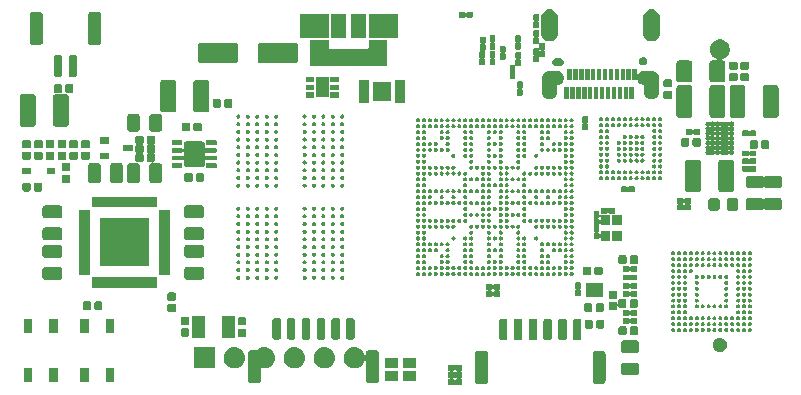
<source format=gts>
G04 #@! TF.GenerationSoftware,KiCad,Pcbnew,(5.1.2-1)-1*
G04 #@! TF.CreationDate,2019-11-23T20:06:00-08:00*
G04 #@! TF.ProjectId,mxenc,6d78656e-632e-46b6-9963-61645f706362,rev?*
G04 #@! TF.SameCoordinates,Original*
G04 #@! TF.FileFunction,Soldermask,Top*
G04 #@! TF.FilePolarity,Negative*
%FSLAX46Y46*%
G04 Gerber Fmt 4.6, Leading zero omitted, Abs format (unit mm)*
G04 Created by KiCad (PCBNEW (5.1.2-1)-1) date 2019-11-23 20:06:00*
%MOMM*%
%LPD*%
G04 APERTURE LIST*
%ADD10C,0.100000*%
G04 APERTURE END LIST*
D10*
G36*
X178980257Y-119201362D02*
G01*
X178998976Y-119207040D01*
X179016222Y-119216259D01*
X179031337Y-119228663D01*
X179043740Y-119243776D01*
X179055199Y-119265214D01*
X179060732Y-119273494D01*
X179067773Y-119280535D01*
X179076054Y-119286068D01*
X179085254Y-119289879D01*
X179095021Y-119291821D01*
X179104979Y-119291821D01*
X179114746Y-119289879D01*
X179123947Y-119286068D01*
X179132227Y-119280535D01*
X179139268Y-119273494D01*
X179144801Y-119265214D01*
X179156260Y-119243776D01*
X179168663Y-119228663D01*
X179183778Y-119216259D01*
X179201024Y-119207040D01*
X179219743Y-119201362D01*
X179241693Y-119199200D01*
X179598307Y-119199200D01*
X179620257Y-119201362D01*
X179638976Y-119207040D01*
X179656222Y-119216259D01*
X179671337Y-119228663D01*
X179683741Y-119243778D01*
X179692960Y-119261024D01*
X179698638Y-119279743D01*
X179700800Y-119301693D01*
X179700800Y-119598307D01*
X179698638Y-119620257D01*
X179692960Y-119638976D01*
X179683741Y-119656222D01*
X179671337Y-119671337D01*
X179656222Y-119683741D01*
X179638976Y-119692960D01*
X179620257Y-119698638D01*
X179612052Y-119699446D01*
X179602285Y-119701389D01*
X179593085Y-119705200D01*
X179584805Y-119710732D01*
X179577763Y-119717774D01*
X179572231Y-119726054D01*
X179568420Y-119735255D01*
X179566478Y-119745022D01*
X179566478Y-119754980D01*
X179568421Y-119764747D01*
X179572232Y-119773947D01*
X179577764Y-119782227D01*
X179584806Y-119789269D01*
X179593086Y-119794801D01*
X179602287Y-119798612D01*
X179612052Y-119800554D01*
X179620257Y-119801362D01*
X179638976Y-119807040D01*
X179656222Y-119816259D01*
X179671337Y-119828663D01*
X179683741Y-119843778D01*
X179692960Y-119861024D01*
X179698638Y-119879743D01*
X179700800Y-119901693D01*
X179700800Y-120198307D01*
X179698638Y-120220257D01*
X179692960Y-120238976D01*
X179683741Y-120256222D01*
X179671337Y-120271337D01*
X179656222Y-120283741D01*
X179638976Y-120292960D01*
X179620257Y-120298638D01*
X179612052Y-120299446D01*
X179602285Y-120301389D01*
X179593085Y-120305200D01*
X179584805Y-120310732D01*
X179577763Y-120317774D01*
X179572231Y-120326054D01*
X179568420Y-120335255D01*
X179566478Y-120345022D01*
X179566478Y-120354980D01*
X179568421Y-120364747D01*
X179572232Y-120373947D01*
X179577764Y-120382227D01*
X179584806Y-120389269D01*
X179593086Y-120394801D01*
X179602287Y-120398612D01*
X179612052Y-120400554D01*
X179620257Y-120401362D01*
X179638976Y-120407040D01*
X179656222Y-120416259D01*
X179671337Y-120428663D01*
X179683741Y-120443778D01*
X179692960Y-120461024D01*
X179698638Y-120479743D01*
X179700800Y-120501693D01*
X179700800Y-120798307D01*
X179698638Y-120820257D01*
X179692960Y-120838976D01*
X179683741Y-120856222D01*
X179671337Y-120871337D01*
X179656222Y-120883741D01*
X179638976Y-120892960D01*
X179620257Y-120898638D01*
X179598307Y-120900800D01*
X179241693Y-120900800D01*
X179219743Y-120898638D01*
X179201024Y-120892960D01*
X179183778Y-120883741D01*
X179168663Y-120871337D01*
X179156260Y-120856224D01*
X179144801Y-120834786D01*
X179139268Y-120826506D01*
X179132227Y-120819465D01*
X179123946Y-120813932D01*
X179114746Y-120810121D01*
X179104979Y-120808179D01*
X179095021Y-120808179D01*
X179085254Y-120810121D01*
X179076053Y-120813932D01*
X179067773Y-120819465D01*
X179060732Y-120826506D01*
X179055199Y-120834786D01*
X179043740Y-120856224D01*
X179031337Y-120871337D01*
X179016222Y-120883741D01*
X178998976Y-120892960D01*
X178980257Y-120898638D01*
X178958307Y-120900800D01*
X178601693Y-120900800D01*
X178579743Y-120898638D01*
X178561024Y-120892960D01*
X178543778Y-120883741D01*
X178528663Y-120871337D01*
X178516259Y-120856222D01*
X178507040Y-120838976D01*
X178501362Y-120820257D01*
X178499200Y-120798307D01*
X178499200Y-120501693D01*
X178501362Y-120479743D01*
X178507040Y-120461024D01*
X178516259Y-120443778D01*
X178528663Y-120428663D01*
X178543778Y-120416259D01*
X178561024Y-120407040D01*
X178579743Y-120401362D01*
X178587948Y-120400554D01*
X178597715Y-120398611D01*
X178606915Y-120394800D01*
X178615195Y-120389268D01*
X178622237Y-120382226D01*
X178627769Y-120373946D01*
X178631580Y-120364745D01*
X178633522Y-120354978D01*
X178633522Y-120345022D01*
X178926478Y-120345022D01*
X178926478Y-120354980D01*
X178928421Y-120364747D01*
X178932232Y-120373947D01*
X178937764Y-120382227D01*
X178944806Y-120389269D01*
X178953086Y-120394801D01*
X178962287Y-120398612D01*
X178972052Y-120400554D01*
X178980257Y-120401362D01*
X178998976Y-120407040D01*
X179016222Y-120416259D01*
X179031337Y-120428663D01*
X179043740Y-120443776D01*
X179055199Y-120465214D01*
X179060732Y-120473494D01*
X179067773Y-120480535D01*
X179076054Y-120486068D01*
X179085254Y-120489879D01*
X179095021Y-120491821D01*
X179104979Y-120491821D01*
X179114746Y-120489879D01*
X179123947Y-120486068D01*
X179132227Y-120480535D01*
X179139268Y-120473494D01*
X179144801Y-120465214D01*
X179156260Y-120443776D01*
X179168663Y-120428663D01*
X179183778Y-120416259D01*
X179201024Y-120407040D01*
X179219743Y-120401362D01*
X179227948Y-120400554D01*
X179237715Y-120398611D01*
X179246915Y-120394800D01*
X179255195Y-120389268D01*
X179262237Y-120382226D01*
X179267769Y-120373946D01*
X179271580Y-120364745D01*
X179273522Y-120354978D01*
X179273522Y-120345020D01*
X179271579Y-120335253D01*
X179267768Y-120326053D01*
X179262236Y-120317773D01*
X179255194Y-120310731D01*
X179246914Y-120305199D01*
X179237713Y-120301388D01*
X179227948Y-120299446D01*
X179219743Y-120298638D01*
X179201024Y-120292960D01*
X179183778Y-120283741D01*
X179168663Y-120271337D01*
X179156260Y-120256224D01*
X179144801Y-120234786D01*
X179139268Y-120226506D01*
X179132227Y-120219465D01*
X179123946Y-120213932D01*
X179114746Y-120210121D01*
X179104979Y-120208179D01*
X179095021Y-120208179D01*
X179085254Y-120210121D01*
X179076053Y-120213932D01*
X179067773Y-120219465D01*
X179060732Y-120226506D01*
X179055199Y-120234786D01*
X179043740Y-120256224D01*
X179031337Y-120271337D01*
X179016222Y-120283741D01*
X178998976Y-120292960D01*
X178980257Y-120298638D01*
X178972052Y-120299446D01*
X178962285Y-120301389D01*
X178953085Y-120305200D01*
X178944805Y-120310732D01*
X178937763Y-120317774D01*
X178932231Y-120326054D01*
X178928420Y-120335255D01*
X178926478Y-120345022D01*
X178633522Y-120345022D01*
X178633522Y-120345020D01*
X178631579Y-120335253D01*
X178627768Y-120326053D01*
X178622236Y-120317773D01*
X178615194Y-120310731D01*
X178606914Y-120305199D01*
X178597713Y-120301388D01*
X178587948Y-120299446D01*
X178579743Y-120298638D01*
X178561024Y-120292960D01*
X178543778Y-120283741D01*
X178528663Y-120271337D01*
X178516259Y-120256222D01*
X178507040Y-120238976D01*
X178501362Y-120220257D01*
X178499200Y-120198307D01*
X178499200Y-119901693D01*
X178501362Y-119879743D01*
X178507040Y-119861024D01*
X178516259Y-119843778D01*
X178528663Y-119828663D01*
X178543778Y-119816259D01*
X178561024Y-119807040D01*
X178579743Y-119801362D01*
X178587948Y-119800554D01*
X178597715Y-119798611D01*
X178606915Y-119794800D01*
X178615195Y-119789268D01*
X178622237Y-119782226D01*
X178627769Y-119773946D01*
X178631580Y-119764745D01*
X178633522Y-119754978D01*
X178633522Y-119745022D01*
X178926478Y-119745022D01*
X178926478Y-119754980D01*
X178928421Y-119764747D01*
X178932232Y-119773947D01*
X178937764Y-119782227D01*
X178944806Y-119789269D01*
X178953086Y-119794801D01*
X178962287Y-119798612D01*
X178972052Y-119800554D01*
X178980257Y-119801362D01*
X178998976Y-119807040D01*
X179016222Y-119816259D01*
X179031337Y-119828663D01*
X179043740Y-119843776D01*
X179055199Y-119865214D01*
X179060732Y-119873494D01*
X179067773Y-119880535D01*
X179076054Y-119886068D01*
X179085254Y-119889879D01*
X179095021Y-119891821D01*
X179104979Y-119891821D01*
X179114746Y-119889879D01*
X179123947Y-119886068D01*
X179132227Y-119880535D01*
X179139268Y-119873494D01*
X179144801Y-119865214D01*
X179156260Y-119843776D01*
X179168663Y-119828663D01*
X179183778Y-119816259D01*
X179201024Y-119807040D01*
X179219743Y-119801362D01*
X179227948Y-119800554D01*
X179237715Y-119798611D01*
X179246915Y-119794800D01*
X179255195Y-119789268D01*
X179262237Y-119782226D01*
X179267769Y-119773946D01*
X179271580Y-119764745D01*
X179273522Y-119754978D01*
X179273522Y-119745020D01*
X179271579Y-119735253D01*
X179267768Y-119726053D01*
X179262236Y-119717773D01*
X179255194Y-119710731D01*
X179246914Y-119705199D01*
X179237713Y-119701388D01*
X179227948Y-119699446D01*
X179219743Y-119698638D01*
X179201024Y-119692960D01*
X179183778Y-119683741D01*
X179168663Y-119671337D01*
X179156260Y-119656224D01*
X179144801Y-119634786D01*
X179139268Y-119626506D01*
X179132227Y-119619465D01*
X179123946Y-119613932D01*
X179114746Y-119610121D01*
X179104979Y-119608179D01*
X179095021Y-119608179D01*
X179085254Y-119610121D01*
X179076053Y-119613932D01*
X179067773Y-119619465D01*
X179060732Y-119626506D01*
X179055199Y-119634786D01*
X179043740Y-119656224D01*
X179031337Y-119671337D01*
X179016222Y-119683741D01*
X178998976Y-119692960D01*
X178980257Y-119698638D01*
X178972052Y-119699446D01*
X178962285Y-119701389D01*
X178953085Y-119705200D01*
X178944805Y-119710732D01*
X178937763Y-119717774D01*
X178932231Y-119726054D01*
X178928420Y-119735255D01*
X178926478Y-119745022D01*
X178633522Y-119745022D01*
X178633522Y-119745020D01*
X178631579Y-119735253D01*
X178627768Y-119726053D01*
X178622236Y-119717773D01*
X178615194Y-119710731D01*
X178606914Y-119705199D01*
X178597713Y-119701388D01*
X178587948Y-119699446D01*
X178579743Y-119698638D01*
X178561024Y-119692960D01*
X178543778Y-119683741D01*
X178528663Y-119671337D01*
X178516259Y-119656222D01*
X178507040Y-119638976D01*
X178501362Y-119620257D01*
X178499200Y-119598307D01*
X178499200Y-119301693D01*
X178501362Y-119279743D01*
X178507040Y-119261024D01*
X178516259Y-119243778D01*
X178528663Y-119228663D01*
X178543778Y-119216259D01*
X178561024Y-119207040D01*
X178579743Y-119201362D01*
X178601693Y-119199200D01*
X178958307Y-119199200D01*
X178980257Y-119201362D01*
X178980257Y-119201362D01*
G37*
G36*
X191624521Y-118004244D02*
G01*
X191671376Y-118018457D01*
X191714560Y-118041540D01*
X191752403Y-118072597D01*
X191783460Y-118110440D01*
X191806543Y-118153624D01*
X191820756Y-118200479D01*
X191825800Y-118251692D01*
X191825800Y-120548308D01*
X191820756Y-120599521D01*
X191806543Y-120646376D01*
X191783460Y-120689560D01*
X191752403Y-120727403D01*
X191714560Y-120758460D01*
X191671376Y-120781543D01*
X191624521Y-120795756D01*
X191573308Y-120800800D01*
X190976692Y-120800800D01*
X190925479Y-120795756D01*
X190878624Y-120781543D01*
X190835440Y-120758460D01*
X190797597Y-120727403D01*
X190766540Y-120689560D01*
X190743457Y-120646376D01*
X190729244Y-120599521D01*
X190724200Y-120548308D01*
X190724200Y-118251692D01*
X190729244Y-118200479D01*
X190743457Y-118153624D01*
X190766540Y-118110440D01*
X190797597Y-118072597D01*
X190835440Y-118041540D01*
X190878624Y-118018457D01*
X190925479Y-118004244D01*
X190976692Y-117999200D01*
X191573308Y-117999200D01*
X191624521Y-118004244D01*
X191624521Y-118004244D01*
G37*
G36*
X181674521Y-118004244D02*
G01*
X181721376Y-118018457D01*
X181764560Y-118041540D01*
X181802403Y-118072597D01*
X181833460Y-118110440D01*
X181856543Y-118153624D01*
X181870756Y-118200479D01*
X181875800Y-118251692D01*
X181875800Y-120548308D01*
X181870756Y-120599521D01*
X181856543Y-120646376D01*
X181833460Y-120689560D01*
X181802403Y-120727403D01*
X181764560Y-120758460D01*
X181721376Y-120781543D01*
X181674521Y-120795756D01*
X181623308Y-120800800D01*
X181026692Y-120800800D01*
X180975479Y-120795756D01*
X180928624Y-120781543D01*
X180885440Y-120758460D01*
X180847597Y-120727403D01*
X180816540Y-120689560D01*
X180793457Y-120646376D01*
X180779244Y-120599521D01*
X180774200Y-120548308D01*
X180774200Y-118251692D01*
X180779244Y-118200479D01*
X180793457Y-118153624D01*
X180816540Y-118110440D01*
X180847597Y-118072597D01*
X180885440Y-118041540D01*
X180928624Y-118018457D01*
X180975479Y-118004244D01*
X181026692Y-117999200D01*
X181623308Y-117999200D01*
X181674521Y-118004244D01*
X181674521Y-118004244D01*
G37*
G36*
X170726584Y-117712233D02*
G01*
X170726587Y-117712234D01*
X170726588Y-117712234D01*
X170896389Y-117763743D01*
X170935378Y-117784583D01*
X171052881Y-117847389D01*
X171190044Y-117959956D01*
X171302611Y-118097119D01*
X171341143Y-118169209D01*
X171386257Y-118253611D01*
X171420316Y-118365888D01*
X171424789Y-118380634D01*
X171428600Y-118389835D01*
X171434133Y-118398115D01*
X171441175Y-118405156D01*
X171449455Y-118410689D01*
X171458655Y-118414500D01*
X171468422Y-118416442D01*
X171478380Y-118416442D01*
X171488147Y-118414500D01*
X171497348Y-118410689D01*
X171505628Y-118405156D01*
X171512669Y-118398114D01*
X171518202Y-118389834D01*
X171522013Y-118380634D01*
X171524200Y-118365888D01*
X171524200Y-118201692D01*
X171529244Y-118150479D01*
X171543457Y-118103624D01*
X171566540Y-118060440D01*
X171597597Y-118022597D01*
X171635440Y-117991540D01*
X171678624Y-117968457D01*
X171725479Y-117954244D01*
X171776692Y-117949200D01*
X172373308Y-117949200D01*
X172424521Y-117954244D01*
X172471376Y-117968457D01*
X172514560Y-117991540D01*
X172552403Y-118022597D01*
X172583460Y-118060440D01*
X172606543Y-118103624D01*
X172620756Y-118150479D01*
X172625800Y-118201692D01*
X172625800Y-120498308D01*
X172620756Y-120549521D01*
X172606543Y-120596376D01*
X172583460Y-120639560D01*
X172552403Y-120677403D01*
X172514560Y-120708460D01*
X172471376Y-120731543D01*
X172424521Y-120745756D01*
X172373308Y-120750800D01*
X171776692Y-120750800D01*
X171725479Y-120745756D01*
X171678624Y-120731543D01*
X171635440Y-120708460D01*
X171597597Y-120677403D01*
X171566540Y-120639560D01*
X171543457Y-120596376D01*
X171529244Y-120549521D01*
X171524200Y-120498308D01*
X171524200Y-118834112D01*
X171523224Y-118824202D01*
X171520333Y-118814672D01*
X171515639Y-118805890D01*
X171509321Y-118798192D01*
X171501623Y-118791874D01*
X171492841Y-118787180D01*
X171483311Y-118784289D01*
X171473401Y-118783313D01*
X171463491Y-118784289D01*
X171453961Y-118787180D01*
X171445179Y-118791874D01*
X171437481Y-118798192D01*
X171431163Y-118805890D01*
X171424790Y-118819364D01*
X171386257Y-118946389D01*
X171386256Y-118946390D01*
X171302611Y-119102881D01*
X171190044Y-119240044D01*
X171052881Y-119352611D01*
X170943861Y-119410883D01*
X170896389Y-119436257D01*
X170726588Y-119487766D01*
X170726587Y-119487766D01*
X170726584Y-119487767D01*
X170594255Y-119500800D01*
X170505745Y-119500800D01*
X170373416Y-119487767D01*
X170373413Y-119487766D01*
X170373412Y-119487766D01*
X170203611Y-119436257D01*
X170156139Y-119410883D01*
X170047119Y-119352611D01*
X169909956Y-119240044D01*
X169797389Y-119102881D01*
X169713744Y-118946390D01*
X169713743Y-118946389D01*
X169662234Y-118776588D01*
X169662234Y-118776587D01*
X169662233Y-118776584D01*
X169644841Y-118600000D01*
X169662233Y-118423416D01*
X169662234Y-118423412D01*
X169713743Y-118253611D01*
X169758857Y-118169209D01*
X169797389Y-118097119D01*
X169909956Y-117959956D01*
X170047119Y-117847389D01*
X170164622Y-117784583D01*
X170203611Y-117763743D01*
X170373412Y-117712234D01*
X170373413Y-117712234D01*
X170373416Y-117712233D01*
X170505745Y-117699200D01*
X170594255Y-117699200D01*
X170726584Y-117712233D01*
X170726584Y-117712233D01*
G37*
G36*
X163106584Y-117712233D02*
G01*
X163106587Y-117712234D01*
X163106588Y-117712234D01*
X163276389Y-117763743D01*
X163315378Y-117784583D01*
X163432881Y-117847389D01*
X163570044Y-117959956D01*
X163682611Y-118097119D01*
X163721143Y-118169209D01*
X163766257Y-118253611D01*
X163817766Y-118423412D01*
X163817767Y-118423416D01*
X163835159Y-118600000D01*
X163817767Y-118776584D01*
X163817766Y-118776587D01*
X163817766Y-118776588D01*
X163766257Y-118946389D01*
X163766256Y-118946390D01*
X163682611Y-119102881D01*
X163570044Y-119240044D01*
X163432881Y-119352611D01*
X163323861Y-119410883D01*
X163276389Y-119436257D01*
X163106588Y-119487766D01*
X163106587Y-119487766D01*
X163106584Y-119487767D01*
X162974255Y-119500800D01*
X162885745Y-119500800D01*
X162753416Y-119487767D01*
X162753413Y-119487766D01*
X162753412Y-119487766D01*
X162741340Y-119484104D01*
X162731578Y-119482163D01*
X162721620Y-119482163D01*
X162711853Y-119484105D01*
X162702653Y-119487916D01*
X162694373Y-119493449D01*
X162687331Y-119500490D01*
X162681798Y-119508770D01*
X162677987Y-119517971D01*
X162676045Y-119527738D01*
X162675800Y-119532717D01*
X162675800Y-120498308D01*
X162670756Y-120549521D01*
X162656543Y-120596376D01*
X162633460Y-120639560D01*
X162602403Y-120677403D01*
X162564560Y-120708460D01*
X162521376Y-120731543D01*
X162474521Y-120745756D01*
X162423308Y-120750800D01*
X161826692Y-120750800D01*
X161775479Y-120745756D01*
X161728624Y-120731543D01*
X161685440Y-120708460D01*
X161647597Y-120677403D01*
X161616540Y-120639560D01*
X161593457Y-120596376D01*
X161579244Y-120549521D01*
X161574200Y-120498308D01*
X161574200Y-118201692D01*
X161579244Y-118150479D01*
X161593457Y-118103624D01*
X161616540Y-118060440D01*
X161647597Y-118022597D01*
X161685440Y-117991540D01*
X161728624Y-117968457D01*
X161775479Y-117954244D01*
X161826692Y-117949200D01*
X162284886Y-117949200D01*
X162294796Y-117948224D01*
X162304326Y-117945333D01*
X162317112Y-117937669D01*
X162427119Y-117847389D01*
X162544622Y-117784583D01*
X162583611Y-117763743D01*
X162753412Y-117712234D01*
X162753413Y-117712234D01*
X162753416Y-117712233D01*
X162885745Y-117699200D01*
X162974255Y-117699200D01*
X163106584Y-117712233D01*
X163106584Y-117712233D01*
G37*
G36*
X143300800Y-120650800D02*
G01*
X142549200Y-120650800D01*
X142549200Y-119499200D01*
X143300800Y-119499200D01*
X143300800Y-120650800D01*
X143300800Y-120650800D01*
G37*
G36*
X145450800Y-120650800D02*
G01*
X144699200Y-120650800D01*
X144699200Y-119499200D01*
X145450800Y-119499200D01*
X145450800Y-120650800D01*
X145450800Y-120650800D01*
G37*
G36*
X148100800Y-120650800D02*
G01*
X147349200Y-120650800D01*
X147349200Y-119499200D01*
X148100800Y-119499200D01*
X148100800Y-120650800D01*
X148100800Y-120650800D01*
G37*
G36*
X150250800Y-120650800D02*
G01*
X149499200Y-120650800D01*
X149499200Y-119499200D01*
X150250800Y-119499200D01*
X150250800Y-120650800D01*
X150250800Y-120650800D01*
G37*
G36*
X175750800Y-120600800D02*
G01*
X174649200Y-120600800D01*
X174649200Y-119699200D01*
X175750800Y-119699200D01*
X175750800Y-120600800D01*
X175750800Y-120600800D01*
G37*
G36*
X174250800Y-120600800D02*
G01*
X173149200Y-120600800D01*
X173149200Y-119699200D01*
X174250800Y-119699200D01*
X174250800Y-120600800D01*
X174250800Y-120600800D01*
G37*
G36*
X194454552Y-119004124D02*
G01*
X194500237Y-119017982D01*
X194542333Y-119040483D01*
X194579234Y-119070766D01*
X194609517Y-119107667D01*
X194632018Y-119149763D01*
X194645876Y-119195448D01*
X194650800Y-119245442D01*
X194650800Y-119829558D01*
X194645876Y-119879552D01*
X194632018Y-119925237D01*
X194609517Y-119967333D01*
X194579234Y-120004234D01*
X194542333Y-120034517D01*
X194500237Y-120057018D01*
X194454552Y-120070876D01*
X194404558Y-120075800D01*
X193395442Y-120075800D01*
X193345448Y-120070876D01*
X193299763Y-120057018D01*
X193257667Y-120034517D01*
X193220766Y-120004234D01*
X193190483Y-119967333D01*
X193167982Y-119925237D01*
X193154124Y-119879552D01*
X193149200Y-119829558D01*
X193149200Y-119245442D01*
X193154124Y-119195448D01*
X193167982Y-119149763D01*
X193190483Y-119107667D01*
X193220766Y-119070766D01*
X193257667Y-119040483D01*
X193299763Y-119017982D01*
X193345448Y-119004124D01*
X193395442Y-118999200D01*
X194404558Y-118999200D01*
X194454552Y-119004124D01*
X194454552Y-119004124D01*
G37*
G36*
X174250800Y-119500800D02*
G01*
X173149200Y-119500800D01*
X173149200Y-118599200D01*
X174250800Y-118599200D01*
X174250800Y-119500800D01*
X174250800Y-119500800D01*
G37*
G36*
X175750800Y-119500800D02*
G01*
X174649200Y-119500800D01*
X174649200Y-118599200D01*
X175750800Y-118599200D01*
X175750800Y-119500800D01*
X175750800Y-119500800D01*
G37*
G36*
X168186584Y-117712233D02*
G01*
X168186587Y-117712234D01*
X168186588Y-117712234D01*
X168356389Y-117763743D01*
X168395378Y-117784583D01*
X168512881Y-117847389D01*
X168650044Y-117959956D01*
X168762611Y-118097119D01*
X168801143Y-118169209D01*
X168846257Y-118253611D01*
X168897766Y-118423412D01*
X168897767Y-118423416D01*
X168915159Y-118600000D01*
X168897767Y-118776584D01*
X168897766Y-118776587D01*
X168897766Y-118776588D01*
X168846257Y-118946389D01*
X168846256Y-118946390D01*
X168762611Y-119102881D01*
X168650044Y-119240044D01*
X168512881Y-119352611D01*
X168403861Y-119410883D01*
X168356389Y-119436257D01*
X168186588Y-119487766D01*
X168186587Y-119487766D01*
X168186584Y-119487767D01*
X168054255Y-119500800D01*
X167965745Y-119500800D01*
X167833416Y-119487767D01*
X167833413Y-119487766D01*
X167833412Y-119487766D01*
X167663611Y-119436257D01*
X167616139Y-119410883D01*
X167507119Y-119352611D01*
X167369956Y-119240044D01*
X167257389Y-119102881D01*
X167173744Y-118946390D01*
X167173743Y-118946389D01*
X167122234Y-118776588D01*
X167122234Y-118776587D01*
X167122233Y-118776584D01*
X167104841Y-118600000D01*
X167122233Y-118423416D01*
X167122234Y-118423412D01*
X167173743Y-118253611D01*
X167218857Y-118169209D01*
X167257389Y-118097119D01*
X167369956Y-117959956D01*
X167507119Y-117847389D01*
X167624622Y-117784583D01*
X167663611Y-117763743D01*
X167833412Y-117712234D01*
X167833413Y-117712234D01*
X167833416Y-117712233D01*
X167965745Y-117699200D01*
X168054255Y-117699200D01*
X168186584Y-117712233D01*
X168186584Y-117712233D01*
G37*
G36*
X165646584Y-117712233D02*
G01*
X165646587Y-117712234D01*
X165646588Y-117712234D01*
X165816389Y-117763743D01*
X165855378Y-117784583D01*
X165972881Y-117847389D01*
X166110044Y-117959956D01*
X166222611Y-118097119D01*
X166261143Y-118169209D01*
X166306257Y-118253611D01*
X166357766Y-118423412D01*
X166357767Y-118423416D01*
X166375159Y-118600000D01*
X166357767Y-118776584D01*
X166357766Y-118776587D01*
X166357766Y-118776588D01*
X166306257Y-118946389D01*
X166306256Y-118946390D01*
X166222611Y-119102881D01*
X166110044Y-119240044D01*
X165972881Y-119352611D01*
X165863861Y-119410883D01*
X165816389Y-119436257D01*
X165646588Y-119487766D01*
X165646587Y-119487766D01*
X165646584Y-119487767D01*
X165514255Y-119500800D01*
X165425745Y-119500800D01*
X165293416Y-119487767D01*
X165293413Y-119487766D01*
X165293412Y-119487766D01*
X165123611Y-119436257D01*
X165076139Y-119410883D01*
X164967119Y-119352611D01*
X164829956Y-119240044D01*
X164717389Y-119102881D01*
X164633744Y-118946390D01*
X164633743Y-118946389D01*
X164582234Y-118776588D01*
X164582234Y-118776587D01*
X164582233Y-118776584D01*
X164564841Y-118600000D01*
X164582233Y-118423416D01*
X164582234Y-118423412D01*
X164633743Y-118253611D01*
X164678857Y-118169209D01*
X164717389Y-118097119D01*
X164829956Y-117959956D01*
X164967119Y-117847389D01*
X165084622Y-117784583D01*
X165123611Y-117763743D01*
X165293412Y-117712234D01*
X165293413Y-117712234D01*
X165293416Y-117712233D01*
X165425745Y-117699200D01*
X165514255Y-117699200D01*
X165646584Y-117712233D01*
X165646584Y-117712233D01*
G37*
G36*
X160566584Y-117712233D02*
G01*
X160566587Y-117712234D01*
X160566588Y-117712234D01*
X160736389Y-117763743D01*
X160775378Y-117784583D01*
X160892881Y-117847389D01*
X161030044Y-117959956D01*
X161142611Y-118097119D01*
X161181143Y-118169209D01*
X161226257Y-118253611D01*
X161277766Y-118423412D01*
X161277767Y-118423416D01*
X161295159Y-118600000D01*
X161277767Y-118776584D01*
X161277766Y-118776587D01*
X161277766Y-118776588D01*
X161226257Y-118946389D01*
X161226256Y-118946390D01*
X161142611Y-119102881D01*
X161030044Y-119240044D01*
X160892881Y-119352611D01*
X160783861Y-119410883D01*
X160736389Y-119436257D01*
X160566588Y-119487766D01*
X160566587Y-119487766D01*
X160566584Y-119487767D01*
X160434255Y-119500800D01*
X160345745Y-119500800D01*
X160213416Y-119487767D01*
X160213413Y-119487766D01*
X160213412Y-119487766D01*
X160043611Y-119436257D01*
X159996139Y-119410883D01*
X159887119Y-119352611D01*
X159749956Y-119240044D01*
X159637389Y-119102881D01*
X159553744Y-118946390D01*
X159553743Y-118946389D01*
X159502234Y-118776588D01*
X159502234Y-118776587D01*
X159502233Y-118776584D01*
X159484841Y-118600000D01*
X159502233Y-118423416D01*
X159502234Y-118423412D01*
X159553743Y-118253611D01*
X159598857Y-118169209D01*
X159637389Y-118097119D01*
X159749956Y-117959956D01*
X159887119Y-117847389D01*
X160004622Y-117784583D01*
X160043611Y-117763743D01*
X160213412Y-117712234D01*
X160213413Y-117712234D01*
X160213416Y-117712233D01*
X160345745Y-117699200D01*
X160434255Y-117699200D01*
X160566584Y-117712233D01*
X160566584Y-117712233D01*
G37*
G36*
X158750800Y-119500800D02*
G01*
X156949200Y-119500800D01*
X156949200Y-117699200D01*
X158750800Y-117699200D01*
X158750800Y-119500800D01*
X158750800Y-119500800D01*
G37*
G36*
X194454552Y-117129124D02*
G01*
X194500237Y-117142982D01*
X194542333Y-117165483D01*
X194579234Y-117195766D01*
X194609517Y-117232667D01*
X194632018Y-117274763D01*
X194645876Y-117320448D01*
X194650800Y-117370442D01*
X194650800Y-117954558D01*
X194645876Y-118004552D01*
X194632018Y-118050237D01*
X194609517Y-118092333D01*
X194579234Y-118129234D01*
X194542333Y-118159517D01*
X194500237Y-118182018D01*
X194454552Y-118195876D01*
X194404558Y-118200800D01*
X193395442Y-118200800D01*
X193345448Y-118195876D01*
X193299763Y-118182018D01*
X193257667Y-118159517D01*
X193220766Y-118129234D01*
X193190483Y-118092333D01*
X193167982Y-118050237D01*
X193154124Y-118004552D01*
X193149200Y-117954558D01*
X193149200Y-117370442D01*
X193154124Y-117320448D01*
X193167982Y-117274763D01*
X193190483Y-117232667D01*
X193220766Y-117195766D01*
X193257667Y-117165483D01*
X193299763Y-117142982D01*
X193345448Y-117129124D01*
X193395442Y-117124200D01*
X194404558Y-117124200D01*
X194454552Y-117129124D01*
X194454552Y-117129124D01*
G37*
G36*
X201675247Y-116922288D02*
G01*
X201784583Y-116967576D01*
X201784586Y-116967578D01*
X201882988Y-117033328D01*
X201966672Y-117117012D01*
X202032422Y-117215414D01*
X202032424Y-117215417D01*
X202077712Y-117324753D01*
X202100800Y-117440826D01*
X202100800Y-117559174D01*
X202077712Y-117675247D01*
X202032424Y-117784583D01*
X202032422Y-117784586D01*
X201966672Y-117882988D01*
X201882988Y-117966672D01*
X201834306Y-117999200D01*
X201784583Y-118032424D01*
X201690012Y-118071596D01*
X201675247Y-118077712D01*
X201559174Y-118100800D01*
X201440826Y-118100800D01*
X201324753Y-118077712D01*
X201309988Y-118071596D01*
X201215417Y-118032424D01*
X201165694Y-117999200D01*
X201117012Y-117966672D01*
X201033328Y-117882988D01*
X200967578Y-117784586D01*
X200967576Y-117784583D01*
X200922288Y-117675247D01*
X200899200Y-117559174D01*
X200899200Y-117440826D01*
X200922288Y-117324753D01*
X200967576Y-117215417D01*
X200967578Y-117215414D01*
X201033328Y-117117012D01*
X201117012Y-117033328D01*
X201215414Y-116967578D01*
X201215417Y-116967576D01*
X201324753Y-116922288D01*
X201440826Y-116899200D01*
X201559174Y-116899200D01*
X201675247Y-116922288D01*
X201675247Y-116922288D01*
G37*
G36*
X187155015Y-115302323D02*
G01*
X187183106Y-115310844D01*
X187208998Y-115324684D01*
X187231692Y-115343308D01*
X187250316Y-115366002D01*
X187264156Y-115391894D01*
X187272677Y-115419985D01*
X187275800Y-115451691D01*
X187275800Y-116948309D01*
X187272677Y-116980015D01*
X187264156Y-117008106D01*
X187250316Y-117033998D01*
X187231692Y-117056692D01*
X187208998Y-117075316D01*
X187183106Y-117089156D01*
X187155015Y-117097677D01*
X187123309Y-117100800D01*
X186726691Y-117100800D01*
X186694985Y-117097677D01*
X186666894Y-117089156D01*
X186641002Y-117075316D01*
X186618308Y-117056692D01*
X186599684Y-117033998D01*
X186585844Y-117008106D01*
X186577323Y-116980015D01*
X186574200Y-116948309D01*
X186574200Y-115451691D01*
X186577323Y-115419985D01*
X186585844Y-115391894D01*
X186599684Y-115366002D01*
X186618308Y-115343308D01*
X186641002Y-115324684D01*
X186666894Y-115310844D01*
X186694985Y-115302323D01*
X186726691Y-115299200D01*
X187123309Y-115299200D01*
X187155015Y-115302323D01*
X187155015Y-115302323D01*
G37*
G36*
X188405015Y-115302323D02*
G01*
X188433106Y-115310844D01*
X188458998Y-115324684D01*
X188481692Y-115343308D01*
X188500316Y-115366002D01*
X188514156Y-115391894D01*
X188522677Y-115419985D01*
X188525800Y-115451691D01*
X188525800Y-116948309D01*
X188522677Y-116980015D01*
X188514156Y-117008106D01*
X188500316Y-117033998D01*
X188481692Y-117056692D01*
X188458998Y-117075316D01*
X188433106Y-117089156D01*
X188405015Y-117097677D01*
X188373309Y-117100800D01*
X187976691Y-117100800D01*
X187944985Y-117097677D01*
X187916894Y-117089156D01*
X187891002Y-117075316D01*
X187868308Y-117056692D01*
X187849684Y-117033998D01*
X187835844Y-117008106D01*
X187827323Y-116980015D01*
X187824200Y-116948309D01*
X187824200Y-115451691D01*
X187827323Y-115419985D01*
X187835844Y-115391894D01*
X187849684Y-115366002D01*
X187868308Y-115343308D01*
X187891002Y-115324684D01*
X187916894Y-115310844D01*
X187944985Y-115302323D01*
X187976691Y-115299200D01*
X188373309Y-115299200D01*
X188405015Y-115302323D01*
X188405015Y-115302323D01*
G37*
G36*
X189655015Y-115302323D02*
G01*
X189683106Y-115310844D01*
X189708998Y-115324684D01*
X189731692Y-115343308D01*
X189750316Y-115366002D01*
X189764156Y-115391894D01*
X189772677Y-115419985D01*
X189775800Y-115451691D01*
X189775800Y-116948309D01*
X189772677Y-116980015D01*
X189764156Y-117008106D01*
X189750316Y-117033998D01*
X189731692Y-117056692D01*
X189708998Y-117075316D01*
X189683106Y-117089156D01*
X189655015Y-117097677D01*
X189623309Y-117100800D01*
X189226691Y-117100800D01*
X189194985Y-117097677D01*
X189166894Y-117089156D01*
X189141002Y-117075316D01*
X189118308Y-117056692D01*
X189099684Y-117033998D01*
X189085844Y-117008106D01*
X189077323Y-116980015D01*
X189074200Y-116948309D01*
X189074200Y-115451691D01*
X189077323Y-115419985D01*
X189085844Y-115391894D01*
X189099684Y-115366002D01*
X189118308Y-115343308D01*
X189141002Y-115324684D01*
X189166894Y-115310844D01*
X189194985Y-115302323D01*
X189226691Y-115299200D01*
X189623309Y-115299200D01*
X189655015Y-115302323D01*
X189655015Y-115302323D01*
G37*
G36*
X183405015Y-115302323D02*
G01*
X183433106Y-115310844D01*
X183458998Y-115324684D01*
X183481692Y-115343308D01*
X183500316Y-115366002D01*
X183514156Y-115391894D01*
X183522677Y-115419985D01*
X183525800Y-115451691D01*
X183525800Y-116948309D01*
X183522677Y-116980015D01*
X183514156Y-117008106D01*
X183500316Y-117033998D01*
X183481692Y-117056692D01*
X183458998Y-117075316D01*
X183433106Y-117089156D01*
X183405015Y-117097677D01*
X183373309Y-117100800D01*
X182976691Y-117100800D01*
X182944985Y-117097677D01*
X182916894Y-117089156D01*
X182891002Y-117075316D01*
X182868308Y-117056692D01*
X182849684Y-117033998D01*
X182835844Y-117008106D01*
X182827323Y-116980015D01*
X182824200Y-116948309D01*
X182824200Y-115451691D01*
X182827323Y-115419985D01*
X182835844Y-115391894D01*
X182849684Y-115366002D01*
X182868308Y-115343308D01*
X182891002Y-115324684D01*
X182916894Y-115310844D01*
X182944985Y-115302323D01*
X182976691Y-115299200D01*
X183373309Y-115299200D01*
X183405015Y-115302323D01*
X183405015Y-115302323D01*
G37*
G36*
X184655015Y-115302323D02*
G01*
X184683106Y-115310844D01*
X184708998Y-115324684D01*
X184731692Y-115343308D01*
X184750316Y-115366002D01*
X184764156Y-115391894D01*
X184772677Y-115419985D01*
X184775800Y-115451691D01*
X184775800Y-116948309D01*
X184772677Y-116980015D01*
X184764156Y-117008106D01*
X184750316Y-117033998D01*
X184731692Y-117056692D01*
X184708998Y-117075316D01*
X184683106Y-117089156D01*
X184655015Y-117097677D01*
X184623309Y-117100800D01*
X184226691Y-117100800D01*
X184194985Y-117097677D01*
X184166894Y-117089156D01*
X184141002Y-117075316D01*
X184118308Y-117056692D01*
X184099684Y-117033998D01*
X184085844Y-117008106D01*
X184077323Y-116980015D01*
X184074200Y-116948309D01*
X184074200Y-115451691D01*
X184077323Y-115419985D01*
X184085844Y-115391894D01*
X184099684Y-115366002D01*
X184118308Y-115343308D01*
X184141002Y-115324684D01*
X184166894Y-115310844D01*
X184194985Y-115302323D01*
X184226691Y-115299200D01*
X184623309Y-115299200D01*
X184655015Y-115302323D01*
X184655015Y-115302323D01*
G37*
G36*
X185905015Y-115302323D02*
G01*
X185933106Y-115310844D01*
X185958998Y-115324684D01*
X185981692Y-115343308D01*
X186000316Y-115366002D01*
X186014156Y-115391894D01*
X186022677Y-115419985D01*
X186025800Y-115451691D01*
X186025800Y-116948309D01*
X186022677Y-116980015D01*
X186014156Y-117008106D01*
X186000316Y-117033998D01*
X185981692Y-117056692D01*
X185958998Y-117075316D01*
X185933106Y-117089156D01*
X185905015Y-117097677D01*
X185873309Y-117100800D01*
X185476691Y-117100800D01*
X185444985Y-117097677D01*
X185416894Y-117089156D01*
X185391002Y-117075316D01*
X185368308Y-117056692D01*
X185349684Y-117033998D01*
X185335844Y-117008106D01*
X185327323Y-116980015D01*
X185324200Y-116948309D01*
X185324200Y-115451691D01*
X185327323Y-115419985D01*
X185335844Y-115391894D01*
X185349684Y-115366002D01*
X185368308Y-115343308D01*
X185391002Y-115324684D01*
X185416894Y-115310844D01*
X185444985Y-115302323D01*
X185476691Y-115299200D01*
X185873309Y-115299200D01*
X185905015Y-115302323D01*
X185905015Y-115302323D01*
G37*
G36*
X169205015Y-115252323D02*
G01*
X169233106Y-115260844D01*
X169258998Y-115274684D01*
X169281692Y-115293308D01*
X169300316Y-115316002D01*
X169314156Y-115341894D01*
X169322677Y-115369985D01*
X169325800Y-115401691D01*
X169325800Y-116898309D01*
X169322677Y-116930015D01*
X169314156Y-116958106D01*
X169300316Y-116983998D01*
X169281692Y-117006692D01*
X169258998Y-117025316D01*
X169233106Y-117039156D01*
X169205015Y-117047677D01*
X169173309Y-117050800D01*
X168776691Y-117050800D01*
X168744985Y-117047677D01*
X168716894Y-117039156D01*
X168691002Y-117025316D01*
X168668308Y-117006692D01*
X168649684Y-116983998D01*
X168635844Y-116958106D01*
X168627323Y-116930015D01*
X168624200Y-116898309D01*
X168624200Y-115401691D01*
X168627323Y-115369985D01*
X168635844Y-115341894D01*
X168649684Y-115316002D01*
X168668308Y-115293308D01*
X168691002Y-115274684D01*
X168716894Y-115260844D01*
X168744985Y-115252323D01*
X168776691Y-115249200D01*
X169173309Y-115249200D01*
X169205015Y-115252323D01*
X169205015Y-115252323D01*
G37*
G36*
X170455015Y-115252323D02*
G01*
X170483106Y-115260844D01*
X170508998Y-115274684D01*
X170531692Y-115293308D01*
X170550316Y-115316002D01*
X170564156Y-115341894D01*
X170572677Y-115369985D01*
X170575800Y-115401691D01*
X170575800Y-116898309D01*
X170572677Y-116930015D01*
X170564156Y-116958106D01*
X170550316Y-116983998D01*
X170531692Y-117006692D01*
X170508998Y-117025316D01*
X170483106Y-117039156D01*
X170455015Y-117047677D01*
X170423309Y-117050800D01*
X170026691Y-117050800D01*
X169994985Y-117047677D01*
X169966894Y-117039156D01*
X169941002Y-117025316D01*
X169918308Y-117006692D01*
X169899684Y-116983998D01*
X169885844Y-116958106D01*
X169877323Y-116930015D01*
X169874200Y-116898309D01*
X169874200Y-115401691D01*
X169877323Y-115369985D01*
X169885844Y-115341894D01*
X169899684Y-115316002D01*
X169918308Y-115293308D01*
X169941002Y-115274684D01*
X169966894Y-115260844D01*
X169994985Y-115252323D01*
X170026691Y-115249200D01*
X170423309Y-115249200D01*
X170455015Y-115252323D01*
X170455015Y-115252323D01*
G37*
G36*
X167955015Y-115252323D02*
G01*
X167983106Y-115260844D01*
X168008998Y-115274684D01*
X168031692Y-115293308D01*
X168050316Y-115316002D01*
X168064156Y-115341894D01*
X168072677Y-115369985D01*
X168075800Y-115401691D01*
X168075800Y-116898309D01*
X168072677Y-116930015D01*
X168064156Y-116958106D01*
X168050316Y-116983998D01*
X168031692Y-117006692D01*
X168008998Y-117025316D01*
X167983106Y-117039156D01*
X167955015Y-117047677D01*
X167923309Y-117050800D01*
X167526691Y-117050800D01*
X167494985Y-117047677D01*
X167466894Y-117039156D01*
X167441002Y-117025316D01*
X167418308Y-117006692D01*
X167399684Y-116983998D01*
X167385844Y-116958106D01*
X167377323Y-116930015D01*
X167374200Y-116898309D01*
X167374200Y-115401691D01*
X167377323Y-115369985D01*
X167385844Y-115341894D01*
X167399684Y-115316002D01*
X167418308Y-115293308D01*
X167441002Y-115274684D01*
X167466894Y-115260844D01*
X167494985Y-115252323D01*
X167526691Y-115249200D01*
X167923309Y-115249200D01*
X167955015Y-115252323D01*
X167955015Y-115252323D01*
G37*
G36*
X166705015Y-115252323D02*
G01*
X166733106Y-115260844D01*
X166758998Y-115274684D01*
X166781692Y-115293308D01*
X166800316Y-115316002D01*
X166814156Y-115341894D01*
X166822677Y-115369985D01*
X166825800Y-115401691D01*
X166825800Y-116898309D01*
X166822677Y-116930015D01*
X166814156Y-116958106D01*
X166800316Y-116983998D01*
X166781692Y-117006692D01*
X166758998Y-117025316D01*
X166733106Y-117039156D01*
X166705015Y-117047677D01*
X166673309Y-117050800D01*
X166276691Y-117050800D01*
X166244985Y-117047677D01*
X166216894Y-117039156D01*
X166191002Y-117025316D01*
X166168308Y-117006692D01*
X166149684Y-116983998D01*
X166135844Y-116958106D01*
X166127323Y-116930015D01*
X166124200Y-116898309D01*
X166124200Y-115401691D01*
X166127323Y-115369985D01*
X166135844Y-115341894D01*
X166149684Y-115316002D01*
X166168308Y-115293308D01*
X166191002Y-115274684D01*
X166216894Y-115260844D01*
X166244985Y-115252323D01*
X166276691Y-115249200D01*
X166673309Y-115249200D01*
X166705015Y-115252323D01*
X166705015Y-115252323D01*
G37*
G36*
X165455015Y-115252323D02*
G01*
X165483106Y-115260844D01*
X165508998Y-115274684D01*
X165531692Y-115293308D01*
X165550316Y-115316002D01*
X165564156Y-115341894D01*
X165572677Y-115369985D01*
X165575800Y-115401691D01*
X165575800Y-116898309D01*
X165572677Y-116930015D01*
X165564156Y-116958106D01*
X165550316Y-116983998D01*
X165531692Y-117006692D01*
X165508998Y-117025316D01*
X165483106Y-117039156D01*
X165455015Y-117047677D01*
X165423309Y-117050800D01*
X165026691Y-117050800D01*
X164994985Y-117047677D01*
X164966894Y-117039156D01*
X164941002Y-117025316D01*
X164918308Y-117006692D01*
X164899684Y-116983998D01*
X164885844Y-116958106D01*
X164877323Y-116930015D01*
X164874200Y-116898309D01*
X164874200Y-115401691D01*
X164877323Y-115369985D01*
X164885844Y-115341894D01*
X164899684Y-115316002D01*
X164918308Y-115293308D01*
X164941002Y-115274684D01*
X164966894Y-115260844D01*
X164994985Y-115252323D01*
X165026691Y-115249200D01*
X165423309Y-115249200D01*
X165455015Y-115252323D01*
X165455015Y-115252323D01*
G37*
G36*
X164205015Y-115252323D02*
G01*
X164233106Y-115260844D01*
X164258998Y-115274684D01*
X164281692Y-115293308D01*
X164300316Y-115316002D01*
X164314156Y-115341894D01*
X164322677Y-115369985D01*
X164325800Y-115401691D01*
X164325800Y-116898309D01*
X164322677Y-116930015D01*
X164314156Y-116958106D01*
X164300316Y-116983998D01*
X164281692Y-117006692D01*
X164258998Y-117025316D01*
X164233106Y-117039156D01*
X164205015Y-117047677D01*
X164173309Y-117050800D01*
X163776691Y-117050800D01*
X163744985Y-117047677D01*
X163716894Y-117039156D01*
X163691002Y-117025316D01*
X163668308Y-117006692D01*
X163649684Y-116983998D01*
X163635844Y-116958106D01*
X163627323Y-116930015D01*
X163624200Y-116898309D01*
X163624200Y-115401691D01*
X163627323Y-115369985D01*
X163635844Y-115341894D01*
X163649684Y-115316002D01*
X163668308Y-115293308D01*
X163691002Y-115274684D01*
X163716894Y-115260844D01*
X163744985Y-115252323D01*
X163776691Y-115249200D01*
X164173309Y-115249200D01*
X164205015Y-115252323D01*
X164205015Y-115252323D01*
G37*
G36*
X160450800Y-116925800D02*
G01*
X159349200Y-116925800D01*
X159349200Y-115024200D01*
X160450800Y-115024200D01*
X160450800Y-116925800D01*
X160450800Y-116925800D01*
G37*
G36*
X157950800Y-116925800D02*
G01*
X156849200Y-116925800D01*
X156849200Y-115024200D01*
X157950800Y-115024200D01*
X157950800Y-116925800D01*
X157950800Y-116925800D01*
G37*
G36*
X161302027Y-116142275D02*
G01*
X161329650Y-116150654D01*
X161355113Y-116164264D01*
X161377425Y-116182575D01*
X161395736Y-116204887D01*
X161409346Y-116230350D01*
X161417725Y-116257973D01*
X161420800Y-116289191D01*
X161420800Y-116680809D01*
X161417725Y-116712027D01*
X161409346Y-116739650D01*
X161395736Y-116765113D01*
X161377425Y-116787425D01*
X161355113Y-116805736D01*
X161329650Y-116819346D01*
X161302027Y-116827725D01*
X161270809Y-116830800D01*
X160829191Y-116830800D01*
X160797973Y-116827725D01*
X160770350Y-116819346D01*
X160744887Y-116805736D01*
X160722575Y-116787425D01*
X160704264Y-116765113D01*
X160690654Y-116739650D01*
X160682275Y-116712027D01*
X160679200Y-116680809D01*
X160679200Y-116289191D01*
X160682275Y-116257973D01*
X160690654Y-116230350D01*
X160704264Y-116204887D01*
X160722575Y-116182575D01*
X160744887Y-116164264D01*
X160770350Y-116150654D01*
X160797973Y-116142275D01*
X160829191Y-116139200D01*
X161270809Y-116139200D01*
X161302027Y-116142275D01*
X161302027Y-116142275D01*
G37*
G36*
X156477027Y-116117275D02*
G01*
X156504650Y-116125654D01*
X156530113Y-116139264D01*
X156552425Y-116157575D01*
X156570736Y-116179887D01*
X156584346Y-116205350D01*
X156592725Y-116232973D01*
X156595800Y-116264191D01*
X156595800Y-116655809D01*
X156592725Y-116687027D01*
X156584346Y-116714650D01*
X156570736Y-116740113D01*
X156552425Y-116762425D01*
X156530113Y-116780736D01*
X156504650Y-116794346D01*
X156477027Y-116802725D01*
X156445809Y-116805800D01*
X156004191Y-116805800D01*
X155972973Y-116802725D01*
X155945350Y-116794346D01*
X155919887Y-116780736D01*
X155897575Y-116762425D01*
X155879264Y-116740113D01*
X155865654Y-116714650D01*
X155857275Y-116687027D01*
X155854200Y-116655809D01*
X155854200Y-116264191D01*
X155857275Y-116232973D01*
X155865654Y-116205350D01*
X155879264Y-116179887D01*
X155897575Y-116157575D01*
X155919887Y-116139264D01*
X155945350Y-116125654D01*
X155972973Y-116117275D01*
X156004191Y-116114200D01*
X156445809Y-116114200D01*
X156477027Y-116117275D01*
X156477027Y-116117275D01*
G37*
G36*
X193492027Y-115932275D02*
G01*
X193519650Y-115940654D01*
X193545113Y-115954264D01*
X193567425Y-115972575D01*
X193585736Y-115994887D01*
X193599346Y-116020350D01*
X193607725Y-116047973D01*
X193610800Y-116079191D01*
X193610800Y-116520809D01*
X193607725Y-116552027D01*
X193599346Y-116579650D01*
X193585736Y-116605113D01*
X193567425Y-116627425D01*
X193545113Y-116645736D01*
X193519650Y-116659346D01*
X193492027Y-116667725D01*
X193460809Y-116670800D01*
X193069191Y-116670800D01*
X193037973Y-116667725D01*
X193010350Y-116659346D01*
X192984887Y-116645736D01*
X192962575Y-116627425D01*
X192944264Y-116605113D01*
X192930654Y-116579650D01*
X192922275Y-116552027D01*
X192919200Y-116520809D01*
X192919200Y-116079191D01*
X192922275Y-116047973D01*
X192930654Y-116020350D01*
X192944264Y-115994887D01*
X192962575Y-115972575D01*
X192984887Y-115954264D01*
X193010350Y-115940654D01*
X193037973Y-115932275D01*
X193069191Y-115929200D01*
X193460809Y-115929200D01*
X193492027Y-115932275D01*
X193492027Y-115932275D01*
G37*
G36*
X194462027Y-115932275D02*
G01*
X194489650Y-115940654D01*
X194515113Y-115954264D01*
X194537425Y-115972575D01*
X194555736Y-115994887D01*
X194569346Y-116020350D01*
X194577725Y-116047973D01*
X194580800Y-116079191D01*
X194580800Y-116520809D01*
X194577725Y-116552027D01*
X194569346Y-116579650D01*
X194555736Y-116605113D01*
X194537425Y-116627425D01*
X194515113Y-116645736D01*
X194489650Y-116659346D01*
X194462027Y-116667725D01*
X194430809Y-116670800D01*
X194039191Y-116670800D01*
X194007973Y-116667725D01*
X193980350Y-116659346D01*
X193954887Y-116645736D01*
X193932575Y-116627425D01*
X193914264Y-116605113D01*
X193900654Y-116579650D01*
X193892275Y-116552027D01*
X193889200Y-116520809D01*
X193889200Y-116079191D01*
X193892275Y-116047973D01*
X193900654Y-116020350D01*
X193914264Y-115994887D01*
X193932575Y-115972575D01*
X193954887Y-115954264D01*
X193980350Y-115940654D01*
X194007973Y-115932275D01*
X194039191Y-115929200D01*
X194430809Y-115929200D01*
X194462027Y-115932275D01*
X194462027Y-115932275D01*
G37*
G36*
X148100800Y-116500800D02*
G01*
X147349200Y-116500800D01*
X147349200Y-115349200D01*
X148100800Y-115349200D01*
X148100800Y-116500800D01*
X148100800Y-116500800D01*
G37*
G36*
X143300800Y-116500800D02*
G01*
X142549200Y-116500800D01*
X142549200Y-115349200D01*
X143300800Y-115349200D01*
X143300800Y-116500800D01*
X143300800Y-116500800D01*
G37*
G36*
X145450800Y-116500800D02*
G01*
X144699200Y-116500800D01*
X144699200Y-115349200D01*
X145450800Y-115349200D01*
X145450800Y-116500800D01*
X145450800Y-116500800D01*
G37*
G36*
X150250800Y-116500800D02*
G01*
X149499200Y-116500800D01*
X149499200Y-115349200D01*
X150250800Y-115349200D01*
X150250800Y-116500800D01*
X150250800Y-116500800D01*
G37*
G36*
X202599820Y-116085764D02*
G01*
X202630904Y-116098639D01*
X202644373Y-116107639D01*
X202658880Y-116117332D01*
X202682668Y-116141120D01*
X202689038Y-116150654D01*
X202701361Y-116169096D01*
X202714236Y-116200180D01*
X202720800Y-116233178D01*
X202720800Y-116266822D01*
X202714236Y-116299820D01*
X202701361Y-116330904D01*
X202701360Y-116330905D01*
X202682668Y-116358880D01*
X202658880Y-116382668D01*
X202644797Y-116392078D01*
X202630904Y-116401361D01*
X202599820Y-116414236D01*
X202566822Y-116420800D01*
X202533178Y-116420800D01*
X202500180Y-116414236D01*
X202469096Y-116401361D01*
X202455203Y-116392078D01*
X202441120Y-116382668D01*
X202417332Y-116358880D01*
X202398640Y-116330905D01*
X202398639Y-116330904D01*
X202385764Y-116299820D01*
X202379200Y-116266822D01*
X202379200Y-116233178D01*
X202385764Y-116200180D01*
X202398639Y-116169096D01*
X202410962Y-116150654D01*
X202417332Y-116141120D01*
X202441120Y-116117332D01*
X202455627Y-116107639D01*
X202469096Y-116098639D01*
X202500180Y-116085764D01*
X202533178Y-116079200D01*
X202566822Y-116079200D01*
X202599820Y-116085764D01*
X202599820Y-116085764D01*
G37*
G36*
X204099820Y-116085764D02*
G01*
X204130904Y-116098639D01*
X204144373Y-116107639D01*
X204158880Y-116117332D01*
X204182668Y-116141120D01*
X204189038Y-116150654D01*
X204201361Y-116169096D01*
X204214236Y-116200180D01*
X204220800Y-116233178D01*
X204220800Y-116266822D01*
X204214236Y-116299820D01*
X204201361Y-116330904D01*
X204201360Y-116330905D01*
X204182668Y-116358880D01*
X204158880Y-116382668D01*
X204144797Y-116392078D01*
X204130904Y-116401361D01*
X204099820Y-116414236D01*
X204066822Y-116420800D01*
X204033178Y-116420800D01*
X204000180Y-116414236D01*
X203969096Y-116401361D01*
X203955203Y-116392078D01*
X203941120Y-116382668D01*
X203917332Y-116358880D01*
X203898640Y-116330905D01*
X203898639Y-116330904D01*
X203885764Y-116299820D01*
X203879200Y-116266822D01*
X203879200Y-116233178D01*
X203885764Y-116200180D01*
X203898639Y-116169096D01*
X203910962Y-116150654D01*
X203917332Y-116141120D01*
X203941120Y-116117332D01*
X203955627Y-116107639D01*
X203969096Y-116098639D01*
X204000180Y-116085764D01*
X204033178Y-116079200D01*
X204066822Y-116079200D01*
X204099820Y-116085764D01*
X204099820Y-116085764D01*
G37*
G36*
X203599820Y-116085764D02*
G01*
X203630904Y-116098639D01*
X203644373Y-116107639D01*
X203658880Y-116117332D01*
X203682668Y-116141120D01*
X203689038Y-116150654D01*
X203701361Y-116169096D01*
X203714236Y-116200180D01*
X203720800Y-116233178D01*
X203720800Y-116266822D01*
X203714236Y-116299820D01*
X203701361Y-116330904D01*
X203701360Y-116330905D01*
X203682668Y-116358880D01*
X203658880Y-116382668D01*
X203644797Y-116392078D01*
X203630904Y-116401361D01*
X203599820Y-116414236D01*
X203566822Y-116420800D01*
X203533178Y-116420800D01*
X203500180Y-116414236D01*
X203469096Y-116401361D01*
X203455203Y-116392078D01*
X203441120Y-116382668D01*
X203417332Y-116358880D01*
X203398640Y-116330905D01*
X203398639Y-116330904D01*
X203385764Y-116299820D01*
X203379200Y-116266822D01*
X203379200Y-116233178D01*
X203385764Y-116200180D01*
X203398639Y-116169096D01*
X203410962Y-116150654D01*
X203417332Y-116141120D01*
X203441120Y-116117332D01*
X203455627Y-116107639D01*
X203469096Y-116098639D01*
X203500180Y-116085764D01*
X203533178Y-116079200D01*
X203566822Y-116079200D01*
X203599820Y-116085764D01*
X203599820Y-116085764D01*
G37*
G36*
X203099820Y-116085764D02*
G01*
X203130904Y-116098639D01*
X203144373Y-116107639D01*
X203158880Y-116117332D01*
X203182668Y-116141120D01*
X203189038Y-116150654D01*
X203201361Y-116169096D01*
X203214236Y-116200180D01*
X203220800Y-116233178D01*
X203220800Y-116266822D01*
X203214236Y-116299820D01*
X203201361Y-116330904D01*
X203201360Y-116330905D01*
X203182668Y-116358880D01*
X203158880Y-116382668D01*
X203144797Y-116392078D01*
X203130904Y-116401361D01*
X203099820Y-116414236D01*
X203066822Y-116420800D01*
X203033178Y-116420800D01*
X203000180Y-116414236D01*
X202969096Y-116401361D01*
X202955203Y-116392078D01*
X202941120Y-116382668D01*
X202917332Y-116358880D01*
X202898640Y-116330905D01*
X202898639Y-116330904D01*
X202885764Y-116299820D01*
X202879200Y-116266822D01*
X202879200Y-116233178D01*
X202885764Y-116200180D01*
X202898639Y-116169096D01*
X202910962Y-116150654D01*
X202917332Y-116141120D01*
X202941120Y-116117332D01*
X202955627Y-116107639D01*
X202969096Y-116098639D01*
X203000180Y-116085764D01*
X203033178Y-116079200D01*
X203066822Y-116079200D01*
X203099820Y-116085764D01*
X203099820Y-116085764D01*
G37*
G36*
X201599820Y-116085764D02*
G01*
X201630904Y-116098639D01*
X201644373Y-116107639D01*
X201658880Y-116117332D01*
X201682668Y-116141120D01*
X201689038Y-116150654D01*
X201701361Y-116169096D01*
X201714236Y-116200180D01*
X201720800Y-116233178D01*
X201720800Y-116266822D01*
X201714236Y-116299820D01*
X201701361Y-116330904D01*
X201701360Y-116330905D01*
X201682668Y-116358880D01*
X201658880Y-116382668D01*
X201644797Y-116392078D01*
X201630904Y-116401361D01*
X201599820Y-116414236D01*
X201566822Y-116420800D01*
X201533178Y-116420800D01*
X201500180Y-116414236D01*
X201469096Y-116401361D01*
X201455203Y-116392078D01*
X201441120Y-116382668D01*
X201417332Y-116358880D01*
X201398640Y-116330905D01*
X201398639Y-116330904D01*
X201385764Y-116299820D01*
X201379200Y-116266822D01*
X201379200Y-116233178D01*
X201385764Y-116200180D01*
X201398639Y-116169096D01*
X201410962Y-116150654D01*
X201417332Y-116141120D01*
X201441120Y-116117332D01*
X201455627Y-116107639D01*
X201469096Y-116098639D01*
X201500180Y-116085764D01*
X201533178Y-116079200D01*
X201566822Y-116079200D01*
X201599820Y-116085764D01*
X201599820Y-116085764D01*
G37*
G36*
X201099820Y-116085764D02*
G01*
X201130904Y-116098639D01*
X201144373Y-116107639D01*
X201158880Y-116117332D01*
X201182668Y-116141120D01*
X201189038Y-116150654D01*
X201201361Y-116169096D01*
X201214236Y-116200180D01*
X201220800Y-116233178D01*
X201220800Y-116266822D01*
X201214236Y-116299820D01*
X201201361Y-116330904D01*
X201201360Y-116330905D01*
X201182668Y-116358880D01*
X201158880Y-116382668D01*
X201144797Y-116392078D01*
X201130904Y-116401361D01*
X201099820Y-116414236D01*
X201066822Y-116420800D01*
X201033178Y-116420800D01*
X201000180Y-116414236D01*
X200969096Y-116401361D01*
X200955203Y-116392078D01*
X200941120Y-116382668D01*
X200917332Y-116358880D01*
X200898640Y-116330905D01*
X200898639Y-116330904D01*
X200885764Y-116299820D01*
X200879200Y-116266822D01*
X200879200Y-116233178D01*
X200885764Y-116200180D01*
X200898639Y-116169096D01*
X200910962Y-116150654D01*
X200917332Y-116141120D01*
X200941120Y-116117332D01*
X200955627Y-116107639D01*
X200969096Y-116098639D01*
X201000180Y-116085764D01*
X201033178Y-116079200D01*
X201066822Y-116079200D01*
X201099820Y-116085764D01*
X201099820Y-116085764D01*
G37*
G36*
X200599820Y-116085764D02*
G01*
X200630904Y-116098639D01*
X200644373Y-116107639D01*
X200658880Y-116117332D01*
X200682668Y-116141120D01*
X200689038Y-116150654D01*
X200701361Y-116169096D01*
X200714236Y-116200180D01*
X200720800Y-116233178D01*
X200720800Y-116266822D01*
X200714236Y-116299820D01*
X200701361Y-116330904D01*
X200701360Y-116330905D01*
X200682668Y-116358880D01*
X200658880Y-116382668D01*
X200644797Y-116392078D01*
X200630904Y-116401361D01*
X200599820Y-116414236D01*
X200566822Y-116420800D01*
X200533178Y-116420800D01*
X200500180Y-116414236D01*
X200469096Y-116401361D01*
X200455203Y-116392078D01*
X200441120Y-116382668D01*
X200417332Y-116358880D01*
X200398640Y-116330905D01*
X200398639Y-116330904D01*
X200385764Y-116299820D01*
X200379200Y-116266822D01*
X200379200Y-116233178D01*
X200385764Y-116200180D01*
X200398639Y-116169096D01*
X200410962Y-116150654D01*
X200417332Y-116141120D01*
X200441120Y-116117332D01*
X200455627Y-116107639D01*
X200469096Y-116098639D01*
X200500180Y-116085764D01*
X200533178Y-116079200D01*
X200566822Y-116079200D01*
X200599820Y-116085764D01*
X200599820Y-116085764D01*
G37*
G36*
X200099820Y-116085764D02*
G01*
X200130904Y-116098639D01*
X200144373Y-116107639D01*
X200158880Y-116117332D01*
X200182668Y-116141120D01*
X200189038Y-116150654D01*
X200201361Y-116169096D01*
X200214236Y-116200180D01*
X200220800Y-116233178D01*
X200220800Y-116266822D01*
X200214236Y-116299820D01*
X200201361Y-116330904D01*
X200201360Y-116330905D01*
X200182668Y-116358880D01*
X200158880Y-116382668D01*
X200144797Y-116392078D01*
X200130904Y-116401361D01*
X200099820Y-116414236D01*
X200066822Y-116420800D01*
X200033178Y-116420800D01*
X200000180Y-116414236D01*
X199969096Y-116401361D01*
X199955203Y-116392078D01*
X199941120Y-116382668D01*
X199917332Y-116358880D01*
X199898640Y-116330905D01*
X199898639Y-116330904D01*
X199885764Y-116299820D01*
X199879200Y-116266822D01*
X199879200Y-116233178D01*
X199885764Y-116200180D01*
X199898639Y-116169096D01*
X199910962Y-116150654D01*
X199917332Y-116141120D01*
X199941120Y-116117332D01*
X199955627Y-116107639D01*
X199969096Y-116098639D01*
X200000180Y-116085764D01*
X200033178Y-116079200D01*
X200066822Y-116079200D01*
X200099820Y-116085764D01*
X200099820Y-116085764D01*
G37*
G36*
X202099820Y-116085764D02*
G01*
X202130904Y-116098639D01*
X202144373Y-116107639D01*
X202158880Y-116117332D01*
X202182668Y-116141120D01*
X202189038Y-116150654D01*
X202201361Y-116169096D01*
X202214236Y-116200180D01*
X202220800Y-116233178D01*
X202220800Y-116266822D01*
X202214236Y-116299820D01*
X202201361Y-116330904D01*
X202201360Y-116330905D01*
X202182668Y-116358880D01*
X202158880Y-116382668D01*
X202144797Y-116392078D01*
X202130904Y-116401361D01*
X202099820Y-116414236D01*
X202066822Y-116420800D01*
X202033178Y-116420800D01*
X202000180Y-116414236D01*
X201969096Y-116401361D01*
X201955203Y-116392078D01*
X201941120Y-116382668D01*
X201917332Y-116358880D01*
X201898640Y-116330905D01*
X201898639Y-116330904D01*
X201885764Y-116299820D01*
X201879200Y-116266822D01*
X201879200Y-116233178D01*
X201885764Y-116200180D01*
X201898639Y-116169096D01*
X201910962Y-116150654D01*
X201917332Y-116141120D01*
X201941120Y-116117332D01*
X201955627Y-116107639D01*
X201969096Y-116098639D01*
X202000180Y-116085764D01*
X202033178Y-116079200D01*
X202066822Y-116079200D01*
X202099820Y-116085764D01*
X202099820Y-116085764D01*
G37*
G36*
X199599820Y-116085764D02*
G01*
X199630904Y-116098639D01*
X199644373Y-116107639D01*
X199658880Y-116117332D01*
X199682668Y-116141120D01*
X199689038Y-116150654D01*
X199701361Y-116169096D01*
X199714236Y-116200180D01*
X199720800Y-116233178D01*
X199720800Y-116266822D01*
X199714236Y-116299820D01*
X199701361Y-116330904D01*
X199701360Y-116330905D01*
X199682668Y-116358880D01*
X199658880Y-116382668D01*
X199644797Y-116392078D01*
X199630904Y-116401361D01*
X199599820Y-116414236D01*
X199566822Y-116420800D01*
X199533178Y-116420800D01*
X199500180Y-116414236D01*
X199469096Y-116401361D01*
X199455203Y-116392078D01*
X199441120Y-116382668D01*
X199417332Y-116358880D01*
X199398640Y-116330905D01*
X199398639Y-116330904D01*
X199385764Y-116299820D01*
X199379200Y-116266822D01*
X199379200Y-116233178D01*
X199385764Y-116200180D01*
X199398639Y-116169096D01*
X199410962Y-116150654D01*
X199417332Y-116141120D01*
X199441120Y-116117332D01*
X199455627Y-116107639D01*
X199469096Y-116098639D01*
X199500180Y-116085764D01*
X199533178Y-116079200D01*
X199566822Y-116079200D01*
X199599820Y-116085764D01*
X199599820Y-116085764D01*
G37*
G36*
X199099820Y-116085764D02*
G01*
X199130904Y-116098639D01*
X199144373Y-116107639D01*
X199158880Y-116117332D01*
X199182668Y-116141120D01*
X199189038Y-116150654D01*
X199201361Y-116169096D01*
X199214236Y-116200180D01*
X199220800Y-116233178D01*
X199220800Y-116266822D01*
X199214236Y-116299820D01*
X199201361Y-116330904D01*
X199201360Y-116330905D01*
X199182668Y-116358880D01*
X199158880Y-116382668D01*
X199144797Y-116392078D01*
X199130904Y-116401361D01*
X199099820Y-116414236D01*
X199066822Y-116420800D01*
X199033178Y-116420800D01*
X199000180Y-116414236D01*
X198969096Y-116401361D01*
X198955203Y-116392078D01*
X198941120Y-116382668D01*
X198917332Y-116358880D01*
X198898640Y-116330905D01*
X198898639Y-116330904D01*
X198885764Y-116299820D01*
X198879200Y-116266822D01*
X198879200Y-116233178D01*
X198885764Y-116200180D01*
X198898639Y-116169096D01*
X198910962Y-116150654D01*
X198917332Y-116141120D01*
X198941120Y-116117332D01*
X198955627Y-116107639D01*
X198969096Y-116098639D01*
X199000180Y-116085764D01*
X199033178Y-116079200D01*
X199066822Y-116079200D01*
X199099820Y-116085764D01*
X199099820Y-116085764D01*
G37*
G36*
X198599820Y-116085764D02*
G01*
X198630904Y-116098639D01*
X198644373Y-116107639D01*
X198658880Y-116117332D01*
X198682668Y-116141120D01*
X198689038Y-116150654D01*
X198701361Y-116169096D01*
X198714236Y-116200180D01*
X198720800Y-116233178D01*
X198720800Y-116266822D01*
X198714236Y-116299820D01*
X198701361Y-116330904D01*
X198701360Y-116330905D01*
X198682668Y-116358880D01*
X198658880Y-116382668D01*
X198644797Y-116392078D01*
X198630904Y-116401361D01*
X198599820Y-116414236D01*
X198566822Y-116420800D01*
X198533178Y-116420800D01*
X198500180Y-116414236D01*
X198469096Y-116401361D01*
X198455203Y-116392078D01*
X198441120Y-116382668D01*
X198417332Y-116358880D01*
X198398640Y-116330905D01*
X198398639Y-116330904D01*
X198385764Y-116299820D01*
X198379200Y-116266822D01*
X198379200Y-116233178D01*
X198385764Y-116200180D01*
X198398639Y-116169096D01*
X198410962Y-116150654D01*
X198417332Y-116141120D01*
X198441120Y-116117332D01*
X198455627Y-116107639D01*
X198469096Y-116098639D01*
X198500180Y-116085764D01*
X198533178Y-116079200D01*
X198566822Y-116079200D01*
X198599820Y-116085764D01*
X198599820Y-116085764D01*
G37*
G36*
X198099820Y-116085764D02*
G01*
X198130904Y-116098639D01*
X198144373Y-116107639D01*
X198158880Y-116117332D01*
X198182668Y-116141120D01*
X198189038Y-116150654D01*
X198201361Y-116169096D01*
X198214236Y-116200180D01*
X198220800Y-116233178D01*
X198220800Y-116266822D01*
X198214236Y-116299820D01*
X198201361Y-116330904D01*
X198201360Y-116330905D01*
X198182668Y-116358880D01*
X198158880Y-116382668D01*
X198144797Y-116392078D01*
X198130904Y-116401361D01*
X198099820Y-116414236D01*
X198066822Y-116420800D01*
X198033178Y-116420800D01*
X198000180Y-116414236D01*
X197969096Y-116401361D01*
X197955203Y-116392078D01*
X197941120Y-116382668D01*
X197917332Y-116358880D01*
X197898640Y-116330905D01*
X197898639Y-116330904D01*
X197885764Y-116299820D01*
X197879200Y-116266822D01*
X197879200Y-116233178D01*
X197885764Y-116200180D01*
X197898639Y-116169096D01*
X197910962Y-116150654D01*
X197917332Y-116141120D01*
X197941120Y-116117332D01*
X197955627Y-116107639D01*
X197969096Y-116098639D01*
X198000180Y-116085764D01*
X198033178Y-116079200D01*
X198066822Y-116079200D01*
X198099820Y-116085764D01*
X198099820Y-116085764D01*
G37*
G36*
X197599820Y-116085764D02*
G01*
X197630904Y-116098639D01*
X197644373Y-116107639D01*
X197658880Y-116117332D01*
X197682668Y-116141120D01*
X197689038Y-116150654D01*
X197701361Y-116169096D01*
X197714236Y-116200180D01*
X197720800Y-116233178D01*
X197720800Y-116266822D01*
X197714236Y-116299820D01*
X197701361Y-116330904D01*
X197701360Y-116330905D01*
X197682668Y-116358880D01*
X197658880Y-116382668D01*
X197644797Y-116392078D01*
X197630904Y-116401361D01*
X197599820Y-116414236D01*
X197566822Y-116420800D01*
X197533178Y-116420800D01*
X197500180Y-116414236D01*
X197469096Y-116401361D01*
X197455203Y-116392078D01*
X197441120Y-116382668D01*
X197417332Y-116358880D01*
X197398640Y-116330905D01*
X197398639Y-116330904D01*
X197385764Y-116299820D01*
X197379200Y-116266822D01*
X197379200Y-116233178D01*
X197385764Y-116200180D01*
X197398639Y-116169096D01*
X197410962Y-116150654D01*
X197417332Y-116141120D01*
X197441120Y-116117332D01*
X197455627Y-116107639D01*
X197469096Y-116098639D01*
X197500180Y-116085764D01*
X197533178Y-116079200D01*
X197566822Y-116079200D01*
X197599820Y-116085764D01*
X197599820Y-116085764D01*
G37*
G36*
X191612027Y-115382275D02*
G01*
X191639650Y-115390654D01*
X191665113Y-115404264D01*
X191687425Y-115422575D01*
X191705736Y-115444887D01*
X191719346Y-115470350D01*
X191727725Y-115497973D01*
X191730800Y-115529191D01*
X191730800Y-115970809D01*
X191727725Y-116002027D01*
X191719346Y-116029650D01*
X191705736Y-116055113D01*
X191687425Y-116077425D01*
X191665113Y-116095736D01*
X191639650Y-116109346D01*
X191612027Y-116117725D01*
X191580809Y-116120800D01*
X191189191Y-116120800D01*
X191157973Y-116117725D01*
X191130350Y-116109346D01*
X191104887Y-116095736D01*
X191082575Y-116077425D01*
X191064264Y-116055113D01*
X191050654Y-116029650D01*
X191042275Y-116002027D01*
X191039200Y-115970809D01*
X191039200Y-115529191D01*
X191042275Y-115497973D01*
X191050654Y-115470350D01*
X191064264Y-115444887D01*
X191082575Y-115422575D01*
X191104887Y-115404264D01*
X191130350Y-115390654D01*
X191157973Y-115382275D01*
X191189191Y-115379200D01*
X191580809Y-115379200D01*
X191612027Y-115382275D01*
X191612027Y-115382275D01*
G37*
G36*
X190642027Y-115382275D02*
G01*
X190669650Y-115390654D01*
X190695113Y-115404264D01*
X190717425Y-115422575D01*
X190735736Y-115444887D01*
X190749346Y-115470350D01*
X190757725Y-115497973D01*
X190760800Y-115529191D01*
X190760800Y-115970809D01*
X190757725Y-116002027D01*
X190749346Y-116029650D01*
X190735736Y-116055113D01*
X190717425Y-116077425D01*
X190695113Y-116095736D01*
X190669650Y-116109346D01*
X190642027Y-116117725D01*
X190610809Y-116120800D01*
X190219191Y-116120800D01*
X190187973Y-116117725D01*
X190160350Y-116109346D01*
X190134887Y-116095736D01*
X190112575Y-116077425D01*
X190094264Y-116055113D01*
X190080654Y-116029650D01*
X190072275Y-116002027D01*
X190069200Y-115970809D01*
X190069200Y-115529191D01*
X190072275Y-115497973D01*
X190080654Y-115470350D01*
X190094264Y-115444887D01*
X190112575Y-115422575D01*
X190134887Y-115404264D01*
X190160350Y-115390654D01*
X190187973Y-115382275D01*
X190219191Y-115379200D01*
X190610809Y-115379200D01*
X190642027Y-115382275D01*
X190642027Y-115382275D01*
G37*
G36*
X201599820Y-115585764D02*
G01*
X201630904Y-115598639D01*
X201630905Y-115598640D01*
X201658880Y-115617332D01*
X201682668Y-115641120D01*
X201682669Y-115641122D01*
X201701361Y-115669096D01*
X201714236Y-115700180D01*
X201720800Y-115733178D01*
X201720800Y-115766822D01*
X201714236Y-115799820D01*
X201701361Y-115830904D01*
X201692078Y-115844797D01*
X201682668Y-115858880D01*
X201658880Y-115882668D01*
X201644797Y-115892078D01*
X201630904Y-115901361D01*
X201599820Y-115914236D01*
X201566822Y-115920800D01*
X201533178Y-115920800D01*
X201500180Y-115914236D01*
X201469096Y-115901361D01*
X201455203Y-115892078D01*
X201441120Y-115882668D01*
X201417332Y-115858880D01*
X201407922Y-115844797D01*
X201398639Y-115830904D01*
X201385764Y-115799820D01*
X201379200Y-115766822D01*
X201379200Y-115733178D01*
X201385764Y-115700180D01*
X201398639Y-115669096D01*
X201417331Y-115641122D01*
X201417332Y-115641120D01*
X201441120Y-115617332D01*
X201469095Y-115598640D01*
X201469096Y-115598639D01*
X201500180Y-115585764D01*
X201533178Y-115579200D01*
X201566822Y-115579200D01*
X201599820Y-115585764D01*
X201599820Y-115585764D01*
G37*
G36*
X198599820Y-115585764D02*
G01*
X198630904Y-115598639D01*
X198630905Y-115598640D01*
X198658880Y-115617332D01*
X198682668Y-115641120D01*
X198682669Y-115641122D01*
X198701361Y-115669096D01*
X198714236Y-115700180D01*
X198720800Y-115733178D01*
X198720800Y-115766822D01*
X198714236Y-115799820D01*
X198701361Y-115830904D01*
X198692078Y-115844797D01*
X198682668Y-115858880D01*
X198658880Y-115882668D01*
X198644797Y-115892078D01*
X198630904Y-115901361D01*
X198599820Y-115914236D01*
X198566822Y-115920800D01*
X198533178Y-115920800D01*
X198500180Y-115914236D01*
X198469096Y-115901361D01*
X198455203Y-115892078D01*
X198441120Y-115882668D01*
X198417332Y-115858880D01*
X198407922Y-115844797D01*
X198398639Y-115830904D01*
X198385764Y-115799820D01*
X198379200Y-115766822D01*
X198379200Y-115733178D01*
X198385764Y-115700180D01*
X198398639Y-115669096D01*
X198417331Y-115641122D01*
X198417332Y-115641120D01*
X198441120Y-115617332D01*
X198469095Y-115598640D01*
X198469096Y-115598639D01*
X198500180Y-115585764D01*
X198533178Y-115579200D01*
X198566822Y-115579200D01*
X198599820Y-115585764D01*
X198599820Y-115585764D01*
G37*
G36*
X198099820Y-115585764D02*
G01*
X198130904Y-115598639D01*
X198130905Y-115598640D01*
X198158880Y-115617332D01*
X198182668Y-115641120D01*
X198182669Y-115641122D01*
X198201361Y-115669096D01*
X198214236Y-115700180D01*
X198220800Y-115733178D01*
X198220800Y-115766822D01*
X198214236Y-115799820D01*
X198201361Y-115830904D01*
X198192078Y-115844797D01*
X198182668Y-115858880D01*
X198158880Y-115882668D01*
X198144797Y-115892078D01*
X198130904Y-115901361D01*
X198099820Y-115914236D01*
X198066822Y-115920800D01*
X198033178Y-115920800D01*
X198000180Y-115914236D01*
X197969096Y-115901361D01*
X197955203Y-115892078D01*
X197941120Y-115882668D01*
X197917332Y-115858880D01*
X197907922Y-115844797D01*
X197898639Y-115830904D01*
X197885764Y-115799820D01*
X197879200Y-115766822D01*
X197879200Y-115733178D01*
X197885764Y-115700180D01*
X197898639Y-115669096D01*
X197917331Y-115641122D01*
X197917332Y-115641120D01*
X197941120Y-115617332D01*
X197969095Y-115598640D01*
X197969096Y-115598639D01*
X198000180Y-115585764D01*
X198033178Y-115579200D01*
X198066822Y-115579200D01*
X198099820Y-115585764D01*
X198099820Y-115585764D01*
G37*
G36*
X197599820Y-115585764D02*
G01*
X197630904Y-115598639D01*
X197630905Y-115598640D01*
X197658880Y-115617332D01*
X197682668Y-115641120D01*
X197682669Y-115641122D01*
X197701361Y-115669096D01*
X197714236Y-115700180D01*
X197720800Y-115733178D01*
X197720800Y-115766822D01*
X197714236Y-115799820D01*
X197701361Y-115830904D01*
X197692078Y-115844797D01*
X197682668Y-115858880D01*
X197658880Y-115882668D01*
X197644797Y-115892078D01*
X197630904Y-115901361D01*
X197599820Y-115914236D01*
X197566822Y-115920800D01*
X197533178Y-115920800D01*
X197500180Y-115914236D01*
X197469096Y-115901361D01*
X197455203Y-115892078D01*
X197441120Y-115882668D01*
X197417332Y-115858880D01*
X197407922Y-115844797D01*
X197398639Y-115830904D01*
X197385764Y-115799820D01*
X197379200Y-115766822D01*
X197379200Y-115733178D01*
X197385764Y-115700180D01*
X197398639Y-115669096D01*
X197417331Y-115641122D01*
X197417332Y-115641120D01*
X197441120Y-115617332D01*
X197469095Y-115598640D01*
X197469096Y-115598639D01*
X197500180Y-115585764D01*
X197533178Y-115579200D01*
X197566822Y-115579200D01*
X197599820Y-115585764D01*
X197599820Y-115585764D01*
G37*
G36*
X199099820Y-115585764D02*
G01*
X199130904Y-115598639D01*
X199130905Y-115598640D01*
X199158880Y-115617332D01*
X199182668Y-115641120D01*
X199182669Y-115641122D01*
X199201361Y-115669096D01*
X199214236Y-115700180D01*
X199220800Y-115733178D01*
X199220800Y-115766822D01*
X199214236Y-115799820D01*
X199201361Y-115830904D01*
X199192078Y-115844797D01*
X199182668Y-115858880D01*
X199158880Y-115882668D01*
X199144797Y-115892078D01*
X199130904Y-115901361D01*
X199099820Y-115914236D01*
X199066822Y-115920800D01*
X199033178Y-115920800D01*
X199000180Y-115914236D01*
X198969096Y-115901361D01*
X198955203Y-115892078D01*
X198941120Y-115882668D01*
X198917332Y-115858880D01*
X198907922Y-115844797D01*
X198898639Y-115830904D01*
X198885764Y-115799820D01*
X198879200Y-115766822D01*
X198879200Y-115733178D01*
X198885764Y-115700180D01*
X198898639Y-115669096D01*
X198917331Y-115641122D01*
X198917332Y-115641120D01*
X198941120Y-115617332D01*
X198969095Y-115598640D01*
X198969096Y-115598639D01*
X199000180Y-115585764D01*
X199033178Y-115579200D01*
X199066822Y-115579200D01*
X199099820Y-115585764D01*
X199099820Y-115585764D01*
G37*
G36*
X199599820Y-115585764D02*
G01*
X199630904Y-115598639D01*
X199630905Y-115598640D01*
X199658880Y-115617332D01*
X199682668Y-115641120D01*
X199682669Y-115641122D01*
X199701361Y-115669096D01*
X199714236Y-115700180D01*
X199720800Y-115733178D01*
X199720800Y-115766822D01*
X199714236Y-115799820D01*
X199701361Y-115830904D01*
X199692078Y-115844797D01*
X199682668Y-115858880D01*
X199658880Y-115882668D01*
X199644797Y-115892078D01*
X199630904Y-115901361D01*
X199599820Y-115914236D01*
X199566822Y-115920800D01*
X199533178Y-115920800D01*
X199500180Y-115914236D01*
X199469096Y-115901361D01*
X199455203Y-115892078D01*
X199441120Y-115882668D01*
X199417332Y-115858880D01*
X199407922Y-115844797D01*
X199398639Y-115830904D01*
X199385764Y-115799820D01*
X199379200Y-115766822D01*
X199379200Y-115733178D01*
X199385764Y-115700180D01*
X199398639Y-115669096D01*
X199417331Y-115641122D01*
X199417332Y-115641120D01*
X199441120Y-115617332D01*
X199469095Y-115598640D01*
X199469096Y-115598639D01*
X199500180Y-115585764D01*
X199533178Y-115579200D01*
X199566822Y-115579200D01*
X199599820Y-115585764D01*
X199599820Y-115585764D01*
G37*
G36*
X200099820Y-115585764D02*
G01*
X200130904Y-115598639D01*
X200130905Y-115598640D01*
X200158880Y-115617332D01*
X200182668Y-115641120D01*
X200182669Y-115641122D01*
X200201361Y-115669096D01*
X200214236Y-115700180D01*
X200220800Y-115733178D01*
X200220800Y-115766822D01*
X200214236Y-115799820D01*
X200201361Y-115830904D01*
X200192078Y-115844797D01*
X200182668Y-115858880D01*
X200158880Y-115882668D01*
X200144797Y-115892078D01*
X200130904Y-115901361D01*
X200099820Y-115914236D01*
X200066822Y-115920800D01*
X200033178Y-115920800D01*
X200000180Y-115914236D01*
X199969096Y-115901361D01*
X199955203Y-115892078D01*
X199941120Y-115882668D01*
X199917332Y-115858880D01*
X199907922Y-115844797D01*
X199898639Y-115830904D01*
X199885764Y-115799820D01*
X199879200Y-115766822D01*
X199879200Y-115733178D01*
X199885764Y-115700180D01*
X199898639Y-115669096D01*
X199917331Y-115641122D01*
X199917332Y-115641120D01*
X199941120Y-115617332D01*
X199969095Y-115598640D01*
X199969096Y-115598639D01*
X200000180Y-115585764D01*
X200033178Y-115579200D01*
X200066822Y-115579200D01*
X200099820Y-115585764D01*
X200099820Y-115585764D01*
G37*
G36*
X200599820Y-115585764D02*
G01*
X200630904Y-115598639D01*
X200630905Y-115598640D01*
X200658880Y-115617332D01*
X200682668Y-115641120D01*
X200682669Y-115641122D01*
X200701361Y-115669096D01*
X200714236Y-115700180D01*
X200720800Y-115733178D01*
X200720800Y-115766822D01*
X200714236Y-115799820D01*
X200701361Y-115830904D01*
X200692078Y-115844797D01*
X200682668Y-115858880D01*
X200658880Y-115882668D01*
X200644797Y-115892078D01*
X200630904Y-115901361D01*
X200599820Y-115914236D01*
X200566822Y-115920800D01*
X200533178Y-115920800D01*
X200500180Y-115914236D01*
X200469096Y-115901361D01*
X200455203Y-115892078D01*
X200441120Y-115882668D01*
X200417332Y-115858880D01*
X200407922Y-115844797D01*
X200398639Y-115830904D01*
X200385764Y-115799820D01*
X200379200Y-115766822D01*
X200379200Y-115733178D01*
X200385764Y-115700180D01*
X200398639Y-115669096D01*
X200417331Y-115641122D01*
X200417332Y-115641120D01*
X200441120Y-115617332D01*
X200469095Y-115598640D01*
X200469096Y-115598639D01*
X200500180Y-115585764D01*
X200533178Y-115579200D01*
X200566822Y-115579200D01*
X200599820Y-115585764D01*
X200599820Y-115585764D01*
G37*
G36*
X201099820Y-115585764D02*
G01*
X201130904Y-115598639D01*
X201130905Y-115598640D01*
X201158880Y-115617332D01*
X201182668Y-115641120D01*
X201182669Y-115641122D01*
X201201361Y-115669096D01*
X201214236Y-115700180D01*
X201220800Y-115733178D01*
X201220800Y-115766822D01*
X201214236Y-115799820D01*
X201201361Y-115830904D01*
X201192078Y-115844797D01*
X201182668Y-115858880D01*
X201158880Y-115882668D01*
X201144797Y-115892078D01*
X201130904Y-115901361D01*
X201099820Y-115914236D01*
X201066822Y-115920800D01*
X201033178Y-115920800D01*
X201000180Y-115914236D01*
X200969096Y-115901361D01*
X200955203Y-115892078D01*
X200941120Y-115882668D01*
X200917332Y-115858880D01*
X200907922Y-115844797D01*
X200898639Y-115830904D01*
X200885764Y-115799820D01*
X200879200Y-115766822D01*
X200879200Y-115733178D01*
X200885764Y-115700180D01*
X200898639Y-115669096D01*
X200917331Y-115641122D01*
X200917332Y-115641120D01*
X200941120Y-115617332D01*
X200969095Y-115598640D01*
X200969096Y-115598639D01*
X201000180Y-115585764D01*
X201033178Y-115579200D01*
X201066822Y-115579200D01*
X201099820Y-115585764D01*
X201099820Y-115585764D01*
G37*
G36*
X202099820Y-115585764D02*
G01*
X202130904Y-115598639D01*
X202130905Y-115598640D01*
X202158880Y-115617332D01*
X202182668Y-115641120D01*
X202182669Y-115641122D01*
X202201361Y-115669096D01*
X202214236Y-115700180D01*
X202220800Y-115733178D01*
X202220800Y-115766822D01*
X202214236Y-115799820D01*
X202201361Y-115830904D01*
X202192078Y-115844797D01*
X202182668Y-115858880D01*
X202158880Y-115882668D01*
X202144797Y-115892078D01*
X202130904Y-115901361D01*
X202099820Y-115914236D01*
X202066822Y-115920800D01*
X202033178Y-115920800D01*
X202000180Y-115914236D01*
X201969096Y-115901361D01*
X201955203Y-115892078D01*
X201941120Y-115882668D01*
X201917332Y-115858880D01*
X201907922Y-115844797D01*
X201898639Y-115830904D01*
X201885764Y-115799820D01*
X201879200Y-115766822D01*
X201879200Y-115733178D01*
X201885764Y-115700180D01*
X201898639Y-115669096D01*
X201917331Y-115641122D01*
X201917332Y-115641120D01*
X201941120Y-115617332D01*
X201969095Y-115598640D01*
X201969096Y-115598639D01*
X202000180Y-115585764D01*
X202033178Y-115579200D01*
X202066822Y-115579200D01*
X202099820Y-115585764D01*
X202099820Y-115585764D01*
G37*
G36*
X202599820Y-115585764D02*
G01*
X202630904Y-115598639D01*
X202630905Y-115598640D01*
X202658880Y-115617332D01*
X202682668Y-115641120D01*
X202682669Y-115641122D01*
X202701361Y-115669096D01*
X202714236Y-115700180D01*
X202720800Y-115733178D01*
X202720800Y-115766822D01*
X202714236Y-115799820D01*
X202701361Y-115830904D01*
X202692078Y-115844797D01*
X202682668Y-115858880D01*
X202658880Y-115882668D01*
X202644797Y-115892078D01*
X202630904Y-115901361D01*
X202599820Y-115914236D01*
X202566822Y-115920800D01*
X202533178Y-115920800D01*
X202500180Y-115914236D01*
X202469096Y-115901361D01*
X202455203Y-115892078D01*
X202441120Y-115882668D01*
X202417332Y-115858880D01*
X202407922Y-115844797D01*
X202398639Y-115830904D01*
X202385764Y-115799820D01*
X202379200Y-115766822D01*
X202379200Y-115733178D01*
X202385764Y-115700180D01*
X202398639Y-115669096D01*
X202417331Y-115641122D01*
X202417332Y-115641120D01*
X202441120Y-115617332D01*
X202469095Y-115598640D01*
X202469096Y-115598639D01*
X202500180Y-115585764D01*
X202533178Y-115579200D01*
X202566822Y-115579200D01*
X202599820Y-115585764D01*
X202599820Y-115585764D01*
G37*
G36*
X203099820Y-115585764D02*
G01*
X203130904Y-115598639D01*
X203130905Y-115598640D01*
X203158880Y-115617332D01*
X203182668Y-115641120D01*
X203182669Y-115641122D01*
X203201361Y-115669096D01*
X203214236Y-115700180D01*
X203220800Y-115733178D01*
X203220800Y-115766822D01*
X203214236Y-115799820D01*
X203201361Y-115830904D01*
X203192078Y-115844797D01*
X203182668Y-115858880D01*
X203158880Y-115882668D01*
X203144797Y-115892078D01*
X203130904Y-115901361D01*
X203099820Y-115914236D01*
X203066822Y-115920800D01*
X203033178Y-115920800D01*
X203000180Y-115914236D01*
X202969096Y-115901361D01*
X202955203Y-115892078D01*
X202941120Y-115882668D01*
X202917332Y-115858880D01*
X202907922Y-115844797D01*
X202898639Y-115830904D01*
X202885764Y-115799820D01*
X202879200Y-115766822D01*
X202879200Y-115733178D01*
X202885764Y-115700180D01*
X202898639Y-115669096D01*
X202917331Y-115641122D01*
X202917332Y-115641120D01*
X202941120Y-115617332D01*
X202969095Y-115598640D01*
X202969096Y-115598639D01*
X203000180Y-115585764D01*
X203033178Y-115579200D01*
X203066822Y-115579200D01*
X203099820Y-115585764D01*
X203099820Y-115585764D01*
G37*
G36*
X203599820Y-115585764D02*
G01*
X203630904Y-115598639D01*
X203630905Y-115598640D01*
X203658880Y-115617332D01*
X203682668Y-115641120D01*
X203682669Y-115641122D01*
X203701361Y-115669096D01*
X203714236Y-115700180D01*
X203720800Y-115733178D01*
X203720800Y-115766822D01*
X203714236Y-115799820D01*
X203701361Y-115830904D01*
X203692078Y-115844797D01*
X203682668Y-115858880D01*
X203658880Y-115882668D01*
X203644797Y-115892078D01*
X203630904Y-115901361D01*
X203599820Y-115914236D01*
X203566822Y-115920800D01*
X203533178Y-115920800D01*
X203500180Y-115914236D01*
X203469096Y-115901361D01*
X203455203Y-115892078D01*
X203441120Y-115882668D01*
X203417332Y-115858880D01*
X203407922Y-115844797D01*
X203398639Y-115830904D01*
X203385764Y-115799820D01*
X203379200Y-115766822D01*
X203379200Y-115733178D01*
X203385764Y-115700180D01*
X203398639Y-115669096D01*
X203417331Y-115641122D01*
X203417332Y-115641120D01*
X203441120Y-115617332D01*
X203469095Y-115598640D01*
X203469096Y-115598639D01*
X203500180Y-115585764D01*
X203533178Y-115579200D01*
X203566822Y-115579200D01*
X203599820Y-115585764D01*
X203599820Y-115585764D01*
G37*
G36*
X204099820Y-115585764D02*
G01*
X204130904Y-115598639D01*
X204130905Y-115598640D01*
X204158880Y-115617332D01*
X204182668Y-115641120D01*
X204182669Y-115641122D01*
X204201361Y-115669096D01*
X204214236Y-115700180D01*
X204220800Y-115733178D01*
X204220800Y-115766822D01*
X204214236Y-115799820D01*
X204201361Y-115830904D01*
X204192078Y-115844797D01*
X204182668Y-115858880D01*
X204158880Y-115882668D01*
X204144797Y-115892078D01*
X204130904Y-115901361D01*
X204099820Y-115914236D01*
X204066822Y-115920800D01*
X204033178Y-115920800D01*
X204000180Y-115914236D01*
X203969096Y-115901361D01*
X203955203Y-115892078D01*
X203941120Y-115882668D01*
X203917332Y-115858880D01*
X203907922Y-115844797D01*
X203898639Y-115830904D01*
X203885764Y-115799820D01*
X203879200Y-115766822D01*
X203879200Y-115733178D01*
X203885764Y-115700180D01*
X203898639Y-115669096D01*
X203917331Y-115641122D01*
X203917332Y-115641120D01*
X203941120Y-115617332D01*
X203969095Y-115598640D01*
X203969096Y-115598639D01*
X204000180Y-115585764D01*
X204033178Y-115579200D01*
X204066822Y-115579200D01*
X204099820Y-115585764D01*
X204099820Y-115585764D01*
G37*
G36*
X161302027Y-115172275D02*
G01*
X161329650Y-115180654D01*
X161355113Y-115194264D01*
X161377425Y-115212575D01*
X161395736Y-115234887D01*
X161409346Y-115260350D01*
X161417725Y-115287973D01*
X161420800Y-115319191D01*
X161420800Y-115710809D01*
X161417725Y-115742027D01*
X161409346Y-115769650D01*
X161395736Y-115795113D01*
X161377425Y-115817425D01*
X161355113Y-115835736D01*
X161329650Y-115849346D01*
X161302027Y-115857725D01*
X161270809Y-115860800D01*
X160829191Y-115860800D01*
X160797973Y-115857725D01*
X160770350Y-115849346D01*
X160744887Y-115835736D01*
X160722575Y-115817425D01*
X160704264Y-115795113D01*
X160690654Y-115769650D01*
X160682275Y-115742027D01*
X160679200Y-115710809D01*
X160679200Y-115319191D01*
X160682275Y-115287973D01*
X160690654Y-115260350D01*
X160704264Y-115234887D01*
X160722575Y-115212575D01*
X160744887Y-115194264D01*
X160770350Y-115180654D01*
X160797973Y-115172275D01*
X160829191Y-115169200D01*
X161270809Y-115169200D01*
X161302027Y-115172275D01*
X161302027Y-115172275D01*
G37*
G36*
X156477027Y-115147275D02*
G01*
X156504650Y-115155654D01*
X156530113Y-115169264D01*
X156552425Y-115187575D01*
X156570736Y-115209887D01*
X156584346Y-115235350D01*
X156592725Y-115262973D01*
X156595800Y-115294191D01*
X156595800Y-115685809D01*
X156592725Y-115717027D01*
X156584346Y-115744650D01*
X156570736Y-115770113D01*
X156552425Y-115792425D01*
X156530113Y-115810736D01*
X156504650Y-115824346D01*
X156477027Y-115832725D01*
X156445809Y-115835800D01*
X156004191Y-115835800D01*
X155972973Y-115832725D01*
X155945350Y-115824346D01*
X155919887Y-115810736D01*
X155897575Y-115792425D01*
X155879264Y-115770113D01*
X155865654Y-115744650D01*
X155857275Y-115717027D01*
X155854200Y-115685809D01*
X155854200Y-115294191D01*
X155857275Y-115262973D01*
X155865654Y-115235350D01*
X155879264Y-115209887D01*
X155897575Y-115187575D01*
X155919887Y-115169264D01*
X155945350Y-115155654D01*
X155972973Y-115147275D01*
X156004191Y-115144200D01*
X156445809Y-115144200D01*
X156477027Y-115147275D01*
X156477027Y-115147275D01*
G37*
G36*
X193780257Y-115251362D02*
G01*
X193798976Y-115257040D01*
X193816222Y-115266259D01*
X193831337Y-115278663D01*
X193843740Y-115293776D01*
X193855199Y-115315214D01*
X193860732Y-115323494D01*
X193867773Y-115330535D01*
X193876054Y-115336068D01*
X193885254Y-115339879D01*
X193895021Y-115341821D01*
X193904979Y-115341821D01*
X193914746Y-115339879D01*
X193923947Y-115336068D01*
X193932227Y-115330535D01*
X193939268Y-115323494D01*
X193944801Y-115315214D01*
X193956260Y-115293776D01*
X193968663Y-115278663D01*
X193983778Y-115266259D01*
X194001024Y-115257040D01*
X194019743Y-115251362D01*
X194041693Y-115249200D01*
X194398307Y-115249200D01*
X194420257Y-115251362D01*
X194438976Y-115257040D01*
X194456222Y-115266259D01*
X194471337Y-115278663D01*
X194483741Y-115293778D01*
X194492960Y-115311024D01*
X194498638Y-115329743D01*
X194500800Y-115351693D01*
X194500800Y-115648307D01*
X194498638Y-115670257D01*
X194492960Y-115688976D01*
X194483741Y-115706222D01*
X194471337Y-115721337D01*
X194456222Y-115733741D01*
X194438976Y-115742960D01*
X194420257Y-115748638D01*
X194398307Y-115750800D01*
X194041693Y-115750800D01*
X194019743Y-115748638D01*
X194001024Y-115742960D01*
X193983778Y-115733741D01*
X193968663Y-115721337D01*
X193956260Y-115706224D01*
X193944801Y-115684786D01*
X193939268Y-115676506D01*
X193932227Y-115669465D01*
X193923946Y-115663932D01*
X193914746Y-115660121D01*
X193904979Y-115658179D01*
X193895021Y-115658179D01*
X193885254Y-115660121D01*
X193876053Y-115663932D01*
X193867773Y-115669465D01*
X193860732Y-115676506D01*
X193855199Y-115684786D01*
X193843740Y-115706224D01*
X193831337Y-115721337D01*
X193816222Y-115733741D01*
X193798976Y-115742960D01*
X193780257Y-115748638D01*
X193758307Y-115750800D01*
X193401693Y-115750800D01*
X193379743Y-115748638D01*
X193361024Y-115742960D01*
X193343778Y-115733741D01*
X193328663Y-115721337D01*
X193316259Y-115706222D01*
X193307040Y-115688976D01*
X193301362Y-115670257D01*
X193299200Y-115648307D01*
X193299200Y-115351693D01*
X193301362Y-115329743D01*
X193307040Y-115311024D01*
X193316259Y-115293778D01*
X193328663Y-115278663D01*
X193343778Y-115266259D01*
X193361024Y-115257040D01*
X193379743Y-115251362D01*
X193401693Y-115249200D01*
X193758307Y-115249200D01*
X193780257Y-115251362D01*
X193780257Y-115251362D01*
G37*
G36*
X202599820Y-115085764D02*
G01*
X202630904Y-115098639D01*
X202630905Y-115098640D01*
X202658880Y-115117332D01*
X202682668Y-115141120D01*
X202692078Y-115155203D01*
X202701361Y-115169096D01*
X202714236Y-115200180D01*
X202720800Y-115233178D01*
X202720800Y-115266822D01*
X202714236Y-115299820D01*
X202701361Y-115330904D01*
X202701360Y-115330905D01*
X202682668Y-115358880D01*
X202658880Y-115382668D01*
X202647336Y-115390381D01*
X202630904Y-115401361D01*
X202599820Y-115414236D01*
X202566822Y-115420800D01*
X202533178Y-115420800D01*
X202500180Y-115414236D01*
X202469096Y-115401361D01*
X202452664Y-115390381D01*
X202441120Y-115382668D01*
X202417332Y-115358880D01*
X202398640Y-115330905D01*
X202398639Y-115330904D01*
X202385764Y-115299820D01*
X202379200Y-115266822D01*
X202379200Y-115233178D01*
X202385764Y-115200180D01*
X202398639Y-115169096D01*
X202407922Y-115155203D01*
X202417332Y-115141120D01*
X202441120Y-115117332D01*
X202469095Y-115098640D01*
X202469096Y-115098639D01*
X202500180Y-115085764D01*
X202533178Y-115079200D01*
X202566822Y-115079200D01*
X202599820Y-115085764D01*
X202599820Y-115085764D01*
G37*
G36*
X202099820Y-115085764D02*
G01*
X202130904Y-115098639D01*
X202130905Y-115098640D01*
X202158880Y-115117332D01*
X202182668Y-115141120D01*
X202192078Y-115155203D01*
X202201361Y-115169096D01*
X202214236Y-115200180D01*
X202220800Y-115233178D01*
X202220800Y-115266822D01*
X202214236Y-115299820D01*
X202201361Y-115330904D01*
X202201360Y-115330905D01*
X202182668Y-115358880D01*
X202158880Y-115382668D01*
X202147336Y-115390381D01*
X202130904Y-115401361D01*
X202099820Y-115414236D01*
X202066822Y-115420800D01*
X202033178Y-115420800D01*
X202000180Y-115414236D01*
X201969096Y-115401361D01*
X201952664Y-115390381D01*
X201941120Y-115382668D01*
X201917332Y-115358880D01*
X201898640Y-115330905D01*
X201898639Y-115330904D01*
X201885764Y-115299820D01*
X201879200Y-115266822D01*
X201879200Y-115233178D01*
X201885764Y-115200180D01*
X201898639Y-115169096D01*
X201907922Y-115155203D01*
X201917332Y-115141120D01*
X201941120Y-115117332D01*
X201969095Y-115098640D01*
X201969096Y-115098639D01*
X202000180Y-115085764D01*
X202033178Y-115079200D01*
X202066822Y-115079200D01*
X202099820Y-115085764D01*
X202099820Y-115085764D01*
G37*
G36*
X197599820Y-115085764D02*
G01*
X197630904Y-115098639D01*
X197630905Y-115098640D01*
X197658880Y-115117332D01*
X197682668Y-115141120D01*
X197692078Y-115155203D01*
X197701361Y-115169096D01*
X197714236Y-115200180D01*
X197720800Y-115233178D01*
X197720800Y-115266822D01*
X197714236Y-115299820D01*
X197701361Y-115330904D01*
X197701360Y-115330905D01*
X197682668Y-115358880D01*
X197658880Y-115382668D01*
X197647336Y-115390381D01*
X197630904Y-115401361D01*
X197599820Y-115414236D01*
X197566822Y-115420800D01*
X197533178Y-115420800D01*
X197500180Y-115414236D01*
X197469096Y-115401361D01*
X197452664Y-115390381D01*
X197441120Y-115382668D01*
X197417332Y-115358880D01*
X197398640Y-115330905D01*
X197398639Y-115330904D01*
X197385764Y-115299820D01*
X197379200Y-115266822D01*
X197379200Y-115233178D01*
X197385764Y-115200180D01*
X197398639Y-115169096D01*
X197407922Y-115155203D01*
X197417332Y-115141120D01*
X197441120Y-115117332D01*
X197469095Y-115098640D01*
X197469096Y-115098639D01*
X197500180Y-115085764D01*
X197533178Y-115079200D01*
X197566822Y-115079200D01*
X197599820Y-115085764D01*
X197599820Y-115085764D01*
G37*
G36*
X198099820Y-115085764D02*
G01*
X198130904Y-115098639D01*
X198130905Y-115098640D01*
X198158880Y-115117332D01*
X198182668Y-115141120D01*
X198192078Y-115155203D01*
X198201361Y-115169096D01*
X198214236Y-115200180D01*
X198220800Y-115233178D01*
X198220800Y-115266822D01*
X198214236Y-115299820D01*
X198201361Y-115330904D01*
X198201360Y-115330905D01*
X198182668Y-115358880D01*
X198158880Y-115382668D01*
X198147336Y-115390381D01*
X198130904Y-115401361D01*
X198099820Y-115414236D01*
X198066822Y-115420800D01*
X198033178Y-115420800D01*
X198000180Y-115414236D01*
X197969096Y-115401361D01*
X197952664Y-115390381D01*
X197941120Y-115382668D01*
X197917332Y-115358880D01*
X197898640Y-115330905D01*
X197898639Y-115330904D01*
X197885764Y-115299820D01*
X197879200Y-115266822D01*
X197879200Y-115233178D01*
X197885764Y-115200180D01*
X197898639Y-115169096D01*
X197907922Y-115155203D01*
X197917332Y-115141120D01*
X197941120Y-115117332D01*
X197969095Y-115098640D01*
X197969096Y-115098639D01*
X198000180Y-115085764D01*
X198033178Y-115079200D01*
X198066822Y-115079200D01*
X198099820Y-115085764D01*
X198099820Y-115085764D01*
G37*
G36*
X198599820Y-115085764D02*
G01*
X198630904Y-115098639D01*
X198630905Y-115098640D01*
X198658880Y-115117332D01*
X198682668Y-115141120D01*
X198692078Y-115155203D01*
X198701361Y-115169096D01*
X198714236Y-115200180D01*
X198720800Y-115233178D01*
X198720800Y-115266822D01*
X198714236Y-115299820D01*
X198701361Y-115330904D01*
X198701360Y-115330905D01*
X198682668Y-115358880D01*
X198658880Y-115382668D01*
X198647336Y-115390381D01*
X198630904Y-115401361D01*
X198599820Y-115414236D01*
X198566822Y-115420800D01*
X198533178Y-115420800D01*
X198500180Y-115414236D01*
X198469096Y-115401361D01*
X198452664Y-115390381D01*
X198441120Y-115382668D01*
X198417332Y-115358880D01*
X198398640Y-115330905D01*
X198398639Y-115330904D01*
X198385764Y-115299820D01*
X198379200Y-115266822D01*
X198379200Y-115233178D01*
X198385764Y-115200180D01*
X198398639Y-115169096D01*
X198407922Y-115155203D01*
X198417332Y-115141120D01*
X198441120Y-115117332D01*
X198469095Y-115098640D01*
X198469096Y-115098639D01*
X198500180Y-115085764D01*
X198533178Y-115079200D01*
X198566822Y-115079200D01*
X198599820Y-115085764D01*
X198599820Y-115085764D01*
G37*
G36*
X203099820Y-115085764D02*
G01*
X203130904Y-115098639D01*
X203130905Y-115098640D01*
X203158880Y-115117332D01*
X203182668Y-115141120D01*
X203192078Y-115155203D01*
X203201361Y-115169096D01*
X203214236Y-115200180D01*
X203220800Y-115233178D01*
X203220800Y-115266822D01*
X203214236Y-115299820D01*
X203201361Y-115330904D01*
X203201360Y-115330905D01*
X203182668Y-115358880D01*
X203158880Y-115382668D01*
X203147336Y-115390381D01*
X203130904Y-115401361D01*
X203099820Y-115414236D01*
X203066822Y-115420800D01*
X203033178Y-115420800D01*
X203000180Y-115414236D01*
X202969096Y-115401361D01*
X202952664Y-115390381D01*
X202941120Y-115382668D01*
X202917332Y-115358880D01*
X202898640Y-115330905D01*
X202898639Y-115330904D01*
X202885764Y-115299820D01*
X202879200Y-115266822D01*
X202879200Y-115233178D01*
X202885764Y-115200180D01*
X202898639Y-115169096D01*
X202907922Y-115155203D01*
X202917332Y-115141120D01*
X202941120Y-115117332D01*
X202969095Y-115098640D01*
X202969096Y-115098639D01*
X203000180Y-115085764D01*
X203033178Y-115079200D01*
X203066822Y-115079200D01*
X203099820Y-115085764D01*
X203099820Y-115085764D01*
G37*
G36*
X204099820Y-115085764D02*
G01*
X204130904Y-115098639D01*
X204130905Y-115098640D01*
X204158880Y-115117332D01*
X204182668Y-115141120D01*
X204192078Y-115155203D01*
X204201361Y-115169096D01*
X204214236Y-115200180D01*
X204220800Y-115233178D01*
X204220800Y-115266822D01*
X204214236Y-115299820D01*
X204201361Y-115330904D01*
X204201360Y-115330905D01*
X204182668Y-115358880D01*
X204158880Y-115382668D01*
X204147336Y-115390381D01*
X204130904Y-115401361D01*
X204099820Y-115414236D01*
X204066822Y-115420800D01*
X204033178Y-115420800D01*
X204000180Y-115414236D01*
X203969096Y-115401361D01*
X203952664Y-115390381D01*
X203941120Y-115382668D01*
X203917332Y-115358880D01*
X203898640Y-115330905D01*
X203898639Y-115330904D01*
X203885764Y-115299820D01*
X203879200Y-115266822D01*
X203879200Y-115233178D01*
X203885764Y-115200180D01*
X203898639Y-115169096D01*
X203907922Y-115155203D01*
X203917332Y-115141120D01*
X203941120Y-115117332D01*
X203969095Y-115098640D01*
X203969096Y-115098639D01*
X204000180Y-115085764D01*
X204033178Y-115079200D01*
X204066822Y-115079200D01*
X204099820Y-115085764D01*
X204099820Y-115085764D01*
G37*
G36*
X199099820Y-115085764D02*
G01*
X199130904Y-115098639D01*
X199130905Y-115098640D01*
X199158880Y-115117332D01*
X199182668Y-115141120D01*
X199192078Y-115155203D01*
X199201361Y-115169096D01*
X199214236Y-115200180D01*
X199220800Y-115233178D01*
X199220800Y-115266822D01*
X199214236Y-115299820D01*
X199201361Y-115330904D01*
X199201360Y-115330905D01*
X199182668Y-115358880D01*
X199158880Y-115382668D01*
X199147336Y-115390381D01*
X199130904Y-115401361D01*
X199099820Y-115414236D01*
X199066822Y-115420800D01*
X199033178Y-115420800D01*
X199000180Y-115414236D01*
X198969096Y-115401361D01*
X198952664Y-115390381D01*
X198941120Y-115382668D01*
X198917332Y-115358880D01*
X198898640Y-115330905D01*
X198898639Y-115330904D01*
X198885764Y-115299820D01*
X198879200Y-115266822D01*
X198879200Y-115233178D01*
X198885764Y-115200180D01*
X198898639Y-115169096D01*
X198907922Y-115155203D01*
X198917332Y-115141120D01*
X198941120Y-115117332D01*
X198969095Y-115098640D01*
X198969096Y-115098639D01*
X199000180Y-115085764D01*
X199033178Y-115079200D01*
X199066822Y-115079200D01*
X199099820Y-115085764D01*
X199099820Y-115085764D01*
G37*
G36*
X199599820Y-115085764D02*
G01*
X199630904Y-115098639D01*
X199630905Y-115098640D01*
X199658880Y-115117332D01*
X199682668Y-115141120D01*
X199692078Y-115155203D01*
X199701361Y-115169096D01*
X199714236Y-115200180D01*
X199720800Y-115233178D01*
X199720800Y-115266822D01*
X199714236Y-115299820D01*
X199701361Y-115330904D01*
X199701360Y-115330905D01*
X199682668Y-115358880D01*
X199658880Y-115382668D01*
X199647336Y-115390381D01*
X199630904Y-115401361D01*
X199599820Y-115414236D01*
X199566822Y-115420800D01*
X199533178Y-115420800D01*
X199500180Y-115414236D01*
X199469096Y-115401361D01*
X199452664Y-115390381D01*
X199441120Y-115382668D01*
X199417332Y-115358880D01*
X199398640Y-115330905D01*
X199398639Y-115330904D01*
X199385764Y-115299820D01*
X199379200Y-115266822D01*
X199379200Y-115233178D01*
X199385764Y-115200180D01*
X199398639Y-115169096D01*
X199407922Y-115155203D01*
X199417332Y-115141120D01*
X199441120Y-115117332D01*
X199469095Y-115098640D01*
X199469096Y-115098639D01*
X199500180Y-115085764D01*
X199533178Y-115079200D01*
X199566822Y-115079200D01*
X199599820Y-115085764D01*
X199599820Y-115085764D01*
G37*
G36*
X203599820Y-115085764D02*
G01*
X203630904Y-115098639D01*
X203630905Y-115098640D01*
X203658880Y-115117332D01*
X203682668Y-115141120D01*
X203692078Y-115155203D01*
X203701361Y-115169096D01*
X203714236Y-115200180D01*
X203720800Y-115233178D01*
X203720800Y-115266822D01*
X203714236Y-115299820D01*
X203701361Y-115330904D01*
X203701360Y-115330905D01*
X203682668Y-115358880D01*
X203658880Y-115382668D01*
X203647336Y-115390381D01*
X203630904Y-115401361D01*
X203599820Y-115414236D01*
X203566822Y-115420800D01*
X203533178Y-115420800D01*
X203500180Y-115414236D01*
X203469096Y-115401361D01*
X203452664Y-115390381D01*
X203441120Y-115382668D01*
X203417332Y-115358880D01*
X203398640Y-115330905D01*
X203398639Y-115330904D01*
X203385764Y-115299820D01*
X203379200Y-115266822D01*
X203379200Y-115233178D01*
X203385764Y-115200180D01*
X203398639Y-115169096D01*
X203407922Y-115155203D01*
X203417332Y-115141120D01*
X203441120Y-115117332D01*
X203469095Y-115098640D01*
X203469096Y-115098639D01*
X203500180Y-115085764D01*
X203533178Y-115079200D01*
X203566822Y-115079200D01*
X203599820Y-115085764D01*
X203599820Y-115085764D01*
G37*
G36*
X200099820Y-115085764D02*
G01*
X200130904Y-115098639D01*
X200130905Y-115098640D01*
X200158880Y-115117332D01*
X200182668Y-115141120D01*
X200192078Y-115155203D01*
X200201361Y-115169096D01*
X200214236Y-115200180D01*
X200220800Y-115233178D01*
X200220800Y-115266822D01*
X200214236Y-115299820D01*
X200201361Y-115330904D01*
X200201360Y-115330905D01*
X200182668Y-115358880D01*
X200158880Y-115382668D01*
X200147336Y-115390381D01*
X200130904Y-115401361D01*
X200099820Y-115414236D01*
X200066822Y-115420800D01*
X200033178Y-115420800D01*
X200000180Y-115414236D01*
X199969096Y-115401361D01*
X199952664Y-115390381D01*
X199941120Y-115382668D01*
X199917332Y-115358880D01*
X199898640Y-115330905D01*
X199898639Y-115330904D01*
X199885764Y-115299820D01*
X199879200Y-115266822D01*
X199879200Y-115233178D01*
X199885764Y-115200180D01*
X199898639Y-115169096D01*
X199907922Y-115155203D01*
X199917332Y-115141120D01*
X199941120Y-115117332D01*
X199969095Y-115098640D01*
X199969096Y-115098639D01*
X200000180Y-115085764D01*
X200033178Y-115079200D01*
X200066822Y-115079200D01*
X200099820Y-115085764D01*
X200099820Y-115085764D01*
G37*
G36*
X200599820Y-115085764D02*
G01*
X200630904Y-115098639D01*
X200630905Y-115098640D01*
X200658880Y-115117332D01*
X200682668Y-115141120D01*
X200692078Y-115155203D01*
X200701361Y-115169096D01*
X200714236Y-115200180D01*
X200720800Y-115233178D01*
X200720800Y-115266822D01*
X200714236Y-115299820D01*
X200701361Y-115330904D01*
X200701360Y-115330905D01*
X200682668Y-115358880D01*
X200658880Y-115382668D01*
X200647336Y-115390381D01*
X200630904Y-115401361D01*
X200599820Y-115414236D01*
X200566822Y-115420800D01*
X200533178Y-115420800D01*
X200500180Y-115414236D01*
X200469096Y-115401361D01*
X200452664Y-115390381D01*
X200441120Y-115382668D01*
X200417332Y-115358880D01*
X200398640Y-115330905D01*
X200398639Y-115330904D01*
X200385764Y-115299820D01*
X200379200Y-115266822D01*
X200379200Y-115233178D01*
X200385764Y-115200180D01*
X200398639Y-115169096D01*
X200407922Y-115155203D01*
X200417332Y-115141120D01*
X200441120Y-115117332D01*
X200469095Y-115098640D01*
X200469096Y-115098639D01*
X200500180Y-115085764D01*
X200533178Y-115079200D01*
X200566822Y-115079200D01*
X200599820Y-115085764D01*
X200599820Y-115085764D01*
G37*
G36*
X201099820Y-115085764D02*
G01*
X201130904Y-115098639D01*
X201130905Y-115098640D01*
X201158880Y-115117332D01*
X201182668Y-115141120D01*
X201192078Y-115155203D01*
X201201361Y-115169096D01*
X201214236Y-115200180D01*
X201220800Y-115233178D01*
X201220800Y-115266822D01*
X201214236Y-115299820D01*
X201201361Y-115330904D01*
X201201360Y-115330905D01*
X201182668Y-115358880D01*
X201158880Y-115382668D01*
X201147336Y-115390381D01*
X201130904Y-115401361D01*
X201099820Y-115414236D01*
X201066822Y-115420800D01*
X201033178Y-115420800D01*
X201000180Y-115414236D01*
X200969096Y-115401361D01*
X200952664Y-115390381D01*
X200941120Y-115382668D01*
X200917332Y-115358880D01*
X200898640Y-115330905D01*
X200898639Y-115330904D01*
X200885764Y-115299820D01*
X200879200Y-115266822D01*
X200879200Y-115233178D01*
X200885764Y-115200180D01*
X200898639Y-115169096D01*
X200907922Y-115155203D01*
X200917332Y-115141120D01*
X200941120Y-115117332D01*
X200969095Y-115098640D01*
X200969096Y-115098639D01*
X201000180Y-115085764D01*
X201033178Y-115079200D01*
X201066822Y-115079200D01*
X201099820Y-115085764D01*
X201099820Y-115085764D01*
G37*
G36*
X201599820Y-115085764D02*
G01*
X201630904Y-115098639D01*
X201630905Y-115098640D01*
X201658880Y-115117332D01*
X201682668Y-115141120D01*
X201692078Y-115155203D01*
X201701361Y-115169096D01*
X201714236Y-115200180D01*
X201720800Y-115233178D01*
X201720800Y-115266822D01*
X201714236Y-115299820D01*
X201701361Y-115330904D01*
X201701360Y-115330905D01*
X201682668Y-115358880D01*
X201658880Y-115382668D01*
X201647336Y-115390381D01*
X201630904Y-115401361D01*
X201599820Y-115414236D01*
X201566822Y-115420800D01*
X201533178Y-115420800D01*
X201500180Y-115414236D01*
X201469096Y-115401361D01*
X201452664Y-115390381D01*
X201441120Y-115382668D01*
X201417332Y-115358880D01*
X201398640Y-115330905D01*
X201398639Y-115330904D01*
X201385764Y-115299820D01*
X201379200Y-115266822D01*
X201379200Y-115233178D01*
X201385764Y-115200180D01*
X201398639Y-115169096D01*
X201407922Y-115155203D01*
X201417332Y-115141120D01*
X201441120Y-115117332D01*
X201469095Y-115098640D01*
X201469096Y-115098639D01*
X201500180Y-115085764D01*
X201533178Y-115079200D01*
X201566822Y-115079200D01*
X201599820Y-115085764D01*
X201599820Y-115085764D01*
G37*
G36*
X193780257Y-114551362D02*
G01*
X193798976Y-114557040D01*
X193816222Y-114566259D01*
X193831337Y-114578663D01*
X193843740Y-114593776D01*
X193855199Y-114615214D01*
X193860732Y-114623494D01*
X193867773Y-114630535D01*
X193876054Y-114636068D01*
X193885254Y-114639879D01*
X193895021Y-114641821D01*
X193904979Y-114641821D01*
X193914746Y-114639879D01*
X193923947Y-114636068D01*
X193932227Y-114630535D01*
X193939268Y-114623494D01*
X193944801Y-114615214D01*
X193956260Y-114593776D01*
X193968663Y-114578663D01*
X193983778Y-114566259D01*
X194001024Y-114557040D01*
X194019743Y-114551362D01*
X194041693Y-114549200D01*
X194398307Y-114549200D01*
X194420257Y-114551362D01*
X194438976Y-114557040D01*
X194456222Y-114566259D01*
X194471337Y-114578663D01*
X194483741Y-114593778D01*
X194492960Y-114611024D01*
X194498638Y-114629743D01*
X194500800Y-114651693D01*
X194500800Y-114948307D01*
X194498638Y-114970257D01*
X194492960Y-114988976D01*
X194483741Y-115006222D01*
X194471337Y-115021337D01*
X194456222Y-115033741D01*
X194438976Y-115042960D01*
X194420257Y-115048638D01*
X194398307Y-115050800D01*
X194041693Y-115050800D01*
X194019743Y-115048638D01*
X194001024Y-115042960D01*
X193983778Y-115033741D01*
X193968663Y-115021337D01*
X193956260Y-115006224D01*
X193944801Y-114984786D01*
X193939268Y-114976506D01*
X193932227Y-114969465D01*
X193923946Y-114963932D01*
X193914746Y-114960121D01*
X193904979Y-114958179D01*
X193895021Y-114958179D01*
X193885254Y-114960121D01*
X193876053Y-114963932D01*
X193867773Y-114969465D01*
X193860732Y-114976506D01*
X193855199Y-114984786D01*
X193843740Y-115006224D01*
X193831337Y-115021337D01*
X193816222Y-115033741D01*
X193798976Y-115042960D01*
X193780257Y-115048638D01*
X193758307Y-115050800D01*
X193401693Y-115050800D01*
X193379743Y-115048638D01*
X193361024Y-115042960D01*
X193343778Y-115033741D01*
X193328663Y-115021337D01*
X193316259Y-115006222D01*
X193307040Y-114988976D01*
X193301362Y-114970257D01*
X193299200Y-114948307D01*
X193299200Y-114651693D01*
X193301362Y-114629743D01*
X193307040Y-114611024D01*
X193316259Y-114593778D01*
X193328663Y-114578663D01*
X193343778Y-114566259D01*
X193361024Y-114557040D01*
X193379743Y-114551362D01*
X193401693Y-114549200D01*
X193758307Y-114549200D01*
X193780257Y-114551362D01*
X193780257Y-114551362D01*
G37*
G36*
X198599820Y-114585764D02*
G01*
X198630904Y-114598639D01*
X198630905Y-114598640D01*
X198658880Y-114617332D01*
X198682668Y-114641120D01*
X198691246Y-114653958D01*
X198701361Y-114669096D01*
X198714236Y-114700180D01*
X198720800Y-114733178D01*
X198720800Y-114766822D01*
X198714236Y-114799820D01*
X198701361Y-114830904D01*
X198701360Y-114830905D01*
X198682668Y-114858880D01*
X198658880Y-114882668D01*
X198644797Y-114892078D01*
X198630904Y-114901361D01*
X198599820Y-114914236D01*
X198566822Y-114920800D01*
X198533178Y-114920800D01*
X198500180Y-114914236D01*
X198469096Y-114901361D01*
X198455203Y-114892078D01*
X198441120Y-114882668D01*
X198417332Y-114858880D01*
X198398640Y-114830905D01*
X198398639Y-114830904D01*
X198385764Y-114799820D01*
X198379200Y-114766822D01*
X198379200Y-114733178D01*
X198385764Y-114700180D01*
X198398639Y-114669096D01*
X198408754Y-114653958D01*
X198417332Y-114641120D01*
X198441120Y-114617332D01*
X198469095Y-114598640D01*
X198469096Y-114598639D01*
X198500180Y-114585764D01*
X198533178Y-114579200D01*
X198566822Y-114579200D01*
X198599820Y-114585764D01*
X198599820Y-114585764D01*
G37*
G36*
X203599820Y-114585764D02*
G01*
X203630904Y-114598639D01*
X203630905Y-114598640D01*
X203658880Y-114617332D01*
X203682668Y-114641120D01*
X203691246Y-114653958D01*
X203701361Y-114669096D01*
X203714236Y-114700180D01*
X203720800Y-114733178D01*
X203720800Y-114766822D01*
X203714236Y-114799820D01*
X203701361Y-114830904D01*
X203701360Y-114830905D01*
X203682668Y-114858880D01*
X203658880Y-114882668D01*
X203644797Y-114892078D01*
X203630904Y-114901361D01*
X203599820Y-114914236D01*
X203566822Y-114920800D01*
X203533178Y-114920800D01*
X203500180Y-114914236D01*
X203469096Y-114901361D01*
X203455203Y-114892078D01*
X203441120Y-114882668D01*
X203417332Y-114858880D01*
X203398640Y-114830905D01*
X203398639Y-114830904D01*
X203385764Y-114799820D01*
X203379200Y-114766822D01*
X203379200Y-114733178D01*
X203385764Y-114700180D01*
X203398639Y-114669096D01*
X203408754Y-114653958D01*
X203417332Y-114641120D01*
X203441120Y-114617332D01*
X203469095Y-114598640D01*
X203469096Y-114598639D01*
X203500180Y-114585764D01*
X203533178Y-114579200D01*
X203566822Y-114579200D01*
X203599820Y-114585764D01*
X203599820Y-114585764D01*
G37*
G36*
X204099820Y-114585764D02*
G01*
X204130904Y-114598639D01*
X204130905Y-114598640D01*
X204158880Y-114617332D01*
X204182668Y-114641120D01*
X204191246Y-114653958D01*
X204201361Y-114669096D01*
X204214236Y-114700180D01*
X204220800Y-114733178D01*
X204220800Y-114766822D01*
X204214236Y-114799820D01*
X204201361Y-114830904D01*
X204201360Y-114830905D01*
X204182668Y-114858880D01*
X204158880Y-114882668D01*
X204144797Y-114892078D01*
X204130904Y-114901361D01*
X204099820Y-114914236D01*
X204066822Y-114920800D01*
X204033178Y-114920800D01*
X204000180Y-114914236D01*
X203969096Y-114901361D01*
X203955203Y-114892078D01*
X203941120Y-114882668D01*
X203917332Y-114858880D01*
X203898640Y-114830905D01*
X203898639Y-114830904D01*
X203885764Y-114799820D01*
X203879200Y-114766822D01*
X203879200Y-114733178D01*
X203885764Y-114700180D01*
X203898639Y-114669096D01*
X203908754Y-114653958D01*
X203917332Y-114641120D01*
X203941120Y-114617332D01*
X203969095Y-114598640D01*
X203969096Y-114598639D01*
X204000180Y-114585764D01*
X204033178Y-114579200D01*
X204066822Y-114579200D01*
X204099820Y-114585764D01*
X204099820Y-114585764D01*
G37*
G36*
X203099820Y-114585764D02*
G01*
X203130904Y-114598639D01*
X203130905Y-114598640D01*
X203158880Y-114617332D01*
X203182668Y-114641120D01*
X203191246Y-114653958D01*
X203201361Y-114669096D01*
X203214236Y-114700180D01*
X203220800Y-114733178D01*
X203220800Y-114766822D01*
X203214236Y-114799820D01*
X203201361Y-114830904D01*
X203201360Y-114830905D01*
X203182668Y-114858880D01*
X203158880Y-114882668D01*
X203144797Y-114892078D01*
X203130904Y-114901361D01*
X203099820Y-114914236D01*
X203066822Y-114920800D01*
X203033178Y-114920800D01*
X203000180Y-114914236D01*
X202969096Y-114901361D01*
X202955203Y-114892078D01*
X202941120Y-114882668D01*
X202917332Y-114858880D01*
X202898640Y-114830905D01*
X202898639Y-114830904D01*
X202885764Y-114799820D01*
X202879200Y-114766822D01*
X202879200Y-114733178D01*
X202885764Y-114700180D01*
X202898639Y-114669096D01*
X202908754Y-114653958D01*
X202917332Y-114641120D01*
X202941120Y-114617332D01*
X202969095Y-114598640D01*
X202969096Y-114598639D01*
X203000180Y-114585764D01*
X203033178Y-114579200D01*
X203066822Y-114579200D01*
X203099820Y-114585764D01*
X203099820Y-114585764D01*
G37*
G36*
X198099820Y-114585764D02*
G01*
X198130904Y-114598639D01*
X198130905Y-114598640D01*
X198158880Y-114617332D01*
X198182668Y-114641120D01*
X198191246Y-114653958D01*
X198201361Y-114669096D01*
X198214236Y-114700180D01*
X198220800Y-114733178D01*
X198220800Y-114766822D01*
X198214236Y-114799820D01*
X198201361Y-114830904D01*
X198201360Y-114830905D01*
X198182668Y-114858880D01*
X198158880Y-114882668D01*
X198144797Y-114892078D01*
X198130904Y-114901361D01*
X198099820Y-114914236D01*
X198066822Y-114920800D01*
X198033178Y-114920800D01*
X198000180Y-114914236D01*
X197969096Y-114901361D01*
X197955203Y-114892078D01*
X197941120Y-114882668D01*
X197917332Y-114858880D01*
X197898640Y-114830905D01*
X197898639Y-114830904D01*
X197885764Y-114799820D01*
X197879200Y-114766822D01*
X197879200Y-114733178D01*
X197885764Y-114700180D01*
X197898639Y-114669096D01*
X197908754Y-114653958D01*
X197917332Y-114641120D01*
X197941120Y-114617332D01*
X197969095Y-114598640D01*
X197969096Y-114598639D01*
X198000180Y-114585764D01*
X198033178Y-114579200D01*
X198066822Y-114579200D01*
X198099820Y-114585764D01*
X198099820Y-114585764D01*
G37*
G36*
X197599820Y-114585764D02*
G01*
X197630904Y-114598639D01*
X197630905Y-114598640D01*
X197658880Y-114617332D01*
X197682668Y-114641120D01*
X197691246Y-114653958D01*
X197701361Y-114669096D01*
X197714236Y-114700180D01*
X197720800Y-114733178D01*
X197720800Y-114766822D01*
X197714236Y-114799820D01*
X197701361Y-114830904D01*
X197701360Y-114830905D01*
X197682668Y-114858880D01*
X197658880Y-114882668D01*
X197644797Y-114892078D01*
X197630904Y-114901361D01*
X197599820Y-114914236D01*
X197566822Y-114920800D01*
X197533178Y-114920800D01*
X197500180Y-114914236D01*
X197469096Y-114901361D01*
X197455203Y-114892078D01*
X197441120Y-114882668D01*
X197417332Y-114858880D01*
X197398640Y-114830905D01*
X197398639Y-114830904D01*
X197385764Y-114799820D01*
X197379200Y-114766822D01*
X197379200Y-114733178D01*
X197385764Y-114700180D01*
X197398639Y-114669096D01*
X197408754Y-114653958D01*
X197417332Y-114641120D01*
X197441120Y-114617332D01*
X197469095Y-114598640D01*
X197469096Y-114598639D01*
X197500180Y-114585764D01*
X197533178Y-114579200D01*
X197566822Y-114579200D01*
X197599820Y-114585764D01*
X197599820Y-114585764D01*
G37*
G36*
X155352027Y-114042275D02*
G01*
X155379650Y-114050654D01*
X155405113Y-114064264D01*
X155427425Y-114082575D01*
X155445736Y-114104887D01*
X155459346Y-114130350D01*
X155467725Y-114157973D01*
X155470800Y-114189191D01*
X155470800Y-114580809D01*
X155467725Y-114612027D01*
X155459346Y-114639650D01*
X155445736Y-114665113D01*
X155427425Y-114687425D01*
X155405113Y-114705736D01*
X155379650Y-114719346D01*
X155352027Y-114727725D01*
X155320809Y-114730800D01*
X154879191Y-114730800D01*
X154847973Y-114727725D01*
X154820350Y-114719346D01*
X154794887Y-114705736D01*
X154772575Y-114687425D01*
X154754264Y-114665113D01*
X154740654Y-114639650D01*
X154732275Y-114612027D01*
X154729200Y-114580809D01*
X154729200Y-114189191D01*
X154732275Y-114157973D01*
X154740654Y-114130350D01*
X154754264Y-114104887D01*
X154772575Y-114082575D01*
X154794887Y-114064264D01*
X154820350Y-114050654D01*
X154847973Y-114042275D01*
X154879191Y-114039200D01*
X155320809Y-114039200D01*
X155352027Y-114042275D01*
X155352027Y-114042275D01*
G37*
G36*
X191562027Y-113982275D02*
G01*
X191589650Y-113990654D01*
X191615113Y-114004264D01*
X191637425Y-114022575D01*
X191655736Y-114044887D01*
X191669346Y-114070350D01*
X191677725Y-114097973D01*
X191680800Y-114129191D01*
X191680800Y-114570809D01*
X191677725Y-114602027D01*
X191669346Y-114629650D01*
X191655736Y-114655113D01*
X191637425Y-114677425D01*
X191615113Y-114695736D01*
X191589650Y-114709346D01*
X191562027Y-114717725D01*
X191530809Y-114720800D01*
X191139191Y-114720800D01*
X191107973Y-114717725D01*
X191080350Y-114709346D01*
X191054887Y-114695736D01*
X191032575Y-114677425D01*
X191014264Y-114655113D01*
X191000654Y-114629650D01*
X190992275Y-114602027D01*
X190989200Y-114570809D01*
X190989200Y-114129191D01*
X190992275Y-114097973D01*
X191000654Y-114070350D01*
X191014264Y-114044887D01*
X191032575Y-114022575D01*
X191054887Y-114004264D01*
X191080350Y-113990654D01*
X191107973Y-113982275D01*
X191139191Y-113979200D01*
X191530809Y-113979200D01*
X191562027Y-113982275D01*
X191562027Y-113982275D01*
G37*
G36*
X190592027Y-113982275D02*
G01*
X190619650Y-113990654D01*
X190645113Y-114004264D01*
X190667425Y-114022575D01*
X190685736Y-114044887D01*
X190699346Y-114070350D01*
X190707725Y-114097973D01*
X190710800Y-114129191D01*
X190710800Y-114570809D01*
X190707725Y-114602027D01*
X190699346Y-114629650D01*
X190685736Y-114655113D01*
X190667425Y-114677425D01*
X190645113Y-114695736D01*
X190619650Y-114709346D01*
X190592027Y-114717725D01*
X190560809Y-114720800D01*
X190169191Y-114720800D01*
X190137973Y-114717725D01*
X190110350Y-114709346D01*
X190084887Y-114695736D01*
X190062575Y-114677425D01*
X190044264Y-114655113D01*
X190030654Y-114629650D01*
X190022275Y-114602027D01*
X190019200Y-114570809D01*
X190019200Y-114129191D01*
X190022275Y-114097973D01*
X190030654Y-114070350D01*
X190044264Y-114044887D01*
X190062575Y-114022575D01*
X190084887Y-114004264D01*
X190110350Y-113990654D01*
X190137973Y-113982275D01*
X190169191Y-113979200D01*
X190560809Y-113979200D01*
X190592027Y-113982275D01*
X190592027Y-113982275D01*
G37*
G36*
X193482027Y-113632275D02*
G01*
X193509650Y-113640654D01*
X193535113Y-113654264D01*
X193557425Y-113672575D01*
X193575736Y-113694887D01*
X193589346Y-113720350D01*
X193597725Y-113747973D01*
X193600800Y-113779191D01*
X193600800Y-114220809D01*
X193597725Y-114252027D01*
X193589346Y-114279650D01*
X193575736Y-114305113D01*
X193557425Y-114327425D01*
X193535113Y-114345736D01*
X193509650Y-114359346D01*
X193482027Y-114367725D01*
X193450809Y-114370800D01*
X193059191Y-114370800D01*
X193027973Y-114367725D01*
X193000350Y-114359346D01*
X192974887Y-114345736D01*
X192952575Y-114327425D01*
X192934264Y-114305113D01*
X192920654Y-114279650D01*
X192920210Y-114278186D01*
X192916399Y-114268985D01*
X192910866Y-114260705D01*
X192903825Y-114253664D01*
X192895544Y-114248132D01*
X192886344Y-114244321D01*
X192876577Y-114242378D01*
X192866619Y-114242379D01*
X192856852Y-114244322D01*
X192847651Y-114248133D01*
X192839371Y-114253666D01*
X192832330Y-114260707D01*
X192826798Y-114268988D01*
X192822987Y-114278188D01*
X192820800Y-114292933D01*
X192820800Y-114430809D01*
X192817725Y-114462027D01*
X192809346Y-114489650D01*
X192795736Y-114515113D01*
X192777425Y-114537425D01*
X192755113Y-114555736D01*
X192729650Y-114569346D01*
X192702027Y-114577725D01*
X192670809Y-114580800D01*
X192229191Y-114580800D01*
X192197973Y-114577725D01*
X192170350Y-114569346D01*
X192144887Y-114555736D01*
X192122575Y-114537425D01*
X192104264Y-114515113D01*
X192090654Y-114489650D01*
X192082275Y-114462027D01*
X192079200Y-114430809D01*
X192079200Y-114039191D01*
X192082275Y-114007973D01*
X192090654Y-113980350D01*
X192104264Y-113954887D01*
X192122575Y-113932575D01*
X192144887Y-113914264D01*
X192170350Y-113900654D01*
X192197973Y-113892275D01*
X192229191Y-113889200D01*
X192670809Y-113889200D01*
X192702027Y-113892275D01*
X192729650Y-113900654D01*
X192755113Y-113914264D01*
X192777425Y-113932575D01*
X192795736Y-113954887D01*
X192809346Y-113980350D01*
X192809790Y-113981814D01*
X192813601Y-113991015D01*
X192819134Y-113999295D01*
X192826175Y-114006336D01*
X192834456Y-114011868D01*
X192843656Y-114015679D01*
X192853423Y-114017622D01*
X192863381Y-114017621D01*
X192873148Y-114015678D01*
X192882349Y-114011867D01*
X192890629Y-114006334D01*
X192897670Y-113999293D01*
X192903202Y-113991012D01*
X192907013Y-113981812D01*
X192909200Y-113967067D01*
X192909200Y-113779191D01*
X192912275Y-113747973D01*
X192920654Y-113720350D01*
X192934264Y-113694887D01*
X192952575Y-113672575D01*
X192974887Y-113654264D01*
X193000350Y-113640654D01*
X193027973Y-113632275D01*
X193059191Y-113629200D01*
X193450809Y-113629200D01*
X193482027Y-113632275D01*
X193482027Y-113632275D01*
G37*
G36*
X148142027Y-113832275D02*
G01*
X148169650Y-113840654D01*
X148195113Y-113854264D01*
X148217425Y-113872575D01*
X148235736Y-113894887D01*
X148249346Y-113920350D01*
X148257725Y-113947973D01*
X148260800Y-113979191D01*
X148260800Y-114420809D01*
X148257725Y-114452027D01*
X148249346Y-114479650D01*
X148235736Y-114505113D01*
X148217425Y-114527425D01*
X148195113Y-114545736D01*
X148169650Y-114559346D01*
X148142027Y-114567725D01*
X148110809Y-114570800D01*
X147719191Y-114570800D01*
X147687973Y-114567725D01*
X147660350Y-114559346D01*
X147634887Y-114545736D01*
X147612575Y-114527425D01*
X147594264Y-114505113D01*
X147580654Y-114479650D01*
X147572275Y-114452027D01*
X147569200Y-114420809D01*
X147569200Y-113979191D01*
X147572275Y-113947973D01*
X147580654Y-113920350D01*
X147594264Y-113894887D01*
X147612575Y-113872575D01*
X147634887Y-113854264D01*
X147660350Y-113840654D01*
X147687973Y-113832275D01*
X147719191Y-113829200D01*
X148110809Y-113829200D01*
X148142027Y-113832275D01*
X148142027Y-113832275D01*
G37*
G36*
X149112027Y-113832275D02*
G01*
X149139650Y-113840654D01*
X149165113Y-113854264D01*
X149187425Y-113872575D01*
X149205736Y-113894887D01*
X149219346Y-113920350D01*
X149227725Y-113947973D01*
X149230800Y-113979191D01*
X149230800Y-114420809D01*
X149227725Y-114452027D01*
X149219346Y-114479650D01*
X149205736Y-114505113D01*
X149187425Y-114527425D01*
X149165113Y-114545736D01*
X149139650Y-114559346D01*
X149112027Y-114567725D01*
X149080809Y-114570800D01*
X148689191Y-114570800D01*
X148657973Y-114567725D01*
X148630350Y-114559346D01*
X148604887Y-114545736D01*
X148582575Y-114527425D01*
X148564264Y-114505113D01*
X148550654Y-114479650D01*
X148542275Y-114452027D01*
X148539200Y-114420809D01*
X148539200Y-113979191D01*
X148542275Y-113947973D01*
X148550654Y-113920350D01*
X148564264Y-113894887D01*
X148582575Y-113872575D01*
X148604887Y-113854264D01*
X148630350Y-113840654D01*
X148657973Y-113832275D01*
X148689191Y-113829200D01*
X149080809Y-113829200D01*
X149112027Y-113832275D01*
X149112027Y-113832275D01*
G37*
G36*
X200099820Y-114085764D02*
G01*
X200130904Y-114098639D01*
X200144797Y-114107922D01*
X200158880Y-114117332D01*
X200182668Y-114141120D01*
X200190004Y-114152100D01*
X200201361Y-114169096D01*
X200214236Y-114200180D01*
X200220800Y-114233178D01*
X200220800Y-114266822D01*
X200214236Y-114299820D01*
X200201361Y-114330904D01*
X200201360Y-114330905D01*
X200182668Y-114358880D01*
X200158880Y-114382668D01*
X200144797Y-114392078D01*
X200130904Y-114401361D01*
X200099820Y-114414236D01*
X200066822Y-114420800D01*
X200033178Y-114420800D01*
X200000180Y-114414236D01*
X199969096Y-114401361D01*
X199955203Y-114392078D01*
X199941120Y-114382668D01*
X199917332Y-114358880D01*
X199898640Y-114330905D01*
X199898639Y-114330904D01*
X199885764Y-114299820D01*
X199879200Y-114266822D01*
X199879200Y-114233178D01*
X199885764Y-114200180D01*
X199898639Y-114169096D01*
X199909996Y-114152100D01*
X199917332Y-114141120D01*
X199941120Y-114117332D01*
X199955203Y-114107922D01*
X199969096Y-114098639D01*
X200000180Y-114085764D01*
X200033178Y-114079200D01*
X200066822Y-114079200D01*
X200099820Y-114085764D01*
X200099820Y-114085764D01*
G37*
G36*
X201599820Y-114085764D02*
G01*
X201630904Y-114098639D01*
X201644797Y-114107922D01*
X201658880Y-114117332D01*
X201682668Y-114141120D01*
X201690004Y-114152100D01*
X201701361Y-114169096D01*
X201714236Y-114200180D01*
X201720800Y-114233178D01*
X201720800Y-114266822D01*
X201714236Y-114299820D01*
X201701361Y-114330904D01*
X201701360Y-114330905D01*
X201682668Y-114358880D01*
X201658880Y-114382668D01*
X201644797Y-114392078D01*
X201630904Y-114401361D01*
X201599820Y-114414236D01*
X201566822Y-114420800D01*
X201533178Y-114420800D01*
X201500180Y-114414236D01*
X201469096Y-114401361D01*
X201455203Y-114392078D01*
X201441120Y-114382668D01*
X201417332Y-114358880D01*
X201398640Y-114330905D01*
X201398639Y-114330904D01*
X201385764Y-114299820D01*
X201379200Y-114266822D01*
X201379200Y-114233178D01*
X201385764Y-114200180D01*
X201398639Y-114169096D01*
X201409996Y-114152100D01*
X201417332Y-114141120D01*
X201441120Y-114117332D01*
X201455203Y-114107922D01*
X201469096Y-114098639D01*
X201500180Y-114085764D01*
X201533178Y-114079200D01*
X201566822Y-114079200D01*
X201599820Y-114085764D01*
X201599820Y-114085764D01*
G37*
G36*
X202099820Y-114085764D02*
G01*
X202130904Y-114098639D01*
X202144797Y-114107922D01*
X202158880Y-114117332D01*
X202182668Y-114141120D01*
X202190004Y-114152100D01*
X202201361Y-114169096D01*
X202214236Y-114200180D01*
X202220800Y-114233178D01*
X202220800Y-114266822D01*
X202214236Y-114299820D01*
X202201361Y-114330904D01*
X202201360Y-114330905D01*
X202182668Y-114358880D01*
X202158880Y-114382668D01*
X202144797Y-114392078D01*
X202130904Y-114401361D01*
X202099820Y-114414236D01*
X202066822Y-114420800D01*
X202033178Y-114420800D01*
X202000180Y-114414236D01*
X201969096Y-114401361D01*
X201955203Y-114392078D01*
X201941120Y-114382668D01*
X201917332Y-114358880D01*
X201898640Y-114330905D01*
X201898639Y-114330904D01*
X201885764Y-114299820D01*
X201879200Y-114266822D01*
X201879200Y-114233178D01*
X201885764Y-114200180D01*
X201898639Y-114169096D01*
X201909996Y-114152100D01*
X201917332Y-114141120D01*
X201941120Y-114117332D01*
X201955203Y-114107922D01*
X201969096Y-114098639D01*
X202000180Y-114085764D01*
X202033178Y-114079200D01*
X202066822Y-114079200D01*
X202099820Y-114085764D01*
X202099820Y-114085764D01*
G37*
G36*
X203099820Y-114085764D02*
G01*
X203130904Y-114098639D01*
X203144797Y-114107922D01*
X203158880Y-114117332D01*
X203182668Y-114141120D01*
X203190004Y-114152100D01*
X203201361Y-114169096D01*
X203214236Y-114200180D01*
X203220800Y-114233178D01*
X203220800Y-114266822D01*
X203214236Y-114299820D01*
X203201361Y-114330904D01*
X203201360Y-114330905D01*
X203182668Y-114358880D01*
X203158880Y-114382668D01*
X203144797Y-114392078D01*
X203130904Y-114401361D01*
X203099820Y-114414236D01*
X203066822Y-114420800D01*
X203033178Y-114420800D01*
X203000180Y-114414236D01*
X202969096Y-114401361D01*
X202955203Y-114392078D01*
X202941120Y-114382668D01*
X202917332Y-114358880D01*
X202898640Y-114330905D01*
X202898639Y-114330904D01*
X202885764Y-114299820D01*
X202879200Y-114266822D01*
X202879200Y-114233178D01*
X202885764Y-114200180D01*
X202898639Y-114169096D01*
X202909996Y-114152100D01*
X202917332Y-114141120D01*
X202941120Y-114117332D01*
X202955203Y-114107922D01*
X202969096Y-114098639D01*
X203000180Y-114085764D01*
X203033178Y-114079200D01*
X203066822Y-114079200D01*
X203099820Y-114085764D01*
X203099820Y-114085764D01*
G37*
G36*
X203599820Y-114085764D02*
G01*
X203630904Y-114098639D01*
X203644797Y-114107922D01*
X203658880Y-114117332D01*
X203682668Y-114141120D01*
X203690004Y-114152100D01*
X203701361Y-114169096D01*
X203714236Y-114200180D01*
X203720800Y-114233178D01*
X203720800Y-114266822D01*
X203714236Y-114299820D01*
X203701361Y-114330904D01*
X203701360Y-114330905D01*
X203682668Y-114358880D01*
X203658880Y-114382668D01*
X203644797Y-114392078D01*
X203630904Y-114401361D01*
X203599820Y-114414236D01*
X203566822Y-114420800D01*
X203533178Y-114420800D01*
X203500180Y-114414236D01*
X203469096Y-114401361D01*
X203455203Y-114392078D01*
X203441120Y-114382668D01*
X203417332Y-114358880D01*
X203398640Y-114330905D01*
X203398639Y-114330904D01*
X203385764Y-114299820D01*
X203379200Y-114266822D01*
X203379200Y-114233178D01*
X203385764Y-114200180D01*
X203398639Y-114169096D01*
X203409996Y-114152100D01*
X203417332Y-114141120D01*
X203441120Y-114117332D01*
X203455203Y-114107922D01*
X203469096Y-114098639D01*
X203500180Y-114085764D01*
X203533178Y-114079200D01*
X203566822Y-114079200D01*
X203599820Y-114085764D01*
X203599820Y-114085764D01*
G37*
G36*
X204099820Y-114085764D02*
G01*
X204130904Y-114098639D01*
X204144797Y-114107922D01*
X204158880Y-114117332D01*
X204182668Y-114141120D01*
X204190004Y-114152100D01*
X204201361Y-114169096D01*
X204214236Y-114200180D01*
X204220800Y-114233178D01*
X204220800Y-114266822D01*
X204214236Y-114299820D01*
X204201361Y-114330904D01*
X204201360Y-114330905D01*
X204182668Y-114358880D01*
X204158880Y-114382668D01*
X204144797Y-114392078D01*
X204130904Y-114401361D01*
X204099820Y-114414236D01*
X204066822Y-114420800D01*
X204033178Y-114420800D01*
X204000180Y-114414236D01*
X203969096Y-114401361D01*
X203955203Y-114392078D01*
X203941120Y-114382668D01*
X203917332Y-114358880D01*
X203898640Y-114330905D01*
X203898639Y-114330904D01*
X203885764Y-114299820D01*
X203879200Y-114266822D01*
X203879200Y-114233178D01*
X203885764Y-114200180D01*
X203898639Y-114169096D01*
X203909996Y-114152100D01*
X203917332Y-114141120D01*
X203941120Y-114117332D01*
X203955203Y-114107922D01*
X203969096Y-114098639D01*
X204000180Y-114085764D01*
X204033178Y-114079200D01*
X204066822Y-114079200D01*
X204099820Y-114085764D01*
X204099820Y-114085764D01*
G37*
G36*
X201099820Y-114085764D02*
G01*
X201130904Y-114098639D01*
X201144797Y-114107922D01*
X201158880Y-114117332D01*
X201182668Y-114141120D01*
X201190004Y-114152100D01*
X201201361Y-114169096D01*
X201214236Y-114200180D01*
X201220800Y-114233178D01*
X201220800Y-114266822D01*
X201214236Y-114299820D01*
X201201361Y-114330904D01*
X201201360Y-114330905D01*
X201182668Y-114358880D01*
X201158880Y-114382668D01*
X201144797Y-114392078D01*
X201130904Y-114401361D01*
X201099820Y-114414236D01*
X201066822Y-114420800D01*
X201033178Y-114420800D01*
X201000180Y-114414236D01*
X200969096Y-114401361D01*
X200955203Y-114392078D01*
X200941120Y-114382668D01*
X200917332Y-114358880D01*
X200898640Y-114330905D01*
X200898639Y-114330904D01*
X200885764Y-114299820D01*
X200879200Y-114266822D01*
X200879200Y-114233178D01*
X200885764Y-114200180D01*
X200898639Y-114169096D01*
X200909996Y-114152100D01*
X200917332Y-114141120D01*
X200941120Y-114117332D01*
X200955203Y-114107922D01*
X200969096Y-114098639D01*
X201000180Y-114085764D01*
X201033178Y-114079200D01*
X201066822Y-114079200D01*
X201099820Y-114085764D01*
X201099820Y-114085764D01*
G37*
G36*
X200599820Y-114085764D02*
G01*
X200630904Y-114098639D01*
X200644797Y-114107922D01*
X200658880Y-114117332D01*
X200682668Y-114141120D01*
X200690004Y-114152100D01*
X200701361Y-114169096D01*
X200714236Y-114200180D01*
X200720800Y-114233178D01*
X200720800Y-114266822D01*
X200714236Y-114299820D01*
X200701361Y-114330904D01*
X200701360Y-114330905D01*
X200682668Y-114358880D01*
X200658880Y-114382668D01*
X200644797Y-114392078D01*
X200630904Y-114401361D01*
X200599820Y-114414236D01*
X200566822Y-114420800D01*
X200533178Y-114420800D01*
X200500180Y-114414236D01*
X200469096Y-114401361D01*
X200455203Y-114392078D01*
X200441120Y-114382668D01*
X200417332Y-114358880D01*
X200398640Y-114330905D01*
X200398639Y-114330904D01*
X200385764Y-114299820D01*
X200379200Y-114266822D01*
X200379200Y-114233178D01*
X200385764Y-114200180D01*
X200398639Y-114169096D01*
X200409996Y-114152100D01*
X200417332Y-114141120D01*
X200441120Y-114117332D01*
X200455203Y-114107922D01*
X200469096Y-114098639D01*
X200500180Y-114085764D01*
X200533178Y-114079200D01*
X200566822Y-114079200D01*
X200599820Y-114085764D01*
X200599820Y-114085764D01*
G37*
G36*
X199599820Y-114085764D02*
G01*
X199630904Y-114098639D01*
X199644797Y-114107922D01*
X199658880Y-114117332D01*
X199682668Y-114141120D01*
X199690004Y-114152100D01*
X199701361Y-114169096D01*
X199714236Y-114200180D01*
X199720800Y-114233178D01*
X199720800Y-114266822D01*
X199714236Y-114299820D01*
X199701361Y-114330904D01*
X199701360Y-114330905D01*
X199682668Y-114358880D01*
X199658880Y-114382668D01*
X199644797Y-114392078D01*
X199630904Y-114401361D01*
X199599820Y-114414236D01*
X199566822Y-114420800D01*
X199533178Y-114420800D01*
X199500180Y-114414236D01*
X199469096Y-114401361D01*
X199455203Y-114392078D01*
X199441120Y-114382668D01*
X199417332Y-114358880D01*
X199398640Y-114330905D01*
X199398639Y-114330904D01*
X199385764Y-114299820D01*
X199379200Y-114266822D01*
X199379200Y-114233178D01*
X199385764Y-114200180D01*
X199398639Y-114169096D01*
X199409996Y-114152100D01*
X199417332Y-114141120D01*
X199441120Y-114117332D01*
X199455203Y-114107922D01*
X199469096Y-114098639D01*
X199500180Y-114085764D01*
X199533178Y-114079200D01*
X199566822Y-114079200D01*
X199599820Y-114085764D01*
X199599820Y-114085764D01*
G37*
G36*
X198599820Y-114085764D02*
G01*
X198630904Y-114098639D01*
X198644797Y-114107922D01*
X198658880Y-114117332D01*
X198682668Y-114141120D01*
X198690004Y-114152100D01*
X198701361Y-114169096D01*
X198714236Y-114200180D01*
X198720800Y-114233178D01*
X198720800Y-114266822D01*
X198714236Y-114299820D01*
X198701361Y-114330904D01*
X198701360Y-114330905D01*
X198682668Y-114358880D01*
X198658880Y-114382668D01*
X198644797Y-114392078D01*
X198630904Y-114401361D01*
X198599820Y-114414236D01*
X198566822Y-114420800D01*
X198533178Y-114420800D01*
X198500180Y-114414236D01*
X198469096Y-114401361D01*
X198455203Y-114392078D01*
X198441120Y-114382668D01*
X198417332Y-114358880D01*
X198398640Y-114330905D01*
X198398639Y-114330904D01*
X198385764Y-114299820D01*
X198379200Y-114266822D01*
X198379200Y-114233178D01*
X198385764Y-114200180D01*
X198398639Y-114169096D01*
X198409996Y-114152100D01*
X198417332Y-114141120D01*
X198441120Y-114117332D01*
X198455203Y-114107922D01*
X198469096Y-114098639D01*
X198500180Y-114085764D01*
X198533178Y-114079200D01*
X198566822Y-114079200D01*
X198599820Y-114085764D01*
X198599820Y-114085764D01*
G37*
G36*
X198099820Y-114085764D02*
G01*
X198130904Y-114098639D01*
X198144797Y-114107922D01*
X198158880Y-114117332D01*
X198182668Y-114141120D01*
X198190004Y-114152100D01*
X198201361Y-114169096D01*
X198214236Y-114200180D01*
X198220800Y-114233178D01*
X198220800Y-114266822D01*
X198214236Y-114299820D01*
X198201361Y-114330904D01*
X198201360Y-114330905D01*
X198182668Y-114358880D01*
X198158880Y-114382668D01*
X198144797Y-114392078D01*
X198130904Y-114401361D01*
X198099820Y-114414236D01*
X198066822Y-114420800D01*
X198033178Y-114420800D01*
X198000180Y-114414236D01*
X197969096Y-114401361D01*
X197955203Y-114392078D01*
X197941120Y-114382668D01*
X197917332Y-114358880D01*
X197898640Y-114330905D01*
X197898639Y-114330904D01*
X197885764Y-114299820D01*
X197879200Y-114266822D01*
X197879200Y-114233178D01*
X197885764Y-114200180D01*
X197898639Y-114169096D01*
X197909996Y-114152100D01*
X197917332Y-114141120D01*
X197941120Y-114117332D01*
X197955203Y-114107922D01*
X197969096Y-114098639D01*
X198000180Y-114085764D01*
X198033178Y-114079200D01*
X198066822Y-114079200D01*
X198099820Y-114085764D01*
X198099820Y-114085764D01*
G37*
G36*
X197599820Y-114085764D02*
G01*
X197630904Y-114098639D01*
X197644797Y-114107922D01*
X197658880Y-114117332D01*
X197682668Y-114141120D01*
X197690004Y-114152100D01*
X197701361Y-114169096D01*
X197714236Y-114200180D01*
X197720800Y-114233178D01*
X197720800Y-114266822D01*
X197714236Y-114299820D01*
X197701361Y-114330904D01*
X197701360Y-114330905D01*
X197682668Y-114358880D01*
X197658880Y-114382668D01*
X197644797Y-114392078D01*
X197630904Y-114401361D01*
X197599820Y-114414236D01*
X197566822Y-114420800D01*
X197533178Y-114420800D01*
X197500180Y-114414236D01*
X197469096Y-114401361D01*
X197455203Y-114392078D01*
X197441120Y-114382668D01*
X197417332Y-114358880D01*
X197398640Y-114330905D01*
X197398639Y-114330904D01*
X197385764Y-114299820D01*
X197379200Y-114266822D01*
X197379200Y-114233178D01*
X197385764Y-114200180D01*
X197398639Y-114169096D01*
X197409996Y-114152100D01*
X197417332Y-114141120D01*
X197441120Y-114117332D01*
X197455203Y-114107922D01*
X197469096Y-114098639D01*
X197500180Y-114085764D01*
X197533178Y-114079200D01*
X197566822Y-114079200D01*
X197599820Y-114085764D01*
X197599820Y-114085764D01*
G37*
G36*
X194452027Y-113632275D02*
G01*
X194479650Y-113640654D01*
X194505113Y-113654264D01*
X194527425Y-113672575D01*
X194545736Y-113694887D01*
X194559346Y-113720350D01*
X194567725Y-113747973D01*
X194570800Y-113779191D01*
X194570800Y-114220809D01*
X194567725Y-114252027D01*
X194559346Y-114279650D01*
X194545736Y-114305113D01*
X194527425Y-114327425D01*
X194505113Y-114345736D01*
X194479650Y-114359346D01*
X194452027Y-114367725D01*
X194420809Y-114370800D01*
X194029191Y-114370800D01*
X193997973Y-114367725D01*
X193970350Y-114359346D01*
X193944887Y-114345736D01*
X193922575Y-114327425D01*
X193904264Y-114305113D01*
X193890654Y-114279650D01*
X193882275Y-114252027D01*
X193879200Y-114220809D01*
X193879200Y-113779191D01*
X193882275Y-113747973D01*
X193890654Y-113720350D01*
X193904264Y-113694887D01*
X193922575Y-113672575D01*
X193944887Y-113654264D01*
X193970350Y-113640654D01*
X193997973Y-113632275D01*
X194029191Y-113629200D01*
X194420809Y-113629200D01*
X194452027Y-113632275D01*
X194452027Y-113632275D01*
G37*
G36*
X203599820Y-113585764D02*
G01*
X203630904Y-113598639D01*
X203630905Y-113598640D01*
X203658880Y-113617332D01*
X203682668Y-113641120D01*
X203682669Y-113641122D01*
X203701361Y-113669096D01*
X203714236Y-113700180D01*
X203720800Y-113733178D01*
X203720800Y-113766822D01*
X203714236Y-113799820D01*
X203701361Y-113830904D01*
X203692078Y-113844797D01*
X203682668Y-113858880D01*
X203658880Y-113882668D01*
X203649104Y-113889200D01*
X203630904Y-113901361D01*
X203599820Y-113914236D01*
X203566822Y-113920800D01*
X203533178Y-113920800D01*
X203500180Y-113914236D01*
X203469096Y-113901361D01*
X203450896Y-113889200D01*
X203441120Y-113882668D01*
X203417332Y-113858880D01*
X203407922Y-113844797D01*
X203398639Y-113830904D01*
X203385764Y-113799820D01*
X203379200Y-113766822D01*
X203379200Y-113733178D01*
X203385764Y-113700180D01*
X203398639Y-113669096D01*
X203417331Y-113641122D01*
X203417332Y-113641120D01*
X203441120Y-113617332D01*
X203469095Y-113598640D01*
X203469096Y-113598639D01*
X203500180Y-113585764D01*
X203533178Y-113579200D01*
X203566822Y-113579200D01*
X203599820Y-113585764D01*
X203599820Y-113585764D01*
G37*
G36*
X204099820Y-113585764D02*
G01*
X204130904Y-113598639D01*
X204130905Y-113598640D01*
X204158880Y-113617332D01*
X204182668Y-113641120D01*
X204182669Y-113641122D01*
X204201361Y-113669096D01*
X204214236Y-113700180D01*
X204220800Y-113733178D01*
X204220800Y-113766822D01*
X204214236Y-113799820D01*
X204201361Y-113830904D01*
X204192078Y-113844797D01*
X204182668Y-113858880D01*
X204158880Y-113882668D01*
X204149104Y-113889200D01*
X204130904Y-113901361D01*
X204099820Y-113914236D01*
X204066822Y-113920800D01*
X204033178Y-113920800D01*
X204000180Y-113914236D01*
X203969096Y-113901361D01*
X203950896Y-113889200D01*
X203941120Y-113882668D01*
X203917332Y-113858880D01*
X203907922Y-113844797D01*
X203898639Y-113830904D01*
X203885764Y-113799820D01*
X203879200Y-113766822D01*
X203879200Y-113733178D01*
X203885764Y-113700180D01*
X203898639Y-113669096D01*
X203917331Y-113641122D01*
X203917332Y-113641120D01*
X203941120Y-113617332D01*
X203969095Y-113598640D01*
X203969096Y-113598639D01*
X204000180Y-113585764D01*
X204033178Y-113579200D01*
X204066822Y-113579200D01*
X204099820Y-113585764D01*
X204099820Y-113585764D01*
G37*
G36*
X202099820Y-113585764D02*
G01*
X202130904Y-113598639D01*
X202130905Y-113598640D01*
X202158880Y-113617332D01*
X202182668Y-113641120D01*
X202182669Y-113641122D01*
X202201361Y-113669096D01*
X202214236Y-113700180D01*
X202220800Y-113733178D01*
X202220800Y-113766822D01*
X202214236Y-113799820D01*
X202201361Y-113830904D01*
X202192078Y-113844797D01*
X202182668Y-113858880D01*
X202158880Y-113882668D01*
X202149104Y-113889200D01*
X202130904Y-113901361D01*
X202099820Y-113914236D01*
X202066822Y-113920800D01*
X202033178Y-113920800D01*
X202000180Y-113914236D01*
X201969096Y-113901361D01*
X201950896Y-113889200D01*
X201941120Y-113882668D01*
X201917332Y-113858880D01*
X201907922Y-113844797D01*
X201898639Y-113830904D01*
X201885764Y-113799820D01*
X201879200Y-113766822D01*
X201879200Y-113733178D01*
X201885764Y-113700180D01*
X201898639Y-113669096D01*
X201917331Y-113641122D01*
X201917332Y-113641120D01*
X201941120Y-113617332D01*
X201969095Y-113598640D01*
X201969096Y-113598639D01*
X202000180Y-113585764D01*
X202033178Y-113579200D01*
X202066822Y-113579200D01*
X202099820Y-113585764D01*
X202099820Y-113585764D01*
G37*
G36*
X199599820Y-113585764D02*
G01*
X199630904Y-113598639D01*
X199630905Y-113598640D01*
X199658880Y-113617332D01*
X199682668Y-113641120D01*
X199682669Y-113641122D01*
X199701361Y-113669096D01*
X199714236Y-113700180D01*
X199720800Y-113733178D01*
X199720800Y-113766822D01*
X199714236Y-113799820D01*
X199701361Y-113830904D01*
X199692078Y-113844797D01*
X199682668Y-113858880D01*
X199658880Y-113882668D01*
X199649104Y-113889200D01*
X199630904Y-113901361D01*
X199599820Y-113914236D01*
X199566822Y-113920800D01*
X199533178Y-113920800D01*
X199500180Y-113914236D01*
X199469096Y-113901361D01*
X199450896Y-113889200D01*
X199441120Y-113882668D01*
X199417332Y-113858880D01*
X199407922Y-113844797D01*
X199398639Y-113830904D01*
X199385764Y-113799820D01*
X199379200Y-113766822D01*
X199379200Y-113733178D01*
X199385764Y-113700180D01*
X199398639Y-113669096D01*
X199417331Y-113641122D01*
X199417332Y-113641120D01*
X199441120Y-113617332D01*
X199469095Y-113598640D01*
X199469096Y-113598639D01*
X199500180Y-113585764D01*
X199533178Y-113579200D01*
X199566822Y-113579200D01*
X199599820Y-113585764D01*
X199599820Y-113585764D01*
G37*
G36*
X198599820Y-113585764D02*
G01*
X198630904Y-113598639D01*
X198630905Y-113598640D01*
X198658880Y-113617332D01*
X198682668Y-113641120D01*
X198682669Y-113641122D01*
X198701361Y-113669096D01*
X198714236Y-113700180D01*
X198720800Y-113733178D01*
X198720800Y-113766822D01*
X198714236Y-113799820D01*
X198701361Y-113830904D01*
X198692078Y-113844797D01*
X198682668Y-113858880D01*
X198658880Y-113882668D01*
X198649104Y-113889200D01*
X198630904Y-113901361D01*
X198599820Y-113914236D01*
X198566822Y-113920800D01*
X198533178Y-113920800D01*
X198500180Y-113914236D01*
X198469096Y-113901361D01*
X198450896Y-113889200D01*
X198441120Y-113882668D01*
X198417332Y-113858880D01*
X198407922Y-113844797D01*
X198398639Y-113830904D01*
X198385764Y-113799820D01*
X198379200Y-113766822D01*
X198379200Y-113733178D01*
X198385764Y-113700180D01*
X198398639Y-113669096D01*
X198417331Y-113641122D01*
X198417332Y-113641120D01*
X198441120Y-113617332D01*
X198469095Y-113598640D01*
X198469096Y-113598639D01*
X198500180Y-113585764D01*
X198533178Y-113579200D01*
X198566822Y-113579200D01*
X198599820Y-113585764D01*
X198599820Y-113585764D01*
G37*
G36*
X203099820Y-113585764D02*
G01*
X203130904Y-113598639D01*
X203130905Y-113598640D01*
X203158880Y-113617332D01*
X203182668Y-113641120D01*
X203182669Y-113641122D01*
X203201361Y-113669096D01*
X203214236Y-113700180D01*
X203220800Y-113733178D01*
X203220800Y-113766822D01*
X203214236Y-113799820D01*
X203201361Y-113830904D01*
X203192078Y-113844797D01*
X203182668Y-113858880D01*
X203158880Y-113882668D01*
X203149104Y-113889200D01*
X203130904Y-113901361D01*
X203099820Y-113914236D01*
X203066822Y-113920800D01*
X203033178Y-113920800D01*
X203000180Y-113914236D01*
X202969096Y-113901361D01*
X202950896Y-113889200D01*
X202941120Y-113882668D01*
X202917332Y-113858880D01*
X202907922Y-113844797D01*
X202898639Y-113830904D01*
X202885764Y-113799820D01*
X202879200Y-113766822D01*
X202879200Y-113733178D01*
X202885764Y-113700180D01*
X202898639Y-113669096D01*
X202917331Y-113641122D01*
X202917332Y-113641120D01*
X202941120Y-113617332D01*
X202969095Y-113598640D01*
X202969096Y-113598639D01*
X203000180Y-113585764D01*
X203033178Y-113579200D01*
X203066822Y-113579200D01*
X203099820Y-113585764D01*
X203099820Y-113585764D01*
G37*
G36*
X197599820Y-113585764D02*
G01*
X197630904Y-113598639D01*
X197630905Y-113598640D01*
X197658880Y-113617332D01*
X197682668Y-113641120D01*
X197682669Y-113641122D01*
X197701361Y-113669096D01*
X197714236Y-113700180D01*
X197720800Y-113733178D01*
X197720800Y-113766822D01*
X197714236Y-113799820D01*
X197701361Y-113830904D01*
X197692078Y-113844797D01*
X197682668Y-113858880D01*
X197658880Y-113882668D01*
X197649104Y-113889200D01*
X197630904Y-113901361D01*
X197599820Y-113914236D01*
X197566822Y-113920800D01*
X197533178Y-113920800D01*
X197500180Y-113914236D01*
X197469096Y-113901361D01*
X197450896Y-113889200D01*
X197441120Y-113882668D01*
X197417332Y-113858880D01*
X197407922Y-113844797D01*
X197398639Y-113830904D01*
X197385764Y-113799820D01*
X197379200Y-113766822D01*
X197379200Y-113733178D01*
X197385764Y-113700180D01*
X197398639Y-113669096D01*
X197417331Y-113641122D01*
X197417332Y-113641120D01*
X197441120Y-113617332D01*
X197469095Y-113598640D01*
X197469096Y-113598639D01*
X197500180Y-113585764D01*
X197533178Y-113579200D01*
X197566822Y-113579200D01*
X197599820Y-113585764D01*
X197599820Y-113585764D01*
G37*
G36*
X198099820Y-113585764D02*
G01*
X198130904Y-113598639D01*
X198130905Y-113598640D01*
X198158880Y-113617332D01*
X198182668Y-113641120D01*
X198182669Y-113641122D01*
X198201361Y-113669096D01*
X198214236Y-113700180D01*
X198220800Y-113733178D01*
X198220800Y-113766822D01*
X198214236Y-113799820D01*
X198201361Y-113830904D01*
X198192078Y-113844797D01*
X198182668Y-113858880D01*
X198158880Y-113882668D01*
X198149104Y-113889200D01*
X198130904Y-113901361D01*
X198099820Y-113914236D01*
X198066822Y-113920800D01*
X198033178Y-113920800D01*
X198000180Y-113914236D01*
X197969096Y-113901361D01*
X197950896Y-113889200D01*
X197941120Y-113882668D01*
X197917332Y-113858880D01*
X197907922Y-113844797D01*
X197898639Y-113830904D01*
X197885764Y-113799820D01*
X197879200Y-113766822D01*
X197879200Y-113733178D01*
X197885764Y-113700180D01*
X197898639Y-113669096D01*
X197917331Y-113641122D01*
X197917332Y-113641120D01*
X197941120Y-113617332D01*
X197969095Y-113598640D01*
X197969096Y-113598639D01*
X198000180Y-113585764D01*
X198033178Y-113579200D01*
X198066822Y-113579200D01*
X198099820Y-113585764D01*
X198099820Y-113585764D01*
G37*
G36*
X155352027Y-113072275D02*
G01*
X155379650Y-113080654D01*
X155405113Y-113094264D01*
X155427425Y-113112575D01*
X155445736Y-113134887D01*
X155459346Y-113160350D01*
X155467725Y-113187973D01*
X155470800Y-113219191D01*
X155470800Y-113610809D01*
X155467725Y-113642027D01*
X155459346Y-113669650D01*
X155445736Y-113695113D01*
X155427425Y-113717425D01*
X155405113Y-113735736D01*
X155379650Y-113749346D01*
X155352027Y-113757725D01*
X155320809Y-113760800D01*
X154879191Y-113760800D01*
X154847973Y-113757725D01*
X154820350Y-113749346D01*
X154794887Y-113735736D01*
X154772575Y-113717425D01*
X154754264Y-113695113D01*
X154740654Y-113669650D01*
X154732275Y-113642027D01*
X154729200Y-113610809D01*
X154729200Y-113219191D01*
X154732275Y-113187973D01*
X154740654Y-113160350D01*
X154754264Y-113134887D01*
X154772575Y-113112575D01*
X154794887Y-113094264D01*
X154820350Y-113080654D01*
X154847973Y-113072275D01*
X154879191Y-113069200D01*
X155320809Y-113069200D01*
X155352027Y-113072275D01*
X155352027Y-113072275D01*
G37*
G36*
X192702027Y-112922275D02*
G01*
X192729650Y-112930654D01*
X192755113Y-112944264D01*
X192777425Y-112962575D01*
X192795736Y-112984887D01*
X192809346Y-113010350D01*
X192817725Y-113037973D01*
X192820800Y-113069191D01*
X192820800Y-113460809D01*
X192817725Y-113492027D01*
X192809346Y-113519650D01*
X192795736Y-113545113D01*
X192777425Y-113567425D01*
X192755113Y-113585736D01*
X192729650Y-113599346D01*
X192702027Y-113607725D01*
X192670809Y-113610800D01*
X192229191Y-113610800D01*
X192197973Y-113607725D01*
X192170350Y-113599346D01*
X192144887Y-113585736D01*
X192122575Y-113567425D01*
X192104264Y-113545113D01*
X192090654Y-113519650D01*
X192082275Y-113492027D01*
X192079200Y-113460809D01*
X192079200Y-113069191D01*
X192082275Y-113037973D01*
X192090654Y-113010350D01*
X192104264Y-112984887D01*
X192122575Y-112962575D01*
X192144887Y-112944264D01*
X192170350Y-112930654D01*
X192197973Y-112922275D01*
X192229191Y-112919200D01*
X192670809Y-112919200D01*
X192702027Y-112922275D01*
X192702027Y-112922275D01*
G37*
G36*
X193780257Y-112951362D02*
G01*
X193798976Y-112957040D01*
X193816222Y-112966259D01*
X193831337Y-112978663D01*
X193843740Y-112993776D01*
X193855199Y-113015214D01*
X193860732Y-113023494D01*
X193867773Y-113030535D01*
X193876054Y-113036068D01*
X193885254Y-113039879D01*
X193895021Y-113041821D01*
X193904979Y-113041821D01*
X193914746Y-113039879D01*
X193923947Y-113036068D01*
X193932227Y-113030535D01*
X193939268Y-113023494D01*
X193944801Y-113015214D01*
X193956260Y-112993776D01*
X193968663Y-112978663D01*
X193983778Y-112966259D01*
X194001024Y-112957040D01*
X194019743Y-112951362D01*
X194041693Y-112949200D01*
X194398307Y-112949200D01*
X194420257Y-112951362D01*
X194438976Y-112957040D01*
X194456222Y-112966259D01*
X194471337Y-112978663D01*
X194483741Y-112993778D01*
X194492960Y-113011024D01*
X194498638Y-113029743D01*
X194500800Y-113051693D01*
X194500800Y-113348307D01*
X194498638Y-113370257D01*
X194492960Y-113388976D01*
X194483741Y-113406222D01*
X194471337Y-113421337D01*
X194456222Y-113433741D01*
X194438976Y-113442960D01*
X194420257Y-113448638D01*
X194398307Y-113450800D01*
X194041693Y-113450800D01*
X194019743Y-113448638D01*
X194001024Y-113442960D01*
X193983778Y-113433741D01*
X193968663Y-113421337D01*
X193956260Y-113406224D01*
X193944801Y-113384786D01*
X193939268Y-113376506D01*
X193932227Y-113369465D01*
X193923946Y-113363932D01*
X193914746Y-113360121D01*
X193904979Y-113358179D01*
X193895021Y-113358179D01*
X193885254Y-113360121D01*
X193876053Y-113363932D01*
X193867773Y-113369465D01*
X193860732Y-113376506D01*
X193855199Y-113384786D01*
X193843740Y-113406224D01*
X193831337Y-113421337D01*
X193816222Y-113433741D01*
X193798976Y-113442960D01*
X193780257Y-113448638D01*
X193758307Y-113450800D01*
X193401693Y-113450800D01*
X193379743Y-113448638D01*
X193361024Y-113442960D01*
X193343778Y-113433741D01*
X193328663Y-113421337D01*
X193316259Y-113406222D01*
X193307040Y-113388976D01*
X193301362Y-113370257D01*
X193299200Y-113348307D01*
X193299200Y-113051693D01*
X193301362Y-113029743D01*
X193307040Y-113011024D01*
X193316259Y-112993778D01*
X193328663Y-112978663D01*
X193343778Y-112966259D01*
X193361024Y-112957040D01*
X193379743Y-112951362D01*
X193401693Y-112949200D01*
X193758307Y-112949200D01*
X193780257Y-112951362D01*
X193780257Y-112951362D01*
G37*
G36*
X182180257Y-112351362D02*
G01*
X182198976Y-112357040D01*
X182216222Y-112366259D01*
X182231337Y-112378663D01*
X182243740Y-112393776D01*
X182255199Y-112415214D01*
X182260732Y-112423494D01*
X182267773Y-112430535D01*
X182276054Y-112436068D01*
X182285254Y-112439879D01*
X182295021Y-112441821D01*
X182304979Y-112441821D01*
X182314746Y-112439879D01*
X182323947Y-112436068D01*
X182332227Y-112430535D01*
X182339268Y-112423494D01*
X182344801Y-112415214D01*
X182356260Y-112393776D01*
X182368663Y-112378663D01*
X182383778Y-112366259D01*
X182401024Y-112357040D01*
X182419743Y-112351362D01*
X182441693Y-112349200D01*
X182798307Y-112349200D01*
X182820257Y-112351362D01*
X182838976Y-112357040D01*
X182856222Y-112366259D01*
X182871337Y-112378663D01*
X182883741Y-112393778D01*
X182892960Y-112411024D01*
X182898638Y-112429743D01*
X182900800Y-112451693D01*
X182900800Y-112748307D01*
X182898638Y-112770257D01*
X182892960Y-112788976D01*
X182883741Y-112806222D01*
X182871337Y-112821337D01*
X182856222Y-112833741D01*
X182838976Y-112842960D01*
X182820257Y-112848638D01*
X182812052Y-112849446D01*
X182802285Y-112851389D01*
X182793085Y-112855200D01*
X182784805Y-112860732D01*
X182777763Y-112867774D01*
X182772231Y-112876054D01*
X182768420Y-112885255D01*
X182766478Y-112895022D01*
X182766478Y-112904980D01*
X182768421Y-112914747D01*
X182772232Y-112923947D01*
X182777764Y-112932227D01*
X182784806Y-112939269D01*
X182793086Y-112944801D01*
X182802287Y-112948612D01*
X182812052Y-112950554D01*
X182820257Y-112951362D01*
X182838976Y-112957040D01*
X182856222Y-112966259D01*
X182871337Y-112978663D01*
X182883741Y-112993778D01*
X182892960Y-113011024D01*
X182898638Y-113029743D01*
X182900800Y-113051693D01*
X182900800Y-113348307D01*
X182898638Y-113370257D01*
X182892960Y-113388976D01*
X182883741Y-113406222D01*
X182871337Y-113421337D01*
X182856222Y-113433741D01*
X182838976Y-113442960D01*
X182820257Y-113448638D01*
X182798307Y-113450800D01*
X182441693Y-113450800D01*
X182419743Y-113448638D01*
X182401024Y-113442960D01*
X182383778Y-113433741D01*
X182368663Y-113421337D01*
X182356260Y-113406224D01*
X182344801Y-113384786D01*
X182339268Y-113376506D01*
X182332227Y-113369465D01*
X182323946Y-113363932D01*
X182314746Y-113360121D01*
X182304979Y-113358179D01*
X182295021Y-113358179D01*
X182285254Y-113360121D01*
X182276053Y-113363932D01*
X182267773Y-113369465D01*
X182260732Y-113376506D01*
X182255199Y-113384786D01*
X182243740Y-113406224D01*
X182231337Y-113421337D01*
X182216222Y-113433741D01*
X182198976Y-113442960D01*
X182180257Y-113448638D01*
X182158307Y-113450800D01*
X181801693Y-113450800D01*
X181779743Y-113448638D01*
X181761024Y-113442960D01*
X181743778Y-113433741D01*
X181728663Y-113421337D01*
X181716259Y-113406222D01*
X181707040Y-113388976D01*
X181701362Y-113370257D01*
X181699200Y-113348307D01*
X181699200Y-113051693D01*
X181701362Y-113029743D01*
X181707040Y-113011024D01*
X181716259Y-112993778D01*
X181728663Y-112978663D01*
X181743778Y-112966259D01*
X181761024Y-112957040D01*
X181779743Y-112951362D01*
X181787948Y-112950554D01*
X181797715Y-112948611D01*
X181806915Y-112944800D01*
X181815195Y-112939268D01*
X181822237Y-112932226D01*
X181827769Y-112923946D01*
X181831580Y-112914745D01*
X181833522Y-112904978D01*
X181833522Y-112895022D01*
X182126478Y-112895022D01*
X182126478Y-112904980D01*
X182128421Y-112914747D01*
X182132232Y-112923947D01*
X182137764Y-112932227D01*
X182144806Y-112939269D01*
X182153086Y-112944801D01*
X182162287Y-112948612D01*
X182172052Y-112950554D01*
X182180257Y-112951362D01*
X182198976Y-112957040D01*
X182216222Y-112966259D01*
X182231337Y-112978663D01*
X182243740Y-112993776D01*
X182255199Y-113015214D01*
X182260732Y-113023494D01*
X182267773Y-113030535D01*
X182276054Y-113036068D01*
X182285254Y-113039879D01*
X182295021Y-113041821D01*
X182304979Y-113041821D01*
X182314746Y-113039879D01*
X182323947Y-113036068D01*
X182332227Y-113030535D01*
X182339268Y-113023494D01*
X182344801Y-113015214D01*
X182356260Y-112993776D01*
X182368663Y-112978663D01*
X182383778Y-112966259D01*
X182401024Y-112957040D01*
X182419743Y-112951362D01*
X182427948Y-112950554D01*
X182437715Y-112948611D01*
X182446915Y-112944800D01*
X182455195Y-112939268D01*
X182462237Y-112932226D01*
X182467769Y-112923946D01*
X182471580Y-112914745D01*
X182473522Y-112904978D01*
X182473522Y-112895020D01*
X182471579Y-112885253D01*
X182467768Y-112876053D01*
X182462236Y-112867773D01*
X182455194Y-112860731D01*
X182446914Y-112855199D01*
X182437713Y-112851388D01*
X182427948Y-112849446D01*
X182419743Y-112848638D01*
X182401024Y-112842960D01*
X182383778Y-112833741D01*
X182368663Y-112821337D01*
X182356260Y-112806224D01*
X182344801Y-112784786D01*
X182339268Y-112776506D01*
X182332227Y-112769465D01*
X182323946Y-112763932D01*
X182314746Y-112760121D01*
X182304979Y-112758179D01*
X182295021Y-112758179D01*
X182285254Y-112760121D01*
X182276053Y-112763932D01*
X182267773Y-112769465D01*
X182260732Y-112776506D01*
X182255199Y-112784786D01*
X182243740Y-112806224D01*
X182231337Y-112821337D01*
X182216222Y-112833741D01*
X182198976Y-112842960D01*
X182180257Y-112848638D01*
X182172052Y-112849446D01*
X182162285Y-112851389D01*
X182153085Y-112855200D01*
X182144805Y-112860732D01*
X182137763Y-112867774D01*
X182132231Y-112876054D01*
X182128420Y-112885255D01*
X182126478Y-112895022D01*
X181833522Y-112895022D01*
X181833522Y-112895020D01*
X181831579Y-112885253D01*
X181827768Y-112876053D01*
X181822236Y-112867773D01*
X181815194Y-112860731D01*
X181806914Y-112855199D01*
X181797713Y-112851388D01*
X181787948Y-112849446D01*
X181779743Y-112848638D01*
X181761024Y-112842960D01*
X181743778Y-112833741D01*
X181728663Y-112821337D01*
X181716259Y-112806222D01*
X181707040Y-112788976D01*
X181701362Y-112770257D01*
X181699200Y-112748307D01*
X181699200Y-112451693D01*
X181701362Y-112429743D01*
X181707040Y-112411024D01*
X181716259Y-112393778D01*
X181728663Y-112378663D01*
X181743778Y-112366259D01*
X181761024Y-112357040D01*
X181779743Y-112351362D01*
X181801693Y-112349200D01*
X182158307Y-112349200D01*
X182180257Y-112351362D01*
X182180257Y-112351362D01*
G37*
G36*
X191165679Y-112264321D02*
G01*
X191173377Y-112270639D01*
X191182159Y-112275333D01*
X191191689Y-112278224D01*
X191201599Y-112279200D01*
X191650800Y-112279200D01*
X191650800Y-113420800D01*
X191201599Y-113420800D01*
X191191689Y-113421776D01*
X191182159Y-113424667D01*
X191173377Y-113429361D01*
X191165679Y-113435679D01*
X191161476Y-113440800D01*
X190638524Y-113440800D01*
X190634321Y-113435679D01*
X190626623Y-113429361D01*
X190617841Y-113424667D01*
X190608311Y-113421776D01*
X190598401Y-113420800D01*
X190149200Y-113420800D01*
X190149200Y-112279200D01*
X190598401Y-112279200D01*
X190608311Y-112278224D01*
X190617841Y-112275333D01*
X190626623Y-112270639D01*
X190634321Y-112264321D01*
X190638524Y-112259200D01*
X191161476Y-112259200D01*
X191165679Y-112264321D01*
X191165679Y-112264321D01*
G37*
G36*
X203599820Y-113085764D02*
G01*
X203630904Y-113098639D01*
X203630905Y-113098640D01*
X203658880Y-113117332D01*
X203682668Y-113141120D01*
X203682669Y-113141122D01*
X203701361Y-113169096D01*
X203714236Y-113200180D01*
X203720800Y-113233178D01*
X203720800Y-113266822D01*
X203714236Y-113299820D01*
X203701361Y-113330904D01*
X203701360Y-113330905D01*
X203682668Y-113358880D01*
X203658880Y-113382668D01*
X203657274Y-113383741D01*
X203630904Y-113401361D01*
X203600218Y-113414071D01*
X203599820Y-113414236D01*
X203566822Y-113420800D01*
X203533178Y-113420800D01*
X203500180Y-113414236D01*
X203499782Y-113414071D01*
X203469096Y-113401361D01*
X203442726Y-113383741D01*
X203441120Y-113382668D01*
X203417332Y-113358880D01*
X203398640Y-113330905D01*
X203398639Y-113330904D01*
X203385764Y-113299820D01*
X203379200Y-113266822D01*
X203379200Y-113233178D01*
X203385764Y-113200180D01*
X203398639Y-113169096D01*
X203417331Y-113141122D01*
X203417332Y-113141120D01*
X203441120Y-113117332D01*
X203469095Y-113098640D01*
X203469096Y-113098639D01*
X203500180Y-113085764D01*
X203533178Y-113079200D01*
X203566822Y-113079200D01*
X203599820Y-113085764D01*
X203599820Y-113085764D01*
G37*
G36*
X197599820Y-113085764D02*
G01*
X197630904Y-113098639D01*
X197630905Y-113098640D01*
X197658880Y-113117332D01*
X197682668Y-113141120D01*
X197682669Y-113141122D01*
X197701361Y-113169096D01*
X197714236Y-113200180D01*
X197720800Y-113233178D01*
X197720800Y-113266822D01*
X197714236Y-113299820D01*
X197701361Y-113330904D01*
X197701360Y-113330905D01*
X197682668Y-113358880D01*
X197658880Y-113382668D01*
X197657274Y-113383741D01*
X197630904Y-113401361D01*
X197599820Y-113414236D01*
X197566822Y-113420800D01*
X197533178Y-113420800D01*
X197500180Y-113414236D01*
X197469096Y-113401361D01*
X197442726Y-113383741D01*
X197441120Y-113382668D01*
X197417332Y-113358880D01*
X197398640Y-113330905D01*
X197398639Y-113330904D01*
X197385764Y-113299820D01*
X197379200Y-113266822D01*
X197379200Y-113233178D01*
X197385764Y-113200180D01*
X197398639Y-113169096D01*
X197417331Y-113141122D01*
X197417332Y-113141120D01*
X197441120Y-113117332D01*
X197469095Y-113098640D01*
X197469096Y-113098639D01*
X197500180Y-113085764D01*
X197533178Y-113079200D01*
X197566822Y-113079200D01*
X197599820Y-113085764D01*
X197599820Y-113085764D01*
G37*
G36*
X198099820Y-113085764D02*
G01*
X198130904Y-113098639D01*
X198130905Y-113098640D01*
X198158880Y-113117332D01*
X198182668Y-113141120D01*
X198182669Y-113141122D01*
X198201361Y-113169096D01*
X198214236Y-113200180D01*
X198220800Y-113233178D01*
X198220800Y-113266822D01*
X198214236Y-113299820D01*
X198201361Y-113330904D01*
X198201360Y-113330905D01*
X198182668Y-113358880D01*
X198158880Y-113382668D01*
X198157274Y-113383741D01*
X198130904Y-113401361D01*
X198099820Y-113414236D01*
X198066822Y-113420800D01*
X198033178Y-113420800D01*
X198000180Y-113414236D01*
X197969096Y-113401361D01*
X197942726Y-113383741D01*
X197941120Y-113382668D01*
X197917332Y-113358880D01*
X197898640Y-113330905D01*
X197898639Y-113330904D01*
X197885764Y-113299820D01*
X197879200Y-113266822D01*
X197879200Y-113233178D01*
X197885764Y-113200180D01*
X197898639Y-113169096D01*
X197917331Y-113141122D01*
X197917332Y-113141120D01*
X197941120Y-113117332D01*
X197969095Y-113098640D01*
X197969096Y-113098639D01*
X198000180Y-113085764D01*
X198033178Y-113079200D01*
X198066822Y-113079200D01*
X198099820Y-113085764D01*
X198099820Y-113085764D01*
G37*
G36*
X198599820Y-113085764D02*
G01*
X198630904Y-113098639D01*
X198630905Y-113098640D01*
X198658880Y-113117332D01*
X198682668Y-113141120D01*
X198682669Y-113141122D01*
X198701361Y-113169096D01*
X198714236Y-113200180D01*
X198720800Y-113233178D01*
X198720800Y-113266822D01*
X198714236Y-113299820D01*
X198701361Y-113330904D01*
X198701360Y-113330905D01*
X198682668Y-113358880D01*
X198658880Y-113382668D01*
X198657274Y-113383741D01*
X198630904Y-113401361D01*
X198599820Y-113414236D01*
X198566822Y-113420800D01*
X198533178Y-113420800D01*
X198500180Y-113414236D01*
X198469096Y-113401361D01*
X198442726Y-113383741D01*
X198441120Y-113382668D01*
X198417332Y-113358880D01*
X198398640Y-113330905D01*
X198398639Y-113330904D01*
X198385764Y-113299820D01*
X198379200Y-113266822D01*
X198379200Y-113233178D01*
X198385764Y-113200180D01*
X198398639Y-113169096D01*
X198417331Y-113141122D01*
X198417332Y-113141120D01*
X198441120Y-113117332D01*
X198469095Y-113098640D01*
X198469096Y-113098639D01*
X198500180Y-113085764D01*
X198533178Y-113079200D01*
X198566822Y-113079200D01*
X198599820Y-113085764D01*
X198599820Y-113085764D01*
G37*
G36*
X199599820Y-113085764D02*
G01*
X199630904Y-113098639D01*
X199630905Y-113098640D01*
X199658880Y-113117332D01*
X199682668Y-113141120D01*
X199682669Y-113141122D01*
X199701361Y-113169096D01*
X199714236Y-113200180D01*
X199720800Y-113233178D01*
X199720800Y-113266822D01*
X199714236Y-113299820D01*
X199701361Y-113330904D01*
X199701360Y-113330905D01*
X199682668Y-113358880D01*
X199658880Y-113382668D01*
X199657274Y-113383741D01*
X199630904Y-113401361D01*
X199599820Y-113414236D01*
X199566822Y-113420800D01*
X199533178Y-113420800D01*
X199500180Y-113414236D01*
X199469096Y-113401361D01*
X199442726Y-113383741D01*
X199441120Y-113382668D01*
X199417332Y-113358880D01*
X199398640Y-113330905D01*
X199398639Y-113330904D01*
X199385764Y-113299820D01*
X199379200Y-113266822D01*
X199379200Y-113233178D01*
X199385764Y-113200180D01*
X199398639Y-113169096D01*
X199417331Y-113141122D01*
X199417332Y-113141120D01*
X199441120Y-113117332D01*
X199469095Y-113098640D01*
X199469096Y-113098639D01*
X199500180Y-113085764D01*
X199533178Y-113079200D01*
X199566822Y-113079200D01*
X199599820Y-113085764D01*
X199599820Y-113085764D01*
G37*
G36*
X202099820Y-113085764D02*
G01*
X202130904Y-113098639D01*
X202130905Y-113098640D01*
X202158880Y-113117332D01*
X202182668Y-113141120D01*
X202182669Y-113141122D01*
X202201361Y-113169096D01*
X202214236Y-113200180D01*
X202220800Y-113233178D01*
X202220800Y-113266822D01*
X202214236Y-113299820D01*
X202201361Y-113330904D01*
X202201360Y-113330905D01*
X202182668Y-113358880D01*
X202158880Y-113382668D01*
X202157274Y-113383741D01*
X202130904Y-113401361D01*
X202099820Y-113414236D01*
X202066822Y-113420800D01*
X202033178Y-113420800D01*
X202000180Y-113414236D01*
X201969096Y-113401361D01*
X201942726Y-113383741D01*
X201941120Y-113382668D01*
X201917332Y-113358880D01*
X201898640Y-113330905D01*
X201898639Y-113330904D01*
X201885764Y-113299820D01*
X201879200Y-113266822D01*
X201879200Y-113233178D01*
X201885764Y-113200180D01*
X201898639Y-113169096D01*
X201917331Y-113141122D01*
X201917332Y-113141120D01*
X201941120Y-113117332D01*
X201969095Y-113098640D01*
X201969096Y-113098639D01*
X202000180Y-113085764D01*
X202033178Y-113079200D01*
X202066822Y-113079200D01*
X202099820Y-113085764D01*
X202099820Y-113085764D01*
G37*
G36*
X204099820Y-113085764D02*
G01*
X204130904Y-113098639D01*
X204130905Y-113098640D01*
X204158880Y-113117332D01*
X204182668Y-113141120D01*
X204182669Y-113141122D01*
X204201361Y-113169096D01*
X204214236Y-113200180D01*
X204220800Y-113233178D01*
X204220800Y-113266822D01*
X204214236Y-113299820D01*
X204201361Y-113330904D01*
X204201360Y-113330905D01*
X204182668Y-113358880D01*
X204158880Y-113382668D01*
X204157274Y-113383741D01*
X204130904Y-113401361D01*
X204100218Y-113414071D01*
X204099820Y-113414236D01*
X204066822Y-113420800D01*
X204033178Y-113420800D01*
X204000180Y-113414236D01*
X203999782Y-113414071D01*
X203969096Y-113401361D01*
X203942726Y-113383741D01*
X203941120Y-113382668D01*
X203917332Y-113358880D01*
X203898640Y-113330905D01*
X203898639Y-113330904D01*
X203885764Y-113299820D01*
X203879200Y-113266822D01*
X203879200Y-113233178D01*
X203885764Y-113200180D01*
X203898639Y-113169096D01*
X203917331Y-113141122D01*
X203917332Y-113141120D01*
X203941120Y-113117332D01*
X203969095Y-113098640D01*
X203969096Y-113098639D01*
X204000180Y-113085764D01*
X204033178Y-113079200D01*
X204066822Y-113079200D01*
X204099820Y-113085764D01*
X204099820Y-113085764D01*
G37*
G36*
X203099820Y-113085764D02*
G01*
X203130904Y-113098639D01*
X203130905Y-113098640D01*
X203158880Y-113117332D01*
X203182668Y-113141120D01*
X203182669Y-113141122D01*
X203201361Y-113169096D01*
X203214236Y-113200180D01*
X203220800Y-113233178D01*
X203220800Y-113266822D01*
X203214236Y-113299820D01*
X203201361Y-113330904D01*
X203201360Y-113330905D01*
X203182668Y-113358880D01*
X203158880Y-113382668D01*
X203157274Y-113383741D01*
X203130904Y-113401361D01*
X203100218Y-113414071D01*
X203099820Y-113414236D01*
X203066822Y-113420800D01*
X203033178Y-113420800D01*
X203000180Y-113414236D01*
X202999782Y-113414071D01*
X202969096Y-113401361D01*
X202942726Y-113383741D01*
X202941120Y-113382668D01*
X202917332Y-113358880D01*
X202898640Y-113330905D01*
X202898639Y-113330904D01*
X202885764Y-113299820D01*
X202879200Y-113266822D01*
X202879200Y-113233178D01*
X202885764Y-113200180D01*
X202898639Y-113169096D01*
X202917331Y-113141122D01*
X202917332Y-113141120D01*
X202941120Y-113117332D01*
X202969095Y-113098640D01*
X202969096Y-113098639D01*
X203000180Y-113085764D01*
X203033178Y-113079200D01*
X203066822Y-113079200D01*
X203099820Y-113085764D01*
X203099820Y-113085764D01*
G37*
G36*
X189670257Y-112201362D02*
G01*
X189688976Y-112207040D01*
X189706222Y-112216259D01*
X189721337Y-112228663D01*
X189733741Y-112243778D01*
X189742960Y-112261024D01*
X189748638Y-112279743D01*
X189750800Y-112301693D01*
X189750800Y-112658307D01*
X189748638Y-112680257D01*
X189742960Y-112698976D01*
X189733741Y-112716222D01*
X189721337Y-112731337D01*
X189706224Y-112743740D01*
X189684786Y-112755199D01*
X189676506Y-112760732D01*
X189669465Y-112767773D01*
X189663932Y-112776054D01*
X189660121Y-112785254D01*
X189658179Y-112795021D01*
X189658179Y-112804979D01*
X189660121Y-112814746D01*
X189663932Y-112823947D01*
X189669465Y-112832227D01*
X189676506Y-112839268D01*
X189684786Y-112844801D01*
X189706224Y-112856260D01*
X189721337Y-112868663D01*
X189733741Y-112883778D01*
X189742960Y-112901024D01*
X189748638Y-112919743D01*
X189750800Y-112941693D01*
X189750800Y-113298307D01*
X189748638Y-113320257D01*
X189742960Y-113338976D01*
X189733741Y-113356222D01*
X189721337Y-113371337D01*
X189706222Y-113383741D01*
X189688976Y-113392960D01*
X189670257Y-113398638D01*
X189648307Y-113400800D01*
X189351693Y-113400800D01*
X189329743Y-113398638D01*
X189311024Y-113392960D01*
X189293778Y-113383741D01*
X189278663Y-113371337D01*
X189266259Y-113356222D01*
X189257040Y-113338976D01*
X189251362Y-113320257D01*
X189249200Y-113298307D01*
X189249200Y-112941693D01*
X189251362Y-112919743D01*
X189257040Y-112901024D01*
X189266259Y-112883778D01*
X189278663Y-112868663D01*
X189293776Y-112856260D01*
X189315214Y-112844801D01*
X189323494Y-112839268D01*
X189330535Y-112832227D01*
X189336068Y-112823946D01*
X189339879Y-112814746D01*
X189341821Y-112804979D01*
X189341821Y-112795021D01*
X189339879Y-112785254D01*
X189336068Y-112776053D01*
X189330535Y-112767773D01*
X189323494Y-112760732D01*
X189315214Y-112755199D01*
X189293776Y-112743740D01*
X189278663Y-112731337D01*
X189266259Y-112716222D01*
X189257040Y-112698976D01*
X189251362Y-112680257D01*
X189249200Y-112658307D01*
X189249200Y-112301693D01*
X189251362Y-112279743D01*
X189257040Y-112261024D01*
X189266259Y-112243778D01*
X189278663Y-112228663D01*
X189293778Y-112216259D01*
X189311024Y-112207040D01*
X189329743Y-112201362D01*
X189351693Y-112199200D01*
X189648307Y-112199200D01*
X189670257Y-112201362D01*
X189670257Y-112201362D01*
G37*
G36*
X197599820Y-112585764D02*
G01*
X197630904Y-112598639D01*
X197630905Y-112598640D01*
X197658880Y-112617332D01*
X197682668Y-112641120D01*
X197682669Y-112641122D01*
X197701361Y-112669096D01*
X197714236Y-112700180D01*
X197720800Y-112733178D01*
X197720800Y-112766822D01*
X197714236Y-112799820D01*
X197701361Y-112830904D01*
X197701360Y-112830905D01*
X197682668Y-112858880D01*
X197658880Y-112882668D01*
X197655011Y-112885253D01*
X197630904Y-112901361D01*
X197599820Y-112914236D01*
X197566822Y-112920800D01*
X197533178Y-112920800D01*
X197500180Y-112914236D01*
X197469096Y-112901361D01*
X197444989Y-112885253D01*
X197441120Y-112882668D01*
X197417332Y-112858880D01*
X197398640Y-112830905D01*
X197398639Y-112830904D01*
X197385764Y-112799820D01*
X197379200Y-112766822D01*
X197379200Y-112733178D01*
X197385764Y-112700180D01*
X197398639Y-112669096D01*
X197417331Y-112641122D01*
X197417332Y-112641120D01*
X197441120Y-112617332D01*
X197469095Y-112598640D01*
X197469096Y-112598639D01*
X197500180Y-112585764D01*
X197533178Y-112579200D01*
X197566822Y-112579200D01*
X197599820Y-112585764D01*
X197599820Y-112585764D01*
G37*
G36*
X198099820Y-112585764D02*
G01*
X198130904Y-112598639D01*
X198130905Y-112598640D01*
X198158880Y-112617332D01*
X198182668Y-112641120D01*
X198182669Y-112641122D01*
X198201361Y-112669096D01*
X198214236Y-112700180D01*
X198220800Y-112733178D01*
X198220800Y-112766822D01*
X198214236Y-112799820D01*
X198201361Y-112830904D01*
X198201360Y-112830905D01*
X198182668Y-112858880D01*
X198158880Y-112882668D01*
X198155011Y-112885253D01*
X198130904Y-112901361D01*
X198099820Y-112914236D01*
X198066822Y-112920800D01*
X198033178Y-112920800D01*
X198000180Y-112914236D01*
X197969096Y-112901361D01*
X197944989Y-112885253D01*
X197941120Y-112882668D01*
X197917332Y-112858880D01*
X197898640Y-112830905D01*
X197898639Y-112830904D01*
X197885764Y-112799820D01*
X197879200Y-112766822D01*
X197879200Y-112733178D01*
X197885764Y-112700180D01*
X197898639Y-112669096D01*
X197917331Y-112641122D01*
X197917332Y-112641120D01*
X197941120Y-112617332D01*
X197969095Y-112598640D01*
X197969096Y-112598639D01*
X198000180Y-112585764D01*
X198033178Y-112579200D01*
X198066822Y-112579200D01*
X198099820Y-112585764D01*
X198099820Y-112585764D01*
G37*
G36*
X198599820Y-112585764D02*
G01*
X198630904Y-112598639D01*
X198630905Y-112598640D01*
X198658880Y-112617332D01*
X198682668Y-112641120D01*
X198682669Y-112641122D01*
X198701361Y-112669096D01*
X198714236Y-112700180D01*
X198720800Y-112733178D01*
X198720800Y-112766822D01*
X198714236Y-112799820D01*
X198701361Y-112830904D01*
X198701360Y-112830905D01*
X198682668Y-112858880D01*
X198658880Y-112882668D01*
X198655011Y-112885253D01*
X198630904Y-112901361D01*
X198599820Y-112914236D01*
X198566822Y-112920800D01*
X198533178Y-112920800D01*
X198500180Y-112914236D01*
X198469096Y-112901361D01*
X198444989Y-112885253D01*
X198441120Y-112882668D01*
X198417332Y-112858880D01*
X198398640Y-112830905D01*
X198398639Y-112830904D01*
X198385764Y-112799820D01*
X198379200Y-112766822D01*
X198379200Y-112733178D01*
X198385764Y-112700180D01*
X198398639Y-112669096D01*
X198417331Y-112641122D01*
X198417332Y-112641120D01*
X198441120Y-112617332D01*
X198469095Y-112598640D01*
X198469096Y-112598639D01*
X198500180Y-112585764D01*
X198533178Y-112579200D01*
X198566822Y-112579200D01*
X198599820Y-112585764D01*
X198599820Y-112585764D01*
G37*
G36*
X199599820Y-112585764D02*
G01*
X199630904Y-112598639D01*
X199630905Y-112598640D01*
X199658880Y-112617332D01*
X199682668Y-112641120D01*
X199682669Y-112641122D01*
X199701361Y-112669096D01*
X199714236Y-112700180D01*
X199720800Y-112733178D01*
X199720800Y-112766822D01*
X199714236Y-112799820D01*
X199701361Y-112830904D01*
X199701360Y-112830905D01*
X199682668Y-112858880D01*
X199658880Y-112882668D01*
X199655011Y-112885253D01*
X199630904Y-112901361D01*
X199599820Y-112914236D01*
X199566822Y-112920800D01*
X199533178Y-112920800D01*
X199500180Y-112914236D01*
X199469096Y-112901361D01*
X199444989Y-112885253D01*
X199441120Y-112882668D01*
X199417332Y-112858880D01*
X199398640Y-112830905D01*
X199398639Y-112830904D01*
X199385764Y-112799820D01*
X199379200Y-112766822D01*
X199379200Y-112733178D01*
X199385764Y-112700180D01*
X199398639Y-112669096D01*
X199417331Y-112641122D01*
X199417332Y-112641120D01*
X199441120Y-112617332D01*
X199469095Y-112598640D01*
X199469096Y-112598639D01*
X199500180Y-112585764D01*
X199533178Y-112579200D01*
X199566822Y-112579200D01*
X199599820Y-112585764D01*
X199599820Y-112585764D01*
G37*
G36*
X202099820Y-112585764D02*
G01*
X202130904Y-112598639D01*
X202130905Y-112598640D01*
X202158880Y-112617332D01*
X202182668Y-112641120D01*
X202182669Y-112641122D01*
X202201361Y-112669096D01*
X202214236Y-112700180D01*
X202220800Y-112733178D01*
X202220800Y-112766822D01*
X202214236Y-112799820D01*
X202201361Y-112830904D01*
X202201360Y-112830905D01*
X202182668Y-112858880D01*
X202158880Y-112882668D01*
X202155011Y-112885253D01*
X202130904Y-112901361D01*
X202099820Y-112914236D01*
X202066822Y-112920800D01*
X202033178Y-112920800D01*
X202000180Y-112914236D01*
X201969096Y-112901361D01*
X201944989Y-112885253D01*
X201941120Y-112882668D01*
X201917332Y-112858880D01*
X201898640Y-112830905D01*
X201898639Y-112830904D01*
X201885764Y-112799820D01*
X201879200Y-112766822D01*
X201879200Y-112733178D01*
X201885764Y-112700180D01*
X201898639Y-112669096D01*
X201917331Y-112641122D01*
X201917332Y-112641120D01*
X201941120Y-112617332D01*
X201969095Y-112598640D01*
X201969096Y-112598639D01*
X202000180Y-112585764D01*
X202033178Y-112579200D01*
X202066822Y-112579200D01*
X202099820Y-112585764D01*
X202099820Y-112585764D01*
G37*
G36*
X204099820Y-112585764D02*
G01*
X204130904Y-112598639D01*
X204130905Y-112598640D01*
X204158880Y-112617332D01*
X204182668Y-112641120D01*
X204182669Y-112641122D01*
X204201361Y-112669096D01*
X204214236Y-112700180D01*
X204220800Y-112733178D01*
X204220800Y-112766822D01*
X204214236Y-112799820D01*
X204201361Y-112830904D01*
X204201360Y-112830905D01*
X204182668Y-112858880D01*
X204158880Y-112882668D01*
X204155011Y-112885253D01*
X204130904Y-112901361D01*
X204099820Y-112914236D01*
X204066822Y-112920800D01*
X204033178Y-112920800D01*
X204000180Y-112914236D01*
X203969096Y-112901361D01*
X203944989Y-112885253D01*
X203941120Y-112882668D01*
X203917332Y-112858880D01*
X203898640Y-112830905D01*
X203898639Y-112830904D01*
X203885764Y-112799820D01*
X203879200Y-112766822D01*
X203879200Y-112733178D01*
X203885764Y-112700180D01*
X203898639Y-112669096D01*
X203917331Y-112641122D01*
X203917332Y-112641120D01*
X203941120Y-112617332D01*
X203969095Y-112598640D01*
X203969096Y-112598639D01*
X204000180Y-112585764D01*
X204033178Y-112579200D01*
X204066822Y-112579200D01*
X204099820Y-112585764D01*
X204099820Y-112585764D01*
G37*
G36*
X203599820Y-112585764D02*
G01*
X203630904Y-112598639D01*
X203630905Y-112598640D01*
X203658880Y-112617332D01*
X203682668Y-112641120D01*
X203682669Y-112641122D01*
X203701361Y-112669096D01*
X203714236Y-112700180D01*
X203720800Y-112733178D01*
X203720800Y-112766822D01*
X203714236Y-112799820D01*
X203701361Y-112830904D01*
X203701360Y-112830905D01*
X203682668Y-112858880D01*
X203658880Y-112882668D01*
X203655011Y-112885253D01*
X203630904Y-112901361D01*
X203599820Y-112914236D01*
X203566822Y-112920800D01*
X203533178Y-112920800D01*
X203500180Y-112914236D01*
X203469096Y-112901361D01*
X203444989Y-112885253D01*
X203441120Y-112882668D01*
X203417332Y-112858880D01*
X203398640Y-112830905D01*
X203398639Y-112830904D01*
X203385764Y-112799820D01*
X203379200Y-112766822D01*
X203379200Y-112733178D01*
X203385764Y-112700180D01*
X203398639Y-112669096D01*
X203417331Y-112641122D01*
X203417332Y-112641120D01*
X203441120Y-112617332D01*
X203469095Y-112598640D01*
X203469096Y-112598639D01*
X203500180Y-112585764D01*
X203533178Y-112579200D01*
X203566822Y-112579200D01*
X203599820Y-112585764D01*
X203599820Y-112585764D01*
G37*
G36*
X203099820Y-112585764D02*
G01*
X203130904Y-112598639D01*
X203130905Y-112598640D01*
X203158880Y-112617332D01*
X203182668Y-112641120D01*
X203182669Y-112641122D01*
X203201361Y-112669096D01*
X203214236Y-112700180D01*
X203220800Y-112733178D01*
X203220800Y-112766822D01*
X203214236Y-112799820D01*
X203201361Y-112830904D01*
X203201360Y-112830905D01*
X203182668Y-112858880D01*
X203158880Y-112882668D01*
X203155011Y-112885253D01*
X203130904Y-112901361D01*
X203099820Y-112914236D01*
X203066822Y-112920800D01*
X203033178Y-112920800D01*
X203000180Y-112914236D01*
X202969096Y-112901361D01*
X202944989Y-112885253D01*
X202941120Y-112882668D01*
X202917332Y-112858880D01*
X202898640Y-112830905D01*
X202898639Y-112830904D01*
X202885764Y-112799820D01*
X202879200Y-112766822D01*
X202879200Y-112733178D01*
X202885764Y-112700180D01*
X202898639Y-112669096D01*
X202917331Y-112641122D01*
X202917332Y-112641120D01*
X202941120Y-112617332D01*
X202969095Y-112598640D01*
X202969096Y-112598639D01*
X203000180Y-112585764D01*
X203033178Y-112579200D01*
X203066822Y-112579200D01*
X203099820Y-112585764D01*
X203099820Y-112585764D01*
G37*
G36*
X193780257Y-112251362D02*
G01*
X193798976Y-112257040D01*
X193816222Y-112266259D01*
X193831337Y-112278663D01*
X193843740Y-112293776D01*
X193855199Y-112315214D01*
X193860732Y-112323494D01*
X193867773Y-112330535D01*
X193876054Y-112336068D01*
X193885254Y-112339879D01*
X193895021Y-112341821D01*
X193904979Y-112341821D01*
X193914746Y-112339879D01*
X193923947Y-112336068D01*
X193932227Y-112330535D01*
X193939268Y-112323494D01*
X193944801Y-112315214D01*
X193956260Y-112293776D01*
X193968663Y-112278663D01*
X193983778Y-112266259D01*
X194001024Y-112257040D01*
X194019743Y-112251362D01*
X194041693Y-112249200D01*
X194398307Y-112249200D01*
X194420257Y-112251362D01*
X194438976Y-112257040D01*
X194456222Y-112266259D01*
X194471337Y-112278663D01*
X194483741Y-112293778D01*
X194492960Y-112311024D01*
X194498638Y-112329743D01*
X194500800Y-112351693D01*
X194500800Y-112648307D01*
X194498638Y-112670257D01*
X194492960Y-112688976D01*
X194483741Y-112706222D01*
X194471337Y-112721337D01*
X194456222Y-112733741D01*
X194438976Y-112742960D01*
X194420257Y-112748638D01*
X194398307Y-112750800D01*
X194041693Y-112750800D01*
X194019743Y-112748638D01*
X194001024Y-112742960D01*
X193983778Y-112733741D01*
X193968663Y-112721337D01*
X193956260Y-112706224D01*
X193944801Y-112684786D01*
X193939268Y-112676506D01*
X193932227Y-112669465D01*
X193923946Y-112663932D01*
X193914746Y-112660121D01*
X193904979Y-112658179D01*
X193895021Y-112658179D01*
X193885254Y-112660121D01*
X193876053Y-112663932D01*
X193867773Y-112669465D01*
X193860732Y-112676506D01*
X193855199Y-112684786D01*
X193843740Y-112706224D01*
X193831337Y-112721337D01*
X193816222Y-112733741D01*
X193798976Y-112742960D01*
X193780257Y-112748638D01*
X193758307Y-112750800D01*
X193401693Y-112750800D01*
X193379743Y-112748638D01*
X193361024Y-112742960D01*
X193343778Y-112733741D01*
X193328663Y-112721337D01*
X193316259Y-112706222D01*
X193307040Y-112688976D01*
X193301362Y-112670257D01*
X193299200Y-112648307D01*
X193299200Y-112351693D01*
X193301362Y-112329743D01*
X193307040Y-112311024D01*
X193316259Y-112293778D01*
X193328663Y-112278663D01*
X193343778Y-112266259D01*
X193361024Y-112257040D01*
X193379743Y-112251362D01*
X193401693Y-112249200D01*
X193758307Y-112249200D01*
X193780257Y-112251362D01*
X193780257Y-112251362D01*
G37*
G36*
X153840800Y-112662800D02*
G01*
X148339200Y-112662800D01*
X148339200Y-111761200D01*
X153840800Y-111761200D01*
X153840800Y-112662800D01*
X153840800Y-112662800D01*
G37*
G36*
X199599820Y-112085764D02*
G01*
X199630904Y-112098639D01*
X199630905Y-112098640D01*
X199658880Y-112117332D01*
X199682668Y-112141120D01*
X199682669Y-112141122D01*
X199701361Y-112169096D01*
X199714236Y-112200180D01*
X199720800Y-112233178D01*
X199720800Y-112266822D01*
X199714236Y-112299820D01*
X199701361Y-112330904D01*
X199701360Y-112330905D01*
X199682668Y-112358880D01*
X199658880Y-112382668D01*
X199653999Y-112385929D01*
X199630904Y-112401361D01*
X199599820Y-112414236D01*
X199566822Y-112420800D01*
X199533178Y-112420800D01*
X199500180Y-112414236D01*
X199469096Y-112401361D01*
X199446001Y-112385929D01*
X199441120Y-112382668D01*
X199417332Y-112358880D01*
X199398640Y-112330905D01*
X199398639Y-112330904D01*
X199385764Y-112299820D01*
X199379200Y-112266822D01*
X199379200Y-112233178D01*
X199385764Y-112200180D01*
X199398639Y-112169096D01*
X199417331Y-112141122D01*
X199417332Y-112141120D01*
X199441120Y-112117332D01*
X199469095Y-112098640D01*
X199469096Y-112098639D01*
X199500180Y-112085764D01*
X199533178Y-112079200D01*
X199566822Y-112079200D01*
X199599820Y-112085764D01*
X199599820Y-112085764D01*
G37*
G36*
X197599820Y-112085764D02*
G01*
X197630904Y-112098639D01*
X197630905Y-112098640D01*
X197658880Y-112117332D01*
X197682668Y-112141120D01*
X197682669Y-112141122D01*
X197701361Y-112169096D01*
X197714236Y-112200180D01*
X197720800Y-112233178D01*
X197720800Y-112266822D01*
X197714236Y-112299820D01*
X197701361Y-112330904D01*
X197701360Y-112330905D01*
X197682668Y-112358880D01*
X197658880Y-112382668D01*
X197653999Y-112385929D01*
X197630904Y-112401361D01*
X197599820Y-112414236D01*
X197566822Y-112420800D01*
X197533178Y-112420800D01*
X197500180Y-112414236D01*
X197469096Y-112401361D01*
X197446001Y-112385929D01*
X197441120Y-112382668D01*
X197417332Y-112358880D01*
X197398640Y-112330905D01*
X197398639Y-112330904D01*
X197385764Y-112299820D01*
X197379200Y-112266822D01*
X197379200Y-112233178D01*
X197385764Y-112200180D01*
X197398639Y-112169096D01*
X197417331Y-112141122D01*
X197417332Y-112141120D01*
X197441120Y-112117332D01*
X197469095Y-112098640D01*
X197469096Y-112098639D01*
X197500180Y-112085764D01*
X197533178Y-112079200D01*
X197566822Y-112079200D01*
X197599820Y-112085764D01*
X197599820Y-112085764D01*
G37*
G36*
X204099820Y-112085764D02*
G01*
X204130904Y-112098639D01*
X204130905Y-112098640D01*
X204158880Y-112117332D01*
X204182668Y-112141120D01*
X204182669Y-112141122D01*
X204201361Y-112169096D01*
X204214236Y-112200180D01*
X204220800Y-112233178D01*
X204220800Y-112266822D01*
X204214236Y-112299820D01*
X204201361Y-112330904D01*
X204201360Y-112330905D01*
X204182668Y-112358880D01*
X204158880Y-112382668D01*
X204153999Y-112385929D01*
X204130904Y-112401361D01*
X204099820Y-112414236D01*
X204066822Y-112420800D01*
X204033178Y-112420800D01*
X204000180Y-112414236D01*
X203969096Y-112401361D01*
X203946001Y-112385929D01*
X203941120Y-112382668D01*
X203917332Y-112358880D01*
X203898640Y-112330905D01*
X203898639Y-112330904D01*
X203885764Y-112299820D01*
X203879200Y-112266822D01*
X203879200Y-112233178D01*
X203885764Y-112200180D01*
X203898639Y-112169096D01*
X203917331Y-112141122D01*
X203917332Y-112141120D01*
X203941120Y-112117332D01*
X203969095Y-112098640D01*
X203969096Y-112098639D01*
X204000180Y-112085764D01*
X204033178Y-112079200D01*
X204066822Y-112079200D01*
X204099820Y-112085764D01*
X204099820Y-112085764D01*
G37*
G36*
X203599820Y-112085764D02*
G01*
X203630904Y-112098639D01*
X203630905Y-112098640D01*
X203658880Y-112117332D01*
X203682668Y-112141120D01*
X203682669Y-112141122D01*
X203701361Y-112169096D01*
X203714236Y-112200180D01*
X203720800Y-112233178D01*
X203720800Y-112266822D01*
X203714236Y-112299820D01*
X203701361Y-112330904D01*
X203701360Y-112330905D01*
X203682668Y-112358880D01*
X203658880Y-112382668D01*
X203653999Y-112385929D01*
X203630904Y-112401361D01*
X203599820Y-112414236D01*
X203566822Y-112420800D01*
X203533178Y-112420800D01*
X203500180Y-112414236D01*
X203469096Y-112401361D01*
X203446001Y-112385929D01*
X203441120Y-112382668D01*
X203417332Y-112358880D01*
X203398640Y-112330905D01*
X203398639Y-112330904D01*
X203385764Y-112299820D01*
X203379200Y-112266822D01*
X203379200Y-112233178D01*
X203385764Y-112200180D01*
X203398639Y-112169096D01*
X203417331Y-112141122D01*
X203417332Y-112141120D01*
X203441120Y-112117332D01*
X203469095Y-112098640D01*
X203469096Y-112098639D01*
X203500180Y-112085764D01*
X203533178Y-112079200D01*
X203566822Y-112079200D01*
X203599820Y-112085764D01*
X203599820Y-112085764D01*
G37*
G36*
X203099820Y-112085764D02*
G01*
X203130904Y-112098639D01*
X203130905Y-112098640D01*
X203158880Y-112117332D01*
X203182668Y-112141120D01*
X203182669Y-112141122D01*
X203201361Y-112169096D01*
X203214236Y-112200180D01*
X203220800Y-112233178D01*
X203220800Y-112266822D01*
X203214236Y-112299820D01*
X203201361Y-112330904D01*
X203201360Y-112330905D01*
X203182668Y-112358880D01*
X203158880Y-112382668D01*
X203153999Y-112385929D01*
X203130904Y-112401361D01*
X203099820Y-112414236D01*
X203066822Y-112420800D01*
X203033178Y-112420800D01*
X203000180Y-112414236D01*
X202969096Y-112401361D01*
X202946001Y-112385929D01*
X202941120Y-112382668D01*
X202917332Y-112358880D01*
X202898640Y-112330905D01*
X202898639Y-112330904D01*
X202885764Y-112299820D01*
X202879200Y-112266822D01*
X202879200Y-112233178D01*
X202885764Y-112200180D01*
X202898639Y-112169096D01*
X202917331Y-112141122D01*
X202917332Y-112141120D01*
X202941120Y-112117332D01*
X202969095Y-112098640D01*
X202969096Y-112098639D01*
X203000180Y-112085764D01*
X203033178Y-112079200D01*
X203066822Y-112079200D01*
X203099820Y-112085764D01*
X203099820Y-112085764D01*
G37*
G36*
X202099820Y-112085764D02*
G01*
X202130904Y-112098639D01*
X202130905Y-112098640D01*
X202158880Y-112117332D01*
X202182668Y-112141120D01*
X202182669Y-112141122D01*
X202201361Y-112169096D01*
X202214236Y-112200180D01*
X202220800Y-112233178D01*
X202220800Y-112266822D01*
X202214236Y-112299820D01*
X202201361Y-112330904D01*
X202201360Y-112330905D01*
X202182668Y-112358880D01*
X202158880Y-112382668D01*
X202153999Y-112385929D01*
X202130904Y-112401361D01*
X202099820Y-112414236D01*
X202066822Y-112420800D01*
X202033178Y-112420800D01*
X202000180Y-112414236D01*
X201969096Y-112401361D01*
X201946001Y-112385929D01*
X201941120Y-112382668D01*
X201917332Y-112358880D01*
X201898640Y-112330905D01*
X201898639Y-112330904D01*
X201885764Y-112299820D01*
X201879200Y-112266822D01*
X201879200Y-112233178D01*
X201885764Y-112200180D01*
X201898639Y-112169096D01*
X201917331Y-112141122D01*
X201917332Y-112141120D01*
X201941120Y-112117332D01*
X201969095Y-112098640D01*
X201969096Y-112098639D01*
X202000180Y-112085764D01*
X202033178Y-112079200D01*
X202066822Y-112079200D01*
X202099820Y-112085764D01*
X202099820Y-112085764D01*
G37*
G36*
X198599820Y-112085764D02*
G01*
X198630904Y-112098639D01*
X198630905Y-112098640D01*
X198658880Y-112117332D01*
X198682668Y-112141120D01*
X198682669Y-112141122D01*
X198701361Y-112169096D01*
X198714236Y-112200180D01*
X198720800Y-112233178D01*
X198720800Y-112266822D01*
X198714236Y-112299820D01*
X198701361Y-112330904D01*
X198701360Y-112330905D01*
X198682668Y-112358880D01*
X198658880Y-112382668D01*
X198653999Y-112385929D01*
X198630904Y-112401361D01*
X198599820Y-112414236D01*
X198566822Y-112420800D01*
X198533178Y-112420800D01*
X198500180Y-112414236D01*
X198469096Y-112401361D01*
X198446001Y-112385929D01*
X198441120Y-112382668D01*
X198417332Y-112358880D01*
X198398640Y-112330905D01*
X198398639Y-112330904D01*
X198385764Y-112299820D01*
X198379200Y-112266822D01*
X198379200Y-112233178D01*
X198385764Y-112200180D01*
X198398639Y-112169096D01*
X198417331Y-112141122D01*
X198417332Y-112141120D01*
X198441120Y-112117332D01*
X198469095Y-112098640D01*
X198469096Y-112098639D01*
X198500180Y-112085764D01*
X198533178Y-112079200D01*
X198566822Y-112079200D01*
X198599820Y-112085764D01*
X198599820Y-112085764D01*
G37*
G36*
X198099820Y-112085764D02*
G01*
X198130904Y-112098639D01*
X198130905Y-112098640D01*
X198158880Y-112117332D01*
X198182668Y-112141120D01*
X198182669Y-112141122D01*
X198201361Y-112169096D01*
X198214236Y-112200180D01*
X198220800Y-112233178D01*
X198220800Y-112266822D01*
X198214236Y-112299820D01*
X198201361Y-112330904D01*
X198201360Y-112330905D01*
X198182668Y-112358880D01*
X198158880Y-112382668D01*
X198153999Y-112385929D01*
X198130904Y-112401361D01*
X198099820Y-112414236D01*
X198066822Y-112420800D01*
X198033178Y-112420800D01*
X198000180Y-112414236D01*
X197969096Y-112401361D01*
X197946001Y-112385929D01*
X197941120Y-112382668D01*
X197917332Y-112358880D01*
X197898640Y-112330905D01*
X197898639Y-112330904D01*
X197885764Y-112299820D01*
X197879200Y-112266822D01*
X197879200Y-112233178D01*
X197885764Y-112200180D01*
X197898639Y-112169096D01*
X197917331Y-112141122D01*
X197917332Y-112141120D01*
X197941120Y-112117332D01*
X197969095Y-112098640D01*
X197969096Y-112098639D01*
X198000180Y-112085764D01*
X198033178Y-112079200D01*
X198066822Y-112079200D01*
X198099820Y-112085764D01*
X198099820Y-112085764D01*
G37*
G36*
X193780257Y-111551362D02*
G01*
X193798976Y-111557040D01*
X193816222Y-111566259D01*
X193831337Y-111578663D01*
X193843740Y-111593776D01*
X193855199Y-111615214D01*
X193860732Y-111623494D01*
X193867773Y-111630535D01*
X193876054Y-111636068D01*
X193885254Y-111639879D01*
X193895021Y-111641821D01*
X193904979Y-111641821D01*
X193914746Y-111639879D01*
X193923947Y-111636068D01*
X193932227Y-111630535D01*
X193939268Y-111623494D01*
X193944801Y-111615214D01*
X193956260Y-111593776D01*
X193968663Y-111578663D01*
X193983778Y-111566259D01*
X194001024Y-111557040D01*
X194019743Y-111551362D01*
X194041693Y-111549200D01*
X194398307Y-111549200D01*
X194420257Y-111551362D01*
X194438976Y-111557040D01*
X194456222Y-111566259D01*
X194471337Y-111578663D01*
X194483741Y-111593778D01*
X194492960Y-111611024D01*
X194498638Y-111629743D01*
X194500800Y-111651693D01*
X194500800Y-111948307D01*
X194498638Y-111970257D01*
X194492960Y-111988976D01*
X194483741Y-112006222D01*
X194471337Y-112021337D01*
X194456222Y-112033741D01*
X194438976Y-112042960D01*
X194420257Y-112048638D01*
X194398307Y-112050800D01*
X194041693Y-112050800D01*
X194019743Y-112048638D01*
X194001024Y-112042960D01*
X193983778Y-112033741D01*
X193968663Y-112021337D01*
X193956260Y-112006224D01*
X193944801Y-111984786D01*
X193939268Y-111976506D01*
X193932227Y-111969465D01*
X193923946Y-111963932D01*
X193914746Y-111960121D01*
X193904979Y-111958179D01*
X193895021Y-111958179D01*
X193885254Y-111960121D01*
X193876053Y-111963932D01*
X193867773Y-111969465D01*
X193860732Y-111976506D01*
X193855199Y-111984786D01*
X193843740Y-112006224D01*
X193831337Y-112021337D01*
X193816222Y-112033741D01*
X193798976Y-112042960D01*
X193780257Y-112048638D01*
X193758307Y-112050800D01*
X193401693Y-112050800D01*
X193379743Y-112048638D01*
X193361024Y-112042960D01*
X193343778Y-112033741D01*
X193328663Y-112021337D01*
X193316259Y-112006222D01*
X193307040Y-111988976D01*
X193301362Y-111970257D01*
X193299200Y-111948307D01*
X193299200Y-111651693D01*
X193301362Y-111629743D01*
X193307040Y-111611024D01*
X193316259Y-111593778D01*
X193328663Y-111578663D01*
X193343778Y-111566259D01*
X193361024Y-111557040D01*
X193379743Y-111551362D01*
X193401693Y-111549200D01*
X193758307Y-111549200D01*
X193780257Y-111551362D01*
X193780257Y-111551362D01*
G37*
G36*
X163191279Y-111650956D02*
G01*
X163223273Y-111664208D01*
X163252066Y-111683447D01*
X163276553Y-111707934D01*
X163295792Y-111736727D01*
X163309044Y-111768721D01*
X163315800Y-111802685D01*
X163315800Y-111837315D01*
X163309044Y-111871279D01*
X163295792Y-111903273D01*
X163276553Y-111932066D01*
X163252066Y-111956553D01*
X163223273Y-111975792D01*
X163191279Y-111989044D01*
X163157315Y-111995800D01*
X163122685Y-111995800D01*
X163088721Y-111989044D01*
X163056727Y-111975792D01*
X163027934Y-111956553D01*
X163003447Y-111932066D01*
X162984208Y-111903273D01*
X162970956Y-111871279D01*
X162964200Y-111837315D01*
X162964200Y-111802685D01*
X162970956Y-111768721D01*
X162984208Y-111736727D01*
X163003447Y-111707934D01*
X163027934Y-111683447D01*
X163056727Y-111664208D01*
X163088721Y-111650956D01*
X163122685Y-111644200D01*
X163157315Y-111644200D01*
X163191279Y-111650956D01*
X163191279Y-111650956D01*
G37*
G36*
X166391279Y-111650956D02*
G01*
X166423273Y-111664208D01*
X166452066Y-111683447D01*
X166476553Y-111707934D01*
X166495792Y-111736727D01*
X166509044Y-111768721D01*
X166515800Y-111802685D01*
X166515800Y-111837315D01*
X166509044Y-111871279D01*
X166495792Y-111903273D01*
X166476553Y-111932066D01*
X166452066Y-111956553D01*
X166423273Y-111975792D01*
X166406769Y-111982628D01*
X166391279Y-111989044D01*
X166357315Y-111995800D01*
X166322685Y-111995800D01*
X166288721Y-111989044D01*
X166273231Y-111982628D01*
X166256727Y-111975792D01*
X166227934Y-111956553D01*
X166203447Y-111932066D01*
X166184208Y-111903273D01*
X166170956Y-111871279D01*
X166164200Y-111837315D01*
X166164200Y-111802685D01*
X166170956Y-111768721D01*
X166184208Y-111736727D01*
X166203447Y-111707934D01*
X166227934Y-111683447D01*
X166256727Y-111664208D01*
X166288721Y-111650956D01*
X166322685Y-111644200D01*
X166357315Y-111644200D01*
X166391279Y-111650956D01*
X166391279Y-111650956D01*
G37*
G36*
X167991279Y-111650956D02*
G01*
X168023273Y-111664208D01*
X168052066Y-111683447D01*
X168076553Y-111707934D01*
X168095792Y-111736727D01*
X168109044Y-111768721D01*
X168115800Y-111802685D01*
X168115800Y-111837315D01*
X168109044Y-111871279D01*
X168095792Y-111903273D01*
X168076553Y-111932066D01*
X168052066Y-111956553D01*
X168023273Y-111975792D01*
X168006769Y-111982628D01*
X167991279Y-111989044D01*
X167957315Y-111995800D01*
X167922685Y-111995800D01*
X167888721Y-111989044D01*
X167873231Y-111982628D01*
X167856727Y-111975792D01*
X167827934Y-111956553D01*
X167803447Y-111932066D01*
X167784208Y-111903273D01*
X167770956Y-111871279D01*
X167764200Y-111837315D01*
X167764200Y-111802685D01*
X167770956Y-111768721D01*
X167784208Y-111736727D01*
X167803447Y-111707934D01*
X167827934Y-111683447D01*
X167856727Y-111664208D01*
X167888721Y-111650956D01*
X167922685Y-111644200D01*
X167957315Y-111644200D01*
X167991279Y-111650956D01*
X167991279Y-111650956D01*
G37*
G36*
X163991279Y-111650956D02*
G01*
X164023273Y-111664208D01*
X164052066Y-111683447D01*
X164076553Y-111707934D01*
X164095792Y-111736727D01*
X164109044Y-111768721D01*
X164115800Y-111802685D01*
X164115800Y-111837315D01*
X164109044Y-111871279D01*
X164095792Y-111903273D01*
X164076553Y-111932066D01*
X164052066Y-111956553D01*
X164023273Y-111975792D01*
X164006769Y-111982628D01*
X163991279Y-111989044D01*
X163957315Y-111995800D01*
X163922685Y-111995800D01*
X163888721Y-111989044D01*
X163873231Y-111982628D01*
X163856727Y-111975792D01*
X163827934Y-111956553D01*
X163803447Y-111932066D01*
X163784208Y-111903273D01*
X163770956Y-111871279D01*
X163764200Y-111837315D01*
X163764200Y-111802685D01*
X163770956Y-111768721D01*
X163784208Y-111736727D01*
X163803447Y-111707934D01*
X163827934Y-111683447D01*
X163856727Y-111664208D01*
X163888721Y-111650956D01*
X163922685Y-111644200D01*
X163957315Y-111644200D01*
X163991279Y-111650956D01*
X163991279Y-111650956D01*
G37*
G36*
X160791279Y-111650956D02*
G01*
X160823273Y-111664208D01*
X160852066Y-111683447D01*
X160876553Y-111707934D01*
X160895792Y-111736727D01*
X160909044Y-111768721D01*
X160915800Y-111802685D01*
X160915800Y-111837315D01*
X160909044Y-111871279D01*
X160895792Y-111903273D01*
X160876553Y-111932066D01*
X160852066Y-111956553D01*
X160823273Y-111975792D01*
X160791279Y-111989044D01*
X160757315Y-111995800D01*
X160722685Y-111995800D01*
X160688721Y-111989044D01*
X160656727Y-111975792D01*
X160627934Y-111956553D01*
X160603447Y-111932066D01*
X160584208Y-111903273D01*
X160570956Y-111871279D01*
X160564200Y-111837315D01*
X160564200Y-111802685D01*
X160570956Y-111768721D01*
X160584208Y-111736727D01*
X160603447Y-111707934D01*
X160627934Y-111683447D01*
X160656727Y-111664208D01*
X160688721Y-111650956D01*
X160722685Y-111644200D01*
X160757315Y-111644200D01*
X160791279Y-111650956D01*
X160791279Y-111650956D01*
G37*
G36*
X161591279Y-111650956D02*
G01*
X161623273Y-111664208D01*
X161652066Y-111683447D01*
X161676553Y-111707934D01*
X161695792Y-111736727D01*
X161709044Y-111768721D01*
X161715800Y-111802685D01*
X161715800Y-111837315D01*
X161709044Y-111871279D01*
X161695792Y-111903273D01*
X161676553Y-111932066D01*
X161652066Y-111956553D01*
X161623273Y-111975792D01*
X161591279Y-111989044D01*
X161557315Y-111995800D01*
X161522685Y-111995800D01*
X161488721Y-111989044D01*
X161456727Y-111975792D01*
X161427934Y-111956553D01*
X161403447Y-111932066D01*
X161384208Y-111903273D01*
X161370956Y-111871279D01*
X161364200Y-111837315D01*
X161364200Y-111802685D01*
X161370956Y-111768721D01*
X161384208Y-111736727D01*
X161403447Y-111707934D01*
X161427934Y-111683447D01*
X161456727Y-111664208D01*
X161488721Y-111650956D01*
X161522685Y-111644200D01*
X161557315Y-111644200D01*
X161591279Y-111650956D01*
X161591279Y-111650956D01*
G37*
G36*
X162391279Y-111650956D02*
G01*
X162423273Y-111664208D01*
X162452066Y-111683447D01*
X162476553Y-111707934D01*
X162495792Y-111736727D01*
X162509044Y-111768721D01*
X162515800Y-111802685D01*
X162515800Y-111837315D01*
X162509044Y-111871279D01*
X162495792Y-111903273D01*
X162476553Y-111932066D01*
X162452066Y-111956553D01*
X162423273Y-111975792D01*
X162391279Y-111989044D01*
X162357315Y-111995800D01*
X162322685Y-111995800D01*
X162288721Y-111989044D01*
X162256727Y-111975792D01*
X162227934Y-111956553D01*
X162203447Y-111932066D01*
X162184208Y-111903273D01*
X162170956Y-111871279D01*
X162164200Y-111837315D01*
X162164200Y-111802685D01*
X162170956Y-111768721D01*
X162184208Y-111736727D01*
X162203447Y-111707934D01*
X162227934Y-111683447D01*
X162256727Y-111664208D01*
X162288721Y-111650956D01*
X162322685Y-111644200D01*
X162357315Y-111644200D01*
X162391279Y-111650956D01*
X162391279Y-111650956D01*
G37*
G36*
X167191279Y-111650956D02*
G01*
X167223273Y-111664208D01*
X167252066Y-111683447D01*
X167276553Y-111707934D01*
X167295792Y-111736727D01*
X167309044Y-111768721D01*
X167315800Y-111802685D01*
X167315800Y-111837315D01*
X167309044Y-111871279D01*
X167295792Y-111903273D01*
X167276553Y-111932066D01*
X167252066Y-111956553D01*
X167223273Y-111975792D01*
X167191279Y-111989044D01*
X167157315Y-111995800D01*
X167122685Y-111995800D01*
X167088721Y-111989044D01*
X167056727Y-111975792D01*
X167027934Y-111956553D01*
X167003447Y-111932066D01*
X166984208Y-111903273D01*
X166970956Y-111871279D01*
X166964200Y-111837315D01*
X166964200Y-111802685D01*
X166970956Y-111768721D01*
X166984208Y-111736727D01*
X167003447Y-111707934D01*
X167027934Y-111683447D01*
X167056727Y-111664208D01*
X167088721Y-111650956D01*
X167122685Y-111644200D01*
X167157315Y-111644200D01*
X167191279Y-111650956D01*
X167191279Y-111650956D01*
G37*
G36*
X168791279Y-111650956D02*
G01*
X168823273Y-111664208D01*
X168852066Y-111683447D01*
X168876553Y-111707934D01*
X168895792Y-111736727D01*
X168909044Y-111768721D01*
X168915800Y-111802685D01*
X168915800Y-111837315D01*
X168909044Y-111871279D01*
X168895792Y-111903273D01*
X168876553Y-111932066D01*
X168852066Y-111956553D01*
X168823273Y-111975792D01*
X168791279Y-111989044D01*
X168757315Y-111995800D01*
X168722685Y-111995800D01*
X168688721Y-111989044D01*
X168656727Y-111975792D01*
X168627934Y-111956553D01*
X168603447Y-111932066D01*
X168584208Y-111903273D01*
X168570956Y-111871279D01*
X168564200Y-111837315D01*
X168564200Y-111802685D01*
X168570956Y-111768721D01*
X168584208Y-111736727D01*
X168603447Y-111707934D01*
X168627934Y-111683447D01*
X168656727Y-111664208D01*
X168688721Y-111650956D01*
X168722685Y-111644200D01*
X168757315Y-111644200D01*
X168791279Y-111650956D01*
X168791279Y-111650956D01*
G37*
G36*
X169591279Y-111650956D02*
G01*
X169623273Y-111664208D01*
X169652066Y-111683447D01*
X169676553Y-111707934D01*
X169695792Y-111736727D01*
X169709044Y-111768721D01*
X169715800Y-111802685D01*
X169715800Y-111837315D01*
X169709044Y-111871279D01*
X169695792Y-111903273D01*
X169676553Y-111932066D01*
X169652066Y-111956553D01*
X169623273Y-111975792D01*
X169591279Y-111989044D01*
X169557315Y-111995800D01*
X169522685Y-111995800D01*
X169488721Y-111989044D01*
X169456727Y-111975792D01*
X169427934Y-111956553D01*
X169403447Y-111932066D01*
X169384208Y-111903273D01*
X169370956Y-111871279D01*
X169364200Y-111837315D01*
X169364200Y-111802685D01*
X169370956Y-111768721D01*
X169384208Y-111736727D01*
X169403447Y-111707934D01*
X169427934Y-111683447D01*
X169456727Y-111664208D01*
X169488721Y-111650956D01*
X169522685Y-111644200D01*
X169557315Y-111644200D01*
X169591279Y-111650956D01*
X169591279Y-111650956D01*
G37*
G36*
X145644552Y-110916124D02*
G01*
X145690237Y-110929982D01*
X145732333Y-110952483D01*
X145769234Y-110982766D01*
X145799517Y-111019667D01*
X145822018Y-111061763D01*
X145835876Y-111107448D01*
X145840800Y-111157442D01*
X145840800Y-111741558D01*
X145835876Y-111791552D01*
X145822018Y-111837237D01*
X145799517Y-111879333D01*
X145769234Y-111916234D01*
X145732333Y-111946517D01*
X145690237Y-111969018D01*
X145644552Y-111982876D01*
X145594558Y-111987800D01*
X144385442Y-111987800D01*
X144335448Y-111982876D01*
X144289763Y-111969018D01*
X144247667Y-111946517D01*
X144210766Y-111916234D01*
X144180483Y-111879333D01*
X144157982Y-111837237D01*
X144144124Y-111791552D01*
X144139200Y-111741558D01*
X144139200Y-111157442D01*
X144144124Y-111107448D01*
X144157982Y-111061763D01*
X144180483Y-111019667D01*
X144210766Y-110982766D01*
X144247667Y-110952483D01*
X144289763Y-110929982D01*
X144335448Y-110916124D01*
X144385442Y-110911200D01*
X145594558Y-110911200D01*
X145644552Y-110916124D01*
X145644552Y-110916124D01*
G37*
G36*
X157644552Y-110916124D02*
G01*
X157690237Y-110929982D01*
X157732333Y-110952483D01*
X157769234Y-110982766D01*
X157799517Y-111019667D01*
X157822018Y-111061763D01*
X157835876Y-111107448D01*
X157840800Y-111157442D01*
X157840800Y-111741558D01*
X157835876Y-111791552D01*
X157822018Y-111837237D01*
X157799517Y-111879333D01*
X157769234Y-111916234D01*
X157732333Y-111946517D01*
X157690237Y-111969018D01*
X157644552Y-111982876D01*
X157594558Y-111987800D01*
X156385442Y-111987800D01*
X156335448Y-111982876D01*
X156289763Y-111969018D01*
X156247667Y-111946517D01*
X156210766Y-111916234D01*
X156180483Y-111879333D01*
X156157982Y-111837237D01*
X156144124Y-111791552D01*
X156139200Y-111741558D01*
X156139200Y-111157442D01*
X156144124Y-111107448D01*
X156157982Y-111061763D01*
X156180483Y-111019667D01*
X156210766Y-110982766D01*
X156247667Y-110952483D01*
X156289763Y-110929982D01*
X156335448Y-110916124D01*
X156385442Y-110911200D01*
X157594558Y-110911200D01*
X157644552Y-110916124D01*
X157644552Y-110916124D01*
G37*
G36*
X198099820Y-111585764D02*
G01*
X198130904Y-111598639D01*
X198130905Y-111598640D01*
X198158880Y-111617332D01*
X198182668Y-111641120D01*
X198189895Y-111651936D01*
X198201361Y-111669096D01*
X198214236Y-111700180D01*
X198220800Y-111733178D01*
X198220800Y-111766822D01*
X198214236Y-111799820D01*
X198201361Y-111830904D01*
X198201360Y-111830905D01*
X198182668Y-111858880D01*
X198158880Y-111882668D01*
X198144797Y-111892078D01*
X198130904Y-111901361D01*
X198099820Y-111914236D01*
X198066822Y-111920800D01*
X198033178Y-111920800D01*
X198000180Y-111914236D01*
X197969096Y-111901361D01*
X197955203Y-111892078D01*
X197941120Y-111882668D01*
X197917332Y-111858880D01*
X197898640Y-111830905D01*
X197898639Y-111830904D01*
X197885764Y-111799820D01*
X197879200Y-111766822D01*
X197879200Y-111733178D01*
X197885764Y-111700180D01*
X197898639Y-111669096D01*
X197910105Y-111651936D01*
X197917332Y-111641120D01*
X197941120Y-111617332D01*
X197969095Y-111598640D01*
X197969096Y-111598639D01*
X198000180Y-111585764D01*
X198033178Y-111579200D01*
X198066822Y-111579200D01*
X198099820Y-111585764D01*
X198099820Y-111585764D01*
G37*
G36*
X199599820Y-111585764D02*
G01*
X199630904Y-111598639D01*
X199630905Y-111598640D01*
X199658880Y-111617332D01*
X199682668Y-111641120D01*
X199689895Y-111651936D01*
X199701361Y-111669096D01*
X199714236Y-111700180D01*
X199720800Y-111733178D01*
X199720800Y-111766822D01*
X199714236Y-111799820D01*
X199701361Y-111830904D01*
X199701360Y-111830905D01*
X199682668Y-111858880D01*
X199658880Y-111882668D01*
X199644797Y-111892078D01*
X199630904Y-111901361D01*
X199612538Y-111908968D01*
X199599820Y-111914236D01*
X199566822Y-111920800D01*
X199533178Y-111920800D01*
X199500180Y-111914236D01*
X199487462Y-111908968D01*
X199469096Y-111901361D01*
X199455203Y-111892078D01*
X199441120Y-111882668D01*
X199417332Y-111858880D01*
X199398640Y-111830905D01*
X199398639Y-111830904D01*
X199385764Y-111799820D01*
X199379200Y-111766822D01*
X199379200Y-111733178D01*
X199385764Y-111700180D01*
X199398639Y-111669096D01*
X199410105Y-111651936D01*
X199417332Y-111641120D01*
X199441120Y-111617332D01*
X199469095Y-111598640D01*
X199469096Y-111598639D01*
X199500180Y-111585764D01*
X199533178Y-111579200D01*
X199566822Y-111579200D01*
X199599820Y-111585764D01*
X199599820Y-111585764D01*
G37*
G36*
X201099820Y-111585764D02*
G01*
X201130904Y-111598639D01*
X201130905Y-111598640D01*
X201158880Y-111617332D01*
X201182668Y-111641120D01*
X201189895Y-111651936D01*
X201201361Y-111669096D01*
X201214236Y-111700180D01*
X201220800Y-111733178D01*
X201220800Y-111766822D01*
X201214236Y-111799820D01*
X201201361Y-111830904D01*
X201201360Y-111830905D01*
X201182668Y-111858880D01*
X201158880Y-111882668D01*
X201144797Y-111892078D01*
X201130904Y-111901361D01*
X201099820Y-111914236D01*
X201066822Y-111920800D01*
X201033178Y-111920800D01*
X201000180Y-111914236D01*
X200969096Y-111901361D01*
X200955203Y-111892078D01*
X200941120Y-111882668D01*
X200917332Y-111858880D01*
X200898640Y-111830905D01*
X200898639Y-111830904D01*
X200885764Y-111799820D01*
X200879200Y-111766822D01*
X200879200Y-111733178D01*
X200885764Y-111700180D01*
X200898639Y-111669096D01*
X200910105Y-111651936D01*
X200917332Y-111641120D01*
X200941120Y-111617332D01*
X200969095Y-111598640D01*
X200969096Y-111598639D01*
X201000180Y-111585764D01*
X201033178Y-111579200D01*
X201066822Y-111579200D01*
X201099820Y-111585764D01*
X201099820Y-111585764D01*
G37*
G36*
X201599820Y-111585764D02*
G01*
X201630904Y-111598639D01*
X201630905Y-111598640D01*
X201658880Y-111617332D01*
X201682668Y-111641120D01*
X201689895Y-111651936D01*
X201701361Y-111669096D01*
X201714236Y-111700180D01*
X201720800Y-111733178D01*
X201720800Y-111766822D01*
X201714236Y-111799820D01*
X201701361Y-111830904D01*
X201701360Y-111830905D01*
X201682668Y-111858880D01*
X201658880Y-111882668D01*
X201644797Y-111892078D01*
X201630904Y-111901361D01*
X201599820Y-111914236D01*
X201566822Y-111920800D01*
X201533178Y-111920800D01*
X201500180Y-111914236D01*
X201469096Y-111901361D01*
X201455203Y-111892078D01*
X201441120Y-111882668D01*
X201417332Y-111858880D01*
X201398640Y-111830905D01*
X201398639Y-111830904D01*
X201385764Y-111799820D01*
X201379200Y-111766822D01*
X201379200Y-111733178D01*
X201385764Y-111700180D01*
X201398639Y-111669096D01*
X201410105Y-111651936D01*
X201417332Y-111641120D01*
X201441120Y-111617332D01*
X201469095Y-111598640D01*
X201469096Y-111598639D01*
X201500180Y-111585764D01*
X201533178Y-111579200D01*
X201566822Y-111579200D01*
X201599820Y-111585764D01*
X201599820Y-111585764D01*
G37*
G36*
X202099820Y-111585764D02*
G01*
X202130904Y-111598639D01*
X202130905Y-111598640D01*
X202158880Y-111617332D01*
X202182668Y-111641120D01*
X202189895Y-111651936D01*
X202201361Y-111669096D01*
X202214236Y-111700180D01*
X202220800Y-111733178D01*
X202220800Y-111766822D01*
X202214236Y-111799820D01*
X202201361Y-111830904D01*
X202201360Y-111830905D01*
X202182668Y-111858880D01*
X202158880Y-111882668D01*
X202144797Y-111892078D01*
X202130904Y-111901361D01*
X202099820Y-111914236D01*
X202066822Y-111920800D01*
X202033178Y-111920800D01*
X202000180Y-111914236D01*
X201969096Y-111901361D01*
X201955203Y-111892078D01*
X201941120Y-111882668D01*
X201917332Y-111858880D01*
X201898640Y-111830905D01*
X201898639Y-111830904D01*
X201885764Y-111799820D01*
X201879200Y-111766822D01*
X201879200Y-111733178D01*
X201885764Y-111700180D01*
X201898639Y-111669096D01*
X201910105Y-111651936D01*
X201917332Y-111641120D01*
X201941120Y-111617332D01*
X201969095Y-111598640D01*
X201969096Y-111598639D01*
X202000180Y-111585764D01*
X202033178Y-111579200D01*
X202066822Y-111579200D01*
X202099820Y-111585764D01*
X202099820Y-111585764D01*
G37*
G36*
X203099820Y-111585764D02*
G01*
X203130904Y-111598639D01*
X203130905Y-111598640D01*
X203158880Y-111617332D01*
X203182668Y-111641120D01*
X203189895Y-111651936D01*
X203201361Y-111669096D01*
X203214236Y-111700180D01*
X203220800Y-111733178D01*
X203220800Y-111766822D01*
X203214236Y-111799820D01*
X203201361Y-111830904D01*
X203201360Y-111830905D01*
X203182668Y-111858880D01*
X203158880Y-111882668D01*
X203144797Y-111892078D01*
X203130904Y-111901361D01*
X203099820Y-111914236D01*
X203066822Y-111920800D01*
X203033178Y-111920800D01*
X203000180Y-111914236D01*
X202969096Y-111901361D01*
X202955203Y-111892078D01*
X202941120Y-111882668D01*
X202917332Y-111858880D01*
X202898640Y-111830905D01*
X202898639Y-111830904D01*
X202885764Y-111799820D01*
X202879200Y-111766822D01*
X202879200Y-111733178D01*
X202885764Y-111700180D01*
X202898639Y-111669096D01*
X202910105Y-111651936D01*
X202917332Y-111641120D01*
X202941120Y-111617332D01*
X202969095Y-111598640D01*
X202969096Y-111598639D01*
X203000180Y-111585764D01*
X203033178Y-111579200D01*
X203066822Y-111579200D01*
X203099820Y-111585764D01*
X203099820Y-111585764D01*
G37*
G36*
X200099820Y-111585764D02*
G01*
X200130904Y-111598639D01*
X200130905Y-111598640D01*
X200158880Y-111617332D01*
X200182668Y-111641120D01*
X200189895Y-111651936D01*
X200201361Y-111669096D01*
X200214236Y-111700180D01*
X200220800Y-111733178D01*
X200220800Y-111766822D01*
X200214236Y-111799820D01*
X200201361Y-111830904D01*
X200201360Y-111830905D01*
X200182668Y-111858880D01*
X200158880Y-111882668D01*
X200144797Y-111892078D01*
X200130904Y-111901361D01*
X200099820Y-111914236D01*
X200066822Y-111920800D01*
X200033178Y-111920800D01*
X200000180Y-111914236D01*
X199969096Y-111901361D01*
X199955203Y-111892078D01*
X199941120Y-111882668D01*
X199917332Y-111858880D01*
X199898640Y-111830905D01*
X199898639Y-111830904D01*
X199885764Y-111799820D01*
X199879200Y-111766822D01*
X199879200Y-111733178D01*
X199885764Y-111700180D01*
X199898639Y-111669096D01*
X199910105Y-111651936D01*
X199917332Y-111641120D01*
X199941120Y-111617332D01*
X199969095Y-111598640D01*
X199969096Y-111598639D01*
X200000180Y-111585764D01*
X200033178Y-111579200D01*
X200066822Y-111579200D01*
X200099820Y-111585764D01*
X200099820Y-111585764D01*
G37*
G36*
X203599820Y-111585764D02*
G01*
X203630904Y-111598639D01*
X203630905Y-111598640D01*
X203658880Y-111617332D01*
X203
... [984872 chars truncated]
</source>
